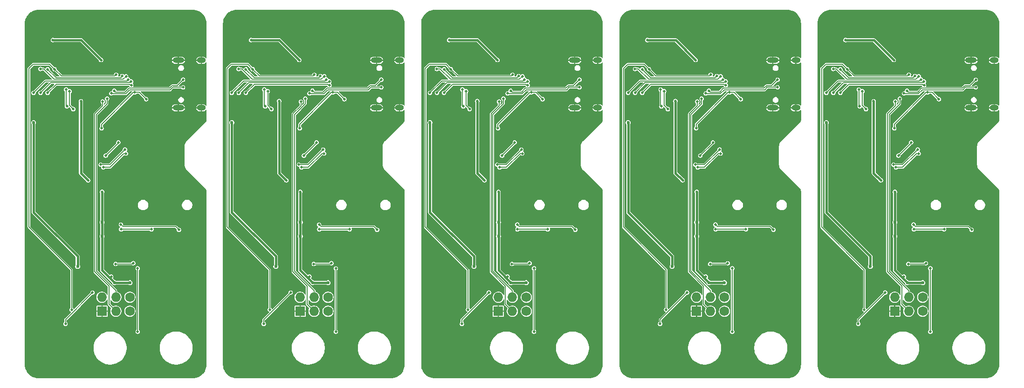
<source format=gbl>
%TF.GenerationSoftware,KiCad,Pcbnew,8.99.0-3110-g1838b2656d*%
%TF.CreationDate,2024-11-19T22:18:04+01:00*%
%TF.ProjectId,panel_1x5,70616e65-6c5f-4317-9835-2e6b69636164,1.1*%
%TF.SameCoordinates,PX2faf080PY29f6300*%
%TF.FileFunction,Copper,L2,Bot*%
%TF.FilePolarity,Positive*%
%FSLAX46Y46*%
G04 Gerber Fmt 4.6, Leading zero omitted, Abs format (unit mm)*
G04 Created by KiCad (PCBNEW 8.99.0-3110-g1838b2656d) date 2024-11-19 22:18:04*
%MOMM*%
%LPD*%
G01*
G04 APERTURE LIST*
%TA.AperFunction,ComponentPad*%
%ADD10O,2.100000X1.000000*%
%TD*%
%TA.AperFunction,ComponentPad*%
%ADD11O,1.600000X1.000000*%
%TD*%
%TA.AperFunction,ComponentPad*%
%ADD12O,1.727200X1.727200*%
%TD*%
%TA.AperFunction,ComponentPad*%
%ADD13R,1.727200X1.727200*%
%TD*%
%TA.AperFunction,ComponentPad*%
%ADD14C,1.727200*%
%TD*%
%TA.AperFunction,ViaPad*%
%ADD15C,0.500000*%
%TD*%
%TA.AperFunction,ViaPad*%
%ADD16C,0.600000*%
%TD*%
%TA.AperFunction,Conductor*%
%ADD17C,0.150000*%
%TD*%
%TA.AperFunction,Conductor*%
%ADD18C,0.400000*%
%TD*%
%TA.AperFunction,Conductor*%
%ADD19C,0.200000*%
%TD*%
G04 APERTURE END LIST*
D10*
%TO.P,J3,S1,SHIELD*%
%TO.N,GND*%
X172395000Y-24320002D03*
D11*
X176575000Y-24320001D03*
D10*
X172394998Y-15680000D03*
D11*
X176575000Y-15680000D03*
%TD*%
D12*
%TO.P,X1,1,VCC*%
%TO.N,SAO_VIN*%
X158520000Y-58750000D03*
D13*
%TO.P,X1,2,GND*%
%TO.N,GND*%
X158520000Y-61290000D03*
D12*
%TO.P,X1,3,SDA*%
%TO.N,I2C0_SDA*%
X161060000Y-58750000D03*
%TO.P,X1,4,SCL*%
%TO.N,I2C0_SCL*%
X161060000Y-61290000D03*
D14*
%TO.P,X1,5,GPIO1*%
%TO.N,SAO_GPIO1*%
X163600000Y-58750000D03*
%TO.P,X1,6,GPIO2*%
%TO.N,SAO_GPIO2*%
X163600000Y-61290000D03*
%TD*%
D10*
%TO.P,J3,S1,SHIELD*%
%TO.N,GND*%
X136395000Y-24320002D03*
D11*
X140575000Y-24320001D03*
D10*
X136394998Y-15680000D03*
D11*
X140575000Y-15680000D03*
%TD*%
D12*
%TO.P,X1,1,VCC*%
%TO.N,SAO_VIN*%
X122520000Y-58750000D03*
D13*
%TO.P,X1,2,GND*%
%TO.N,GND*%
X122520000Y-61290000D03*
D12*
%TO.P,X1,3,SDA*%
%TO.N,I2C0_SDA*%
X125060000Y-58750000D03*
%TO.P,X1,4,SCL*%
%TO.N,I2C0_SCL*%
X125060000Y-61290000D03*
D14*
%TO.P,X1,5,GPIO1*%
%TO.N,SAO_GPIO1*%
X127600000Y-58750000D03*
%TO.P,X1,6,GPIO2*%
%TO.N,SAO_GPIO2*%
X127600000Y-61290000D03*
%TD*%
D10*
%TO.P,J3,S1,SHIELD*%
%TO.N,GND*%
X100395000Y-24320002D03*
D11*
X104575000Y-24320001D03*
D10*
X100394998Y-15680000D03*
D11*
X104575000Y-15680000D03*
%TD*%
D12*
%TO.P,X1,1,VCC*%
%TO.N,SAO_VIN*%
X86520000Y-58750000D03*
D13*
%TO.P,X1,2,GND*%
%TO.N,GND*%
X86520000Y-61290000D03*
D12*
%TO.P,X1,3,SDA*%
%TO.N,I2C0_SDA*%
X89060000Y-58750000D03*
%TO.P,X1,4,SCL*%
%TO.N,I2C0_SCL*%
X89060000Y-61290000D03*
D14*
%TO.P,X1,5,GPIO1*%
%TO.N,SAO_GPIO1*%
X91600000Y-58750000D03*
%TO.P,X1,6,GPIO2*%
%TO.N,SAO_GPIO2*%
X91600000Y-61290000D03*
%TD*%
D10*
%TO.P,J3,S1,SHIELD*%
%TO.N,GND*%
X64395000Y-24320002D03*
D11*
X68575000Y-24320001D03*
D10*
X64394998Y-15680000D03*
D11*
X68575000Y-15680000D03*
%TD*%
D12*
%TO.P,X1,1,VCC*%
%TO.N,SAO_VIN*%
X50520000Y-58750000D03*
D13*
%TO.P,X1,2,GND*%
%TO.N,GND*%
X50520000Y-61290000D03*
D12*
%TO.P,X1,3,SDA*%
%TO.N,I2C0_SDA*%
X53060000Y-58750000D03*
%TO.P,X1,4,SCL*%
%TO.N,I2C0_SCL*%
X53060000Y-61290000D03*
D14*
%TO.P,X1,5,GPIO1*%
%TO.N,SAO_GPIO1*%
X55600000Y-58750000D03*
%TO.P,X1,6,GPIO2*%
%TO.N,SAO_GPIO2*%
X55600000Y-61290000D03*
%TD*%
D10*
%TO.P,J3,S1,SHIELD*%
%TO.N,GND*%
X28395000Y-24320002D03*
D11*
X32575000Y-24320001D03*
D10*
X28394998Y-15680000D03*
D11*
X32575000Y-15680000D03*
%TD*%
D12*
%TO.P,X1,1,VCC*%
%TO.N,SAO_VIN*%
X14520000Y-58750000D03*
D13*
%TO.P,X1,2,GND*%
%TO.N,GND*%
X14520000Y-61290000D03*
D12*
%TO.P,X1,3,SDA*%
%TO.N,I2C0_SDA*%
X17060000Y-58750000D03*
%TO.P,X1,4,SCL*%
%TO.N,I2C0_SCL*%
X17060000Y-61290000D03*
D14*
%TO.P,X1,5,GPIO1*%
%TO.N,SAO_GPIO1*%
X19600000Y-58750000D03*
%TO.P,X1,6,GPIO2*%
%TO.N,SAO_GPIO2*%
X19600000Y-61290000D03*
%TD*%
D15*
%TO.N,/RP2040/SPI_COPI{slash}G7*%
X158750000Y-35150000D03*
X162875000Y-32625000D03*
%TO.N,I2C0_SCL*%
X158650000Y-23200000D03*
%TO.N,/RP2040/SPI_SCK{slash}G6*%
X158300000Y-34650000D03*
X162700000Y-31900000D03*
%TO.N,I2C0_SDA*%
X159450000Y-22650000D03*
%TO.N,/RP2040/QSPI-CLK*%
X147365000Y-21600000D03*
X163820723Y-19528115D03*
%TO.N,/RP2040/QSPI-1*%
X162200000Y-18550000D03*
X148650000Y-17300000D03*
%TO.N,/RP2040/QSPI-0*%
X163275000Y-19175000D03*
X146095000Y-21600000D03*
%TO.N,/RP2040/QSPI-3*%
X148650000Y-21599998D03*
X163850000Y-20200000D03*
%TO.N,/RP2040/QSPI-2*%
X147350000Y-17250000D03*
X162900000Y-18600000D03*
%TO.N,ENC_B*%
X161956589Y-45543415D03*
X172500000Y-46500000D03*
%TO.N,ENC_A*%
X167500000Y-46399998D03*
X161999994Y-46399994D03*
%TO.N,BTN_FN*%
X161500000Y-30600000D03*
X159200000Y-33000000D03*
%TO.N,/RP2040/~{RESET}*%
X151900000Y-63600000D03*
X156800000Y-57900000D03*
%TO.N,/RP2040/QSPI-~{CS}*%
X149900000Y-17300000D03*
X153000000Y-61000000D03*
X161100000Y-18299992D03*
%TO.N,/DMM Measure/MEASURE_VIN*%
X161000000Y-52700000D03*
X164193453Y-52566169D03*
%TO.N,/DMM Measure/MEASURE_RES*%
X165000000Y-65000000D03*
X165000000Y-53500000D03*
%TO.N,I2C1_SCL*%
X153300000Y-24550000D03*
X152650000Y-21300000D03*
%TO.N,I2C1_SDA*%
X152000000Y-21000000D03*
X152149992Y-24050000D03*
%TO.N,/RP2040/SBU2*%
X173250000Y-20600000D03*
X160200000Y-21700000D03*
%TO.N,/RP2040/SBU1*%
X160750000Y-21200000D03*
X173250000Y-19200000D03*
%TO.N,+1V1*%
X164478553Y-21528553D03*
X158450000Y-28050000D03*
X166550000Y-22748008D03*
D16*
%TO.N,USB_BUS_POWER*%
X146100000Y-27000000D03*
X154100000Y-53150000D03*
D15*
%TO.N,GND*%
X146200000Y-25400000D03*
X159200000Y-49600000D03*
D16*
X156300000Y-57100000D03*
D15*
X159000000Y-25600000D03*
X169200000Y-26800000D03*
X166000000Y-59000000D03*
X161000000Y-27800000D03*
X150700000Y-43250000D03*
X158400000Y-29200000D03*
D16*
X156100000Y-55550000D03*
D15*
X161200000Y-29400000D03*
X170200000Y-51600000D03*
X169000000Y-17000000D03*
X175400000Y-8400000D03*
X159625000Y-42300000D03*
X159800000Y-9400000D03*
X161000000Y-54000000D03*
X159600000Y-54000000D03*
X162722046Y-33520418D03*
D16*
X153450000Y-46300000D03*
D15*
X173800000Y-19800000D03*
D16*
X156450000Y-53350000D03*
D15*
X150800000Y-27600000D03*
X157800000Y-24000000D03*
X173800000Y-18600000D03*
X168200000Y-28000000D03*
D16*
X161250000Y-32500000D03*
D15*
X156000000Y-27000000D03*
X151400000Y-24600000D03*
X173800000Y-16800000D03*
D16*
X159350000Y-52100000D03*
D15*
X162200000Y-31200000D03*
X153400000Y-22200000D03*
X169000000Y-24200000D03*
X146200000Y-51600000D03*
X163000000Y-14800000D03*
X152400000Y-14800000D03*
X159000000Y-7200000D03*
D16*
X161100000Y-36100000D03*
D15*
X161600000Y-14800000D03*
X151200000Y-22200000D03*
X147700000Y-46400000D03*
X155800000Y-33000000D03*
X163800000Y-24200000D03*
X156400000Y-9400000D03*
X164350000Y-27150000D03*
X155600000Y-23800000D03*
X166050000Y-48050000D03*
X161275000Y-42350000D03*
X155700000Y-38400000D03*
X156500000Y-36750000D03*
X146600000Y-7400000D03*
D16*
X156150000Y-45900000D03*
D15*
X151950000Y-38950000D03*
X169600000Y-7200000D03*
X144800000Y-50600000D03*
X154000000Y-14800000D03*
X160350000Y-45500000D03*
X170000000Y-37400000D03*
X166600000Y-17400000D03*
X162200000Y-22600000D03*
X159200000Y-31000000D03*
D16*
X155200000Y-49001000D03*
D15*
X166400000Y-54200000D03*
X165600000Y-16400000D03*
X160900000Y-40700000D03*
X160000000Y-14800000D03*
X154400000Y-9400000D03*
X153800000Y-25200000D03*
X159316071Y-40958333D03*
X161900000Y-48000000D03*
X147200000Y-55800000D03*
X155950000Y-35000000D03*
X147200000Y-64800000D03*
X166800000Y-23800000D03*
D16*
X159189836Y-36973338D03*
D15*
X162200000Y-44200000D03*
X146200000Y-14400000D03*
X159625000Y-44200000D03*
X152850000Y-66900000D03*
X151000000Y-49500000D03*
X146200000Y-17400000D03*
X163750000Y-30500000D03*
D16*
X156650000Y-49500000D03*
D15*
%TO.N,VCC*%
X158550000Y-39600000D03*
D16*
X163600000Y-56100000D03*
X160800000Y-56100000D03*
D15*
X158350000Y-15625000D03*
X156000000Y-37500000D03*
D16*
X158550000Y-47650000D03*
D15*
X160200000Y-55000000D03*
D16*
X158550000Y-45100000D03*
D15*
X154696015Y-23100001D03*
X149600000Y-12000000D03*
D16*
%TO.N,GND*%
X151500000Y-45250000D03*
D15*
%TO.N,/RP2040/SPI_COPI{slash}G7*%
X122750000Y-35150000D03*
X126875000Y-32625000D03*
%TO.N,I2C0_SCL*%
X122650000Y-23200000D03*
%TO.N,/RP2040/SPI_SCK{slash}G6*%
X122300000Y-34650000D03*
X126700000Y-31900000D03*
%TO.N,I2C0_SDA*%
X123450000Y-22650000D03*
%TO.N,/RP2040/QSPI-CLK*%
X111365000Y-21600000D03*
X127820723Y-19528115D03*
%TO.N,/RP2040/QSPI-1*%
X126200000Y-18550000D03*
X112650000Y-17300000D03*
%TO.N,/RP2040/QSPI-0*%
X127275000Y-19175000D03*
X110095000Y-21600000D03*
%TO.N,/RP2040/QSPI-3*%
X112650000Y-21599998D03*
X127850000Y-20200000D03*
%TO.N,/RP2040/QSPI-2*%
X111350000Y-17250000D03*
X126900000Y-18600000D03*
%TO.N,ENC_B*%
X125956589Y-45543415D03*
X136500000Y-46500000D03*
%TO.N,ENC_A*%
X131500000Y-46399998D03*
X125999994Y-46399994D03*
%TO.N,BTN_FN*%
X125500000Y-30600000D03*
X123200000Y-33000000D03*
%TO.N,/RP2040/~{RESET}*%
X115900000Y-63600000D03*
X120800000Y-57900000D03*
%TO.N,/RP2040/QSPI-~{CS}*%
X113900000Y-17300000D03*
X117000000Y-61000000D03*
X125100000Y-18299992D03*
%TO.N,/DMM Measure/MEASURE_VIN*%
X125000000Y-52700000D03*
X128193453Y-52566169D03*
%TO.N,/DMM Measure/MEASURE_RES*%
X129000000Y-65000000D03*
X129000000Y-53500000D03*
%TO.N,I2C1_SCL*%
X117300000Y-24550000D03*
X116650000Y-21300000D03*
%TO.N,I2C1_SDA*%
X116000000Y-21000000D03*
X116149992Y-24050000D03*
%TO.N,/RP2040/SBU2*%
X137250000Y-20600000D03*
X124200000Y-21700000D03*
%TO.N,/RP2040/SBU1*%
X124750000Y-21200000D03*
X137250000Y-19200000D03*
%TO.N,+1V1*%
X128478553Y-21528553D03*
X122450000Y-28050000D03*
X130550000Y-22748008D03*
D16*
%TO.N,USB_BUS_POWER*%
X110100000Y-27000000D03*
X118100000Y-53150000D03*
D15*
%TO.N,GND*%
X110200000Y-25400000D03*
X123200000Y-49600000D03*
D16*
X120300000Y-57100000D03*
D15*
X123000000Y-25600000D03*
X133200000Y-26800000D03*
X130000000Y-59000000D03*
X125000000Y-27800000D03*
X114700000Y-43250000D03*
X122400000Y-29200000D03*
D16*
X120100000Y-55550000D03*
D15*
X125200000Y-29400000D03*
X134200000Y-51600000D03*
X133000000Y-17000000D03*
X139400000Y-8400000D03*
X123625000Y-42300000D03*
X123800000Y-9400000D03*
X125000000Y-54000000D03*
X123600000Y-54000000D03*
X126722046Y-33520418D03*
D16*
X117450000Y-46300000D03*
D15*
X137800000Y-19800000D03*
D16*
X120450000Y-53350000D03*
D15*
X114800000Y-27600000D03*
X121800000Y-24000000D03*
X137800000Y-18600000D03*
X132200000Y-28000000D03*
D16*
X125250000Y-32500000D03*
D15*
X120000000Y-27000000D03*
X115400000Y-24600000D03*
X137800000Y-16800000D03*
D16*
X123350000Y-52100000D03*
D15*
X126200000Y-31200000D03*
X117400000Y-22200000D03*
X133000000Y-24200000D03*
X110200000Y-51600000D03*
X127000000Y-14800000D03*
X116400000Y-14800000D03*
X123000000Y-7200000D03*
D16*
X125100000Y-36100000D03*
D15*
X125600000Y-14800000D03*
X115200000Y-22200000D03*
X111700000Y-46400000D03*
X119800000Y-33000000D03*
X127800000Y-24200000D03*
X120400000Y-9400000D03*
X128350000Y-27150000D03*
X119600000Y-23800000D03*
X130050000Y-48050000D03*
X125275000Y-42350000D03*
X119700000Y-38400000D03*
X120500000Y-36750000D03*
X110600000Y-7400000D03*
D16*
X120150000Y-45900000D03*
D15*
X115950000Y-38950000D03*
X133600000Y-7200000D03*
X108800000Y-50600000D03*
X118000000Y-14800000D03*
X124350000Y-45500000D03*
X134000000Y-37400000D03*
X130600000Y-17400000D03*
X126200000Y-22600000D03*
X123200000Y-31000000D03*
D16*
X119200000Y-49001000D03*
D15*
X130400000Y-54200000D03*
X129600000Y-16400000D03*
X124900000Y-40700000D03*
X124000000Y-14800000D03*
X118400000Y-9400000D03*
X117800000Y-25200000D03*
X123316071Y-40958333D03*
X125900000Y-48000000D03*
X111200000Y-55800000D03*
X119950000Y-35000000D03*
X111200000Y-64800000D03*
X130800000Y-23800000D03*
D16*
X123189836Y-36973338D03*
D15*
X126200000Y-44200000D03*
X110200000Y-14400000D03*
X123625000Y-44200000D03*
X116850000Y-66900000D03*
X115000000Y-49500000D03*
X110200000Y-17400000D03*
X127750000Y-30500000D03*
D16*
X120650000Y-49500000D03*
D15*
%TO.N,VCC*%
X122550000Y-39600000D03*
D16*
X127600000Y-56100000D03*
X124800000Y-56100000D03*
D15*
X122350000Y-15625000D03*
X120000000Y-37500000D03*
D16*
X122550000Y-47650000D03*
D15*
X124200000Y-55000000D03*
D16*
X122550000Y-45100000D03*
D15*
X118696015Y-23100001D03*
X113600000Y-12000000D03*
D16*
%TO.N,GND*%
X115500000Y-45250000D03*
D15*
%TO.N,/RP2040/SPI_COPI{slash}G7*%
X86750000Y-35150000D03*
X90875000Y-32625000D03*
%TO.N,I2C0_SCL*%
X86650000Y-23200000D03*
%TO.N,/RP2040/SPI_SCK{slash}G6*%
X86300000Y-34650000D03*
X90700000Y-31900000D03*
%TO.N,I2C0_SDA*%
X87450000Y-22650000D03*
%TO.N,/RP2040/QSPI-CLK*%
X75365000Y-21600000D03*
X91820723Y-19528115D03*
%TO.N,/RP2040/QSPI-1*%
X90200000Y-18550000D03*
X76650000Y-17300000D03*
%TO.N,/RP2040/QSPI-0*%
X91275000Y-19175000D03*
X74095000Y-21600000D03*
%TO.N,/RP2040/QSPI-3*%
X76650000Y-21599998D03*
X91850000Y-20200000D03*
%TO.N,/RP2040/QSPI-2*%
X75350000Y-17250000D03*
X90900000Y-18600000D03*
%TO.N,ENC_B*%
X89956589Y-45543415D03*
X100500000Y-46500000D03*
%TO.N,ENC_A*%
X95500000Y-46399998D03*
X89999994Y-46399994D03*
%TO.N,BTN_FN*%
X89500000Y-30600000D03*
X87200000Y-33000000D03*
%TO.N,/RP2040/~{RESET}*%
X79900000Y-63600000D03*
X84800000Y-57900000D03*
%TO.N,/RP2040/QSPI-~{CS}*%
X77900000Y-17300000D03*
X81000000Y-61000000D03*
X89100000Y-18299992D03*
%TO.N,/DMM Measure/MEASURE_VIN*%
X89000000Y-52700000D03*
X92193453Y-52566169D03*
%TO.N,/DMM Measure/MEASURE_RES*%
X93000000Y-65000000D03*
X93000000Y-53500000D03*
%TO.N,I2C1_SCL*%
X81300000Y-24550000D03*
X80650000Y-21300000D03*
%TO.N,I2C1_SDA*%
X80000000Y-21000000D03*
X80149992Y-24050000D03*
%TO.N,/RP2040/SBU2*%
X101250000Y-20600000D03*
X88200000Y-21700000D03*
%TO.N,/RP2040/SBU1*%
X88750000Y-21200000D03*
X101250000Y-19200000D03*
%TO.N,+1V1*%
X92478553Y-21528553D03*
X86450000Y-28050000D03*
X94550000Y-22748008D03*
D16*
%TO.N,USB_BUS_POWER*%
X74100000Y-27000000D03*
X82100000Y-53150000D03*
D15*
%TO.N,GND*%
X74200000Y-25400000D03*
X87200000Y-49600000D03*
D16*
X84300000Y-57100000D03*
D15*
X87000000Y-25600000D03*
X97200000Y-26800000D03*
X94000000Y-59000000D03*
X89000000Y-27800000D03*
X78700000Y-43250000D03*
X86400000Y-29200000D03*
D16*
X84100000Y-55550000D03*
D15*
X89200000Y-29400000D03*
X98200000Y-51600000D03*
X97000000Y-17000000D03*
X103400000Y-8400000D03*
X87625000Y-42300000D03*
X87800000Y-9400000D03*
X89000000Y-54000000D03*
X87600000Y-54000000D03*
X90722046Y-33520418D03*
D16*
X81450000Y-46300000D03*
D15*
X101800000Y-19800000D03*
D16*
X84450000Y-53350000D03*
D15*
X78800000Y-27600000D03*
X85800000Y-24000000D03*
X101800000Y-18600000D03*
X96200000Y-28000000D03*
D16*
X89250000Y-32500000D03*
D15*
X84000000Y-27000000D03*
X79400000Y-24600000D03*
X101800000Y-16800000D03*
D16*
X87350000Y-52100000D03*
D15*
X90200000Y-31200000D03*
X81400000Y-22200000D03*
X97000000Y-24200000D03*
X74200000Y-51600000D03*
X91000000Y-14800000D03*
X80400000Y-14800000D03*
X87000000Y-7200000D03*
D16*
X89100000Y-36100000D03*
D15*
X89600000Y-14800000D03*
X79200000Y-22200000D03*
X75700000Y-46400000D03*
X83800000Y-33000000D03*
X91800000Y-24200000D03*
X84400000Y-9400000D03*
X92350000Y-27150000D03*
X83600000Y-23800000D03*
X94050000Y-48050000D03*
X89275000Y-42350000D03*
X83700000Y-38400000D03*
X84500000Y-36750000D03*
X74600000Y-7400000D03*
D16*
X84150000Y-45900000D03*
D15*
X79950000Y-38950000D03*
X97600000Y-7200000D03*
X72800000Y-50600000D03*
X82000000Y-14800000D03*
X88350000Y-45500000D03*
X98000000Y-37400000D03*
X94600000Y-17400000D03*
X90200000Y-22600000D03*
X87200000Y-31000000D03*
D16*
X83200000Y-49001000D03*
D15*
X94400000Y-54200000D03*
X93600000Y-16400000D03*
X88900000Y-40700000D03*
X88000000Y-14800000D03*
X82400000Y-9400000D03*
X81800000Y-25200000D03*
X87316071Y-40958333D03*
X89900000Y-48000000D03*
X75200000Y-55800000D03*
X83950000Y-35000000D03*
X75200000Y-64800000D03*
X94800000Y-23800000D03*
D16*
X87189836Y-36973338D03*
D15*
X90200000Y-44200000D03*
X74200000Y-14400000D03*
X87625000Y-44200000D03*
X80850000Y-66900000D03*
X79000000Y-49500000D03*
X74200000Y-17400000D03*
X91750000Y-30500000D03*
D16*
X84650000Y-49500000D03*
D15*
%TO.N,VCC*%
X86550000Y-39600000D03*
D16*
X91600000Y-56100000D03*
X88800000Y-56100000D03*
D15*
X86350000Y-15625000D03*
X84000000Y-37500000D03*
D16*
X86550000Y-47650000D03*
D15*
X88200000Y-55000000D03*
D16*
X86550000Y-45100000D03*
D15*
X82696015Y-23100001D03*
X77600000Y-12000000D03*
D16*
%TO.N,GND*%
X79500000Y-45250000D03*
D15*
%TO.N,/RP2040/SPI_COPI{slash}G7*%
X50750000Y-35150000D03*
X54875000Y-32625000D03*
%TO.N,I2C0_SCL*%
X50650000Y-23200000D03*
%TO.N,/RP2040/SPI_SCK{slash}G6*%
X50300000Y-34650000D03*
X54700000Y-31900000D03*
%TO.N,I2C0_SDA*%
X51450000Y-22650000D03*
%TO.N,/RP2040/QSPI-CLK*%
X39365000Y-21600000D03*
X55820723Y-19528115D03*
%TO.N,/RP2040/QSPI-1*%
X54200000Y-18550000D03*
X40650000Y-17300000D03*
%TO.N,/RP2040/QSPI-0*%
X55275000Y-19175000D03*
X38095000Y-21600000D03*
%TO.N,/RP2040/QSPI-3*%
X40650000Y-21599998D03*
X55850000Y-20200000D03*
%TO.N,/RP2040/QSPI-2*%
X39350000Y-17250000D03*
X54900000Y-18600000D03*
%TO.N,ENC_B*%
X53956589Y-45543415D03*
X64500000Y-46500000D03*
%TO.N,ENC_A*%
X59500000Y-46399998D03*
X53999994Y-46399994D03*
%TO.N,BTN_FN*%
X53500000Y-30600000D03*
X51200000Y-33000000D03*
%TO.N,/RP2040/~{RESET}*%
X43900000Y-63600000D03*
X48800000Y-57900000D03*
%TO.N,/RP2040/QSPI-~{CS}*%
X41900000Y-17300000D03*
X45000000Y-61000000D03*
X53100000Y-18299992D03*
%TO.N,/DMM Measure/MEASURE_VIN*%
X53000000Y-52700000D03*
X56193453Y-52566169D03*
%TO.N,/DMM Measure/MEASURE_RES*%
X57000000Y-65000000D03*
X57000000Y-53500000D03*
%TO.N,I2C1_SCL*%
X45300000Y-24550000D03*
X44650000Y-21300000D03*
%TO.N,I2C1_SDA*%
X44000000Y-21000000D03*
X44149992Y-24050000D03*
%TO.N,/RP2040/SBU2*%
X65250000Y-20600000D03*
X52200000Y-21700000D03*
%TO.N,/RP2040/SBU1*%
X52750000Y-21200000D03*
X65250000Y-19200000D03*
%TO.N,+1V1*%
X56478553Y-21528553D03*
X50450000Y-28050000D03*
X58550000Y-22748008D03*
D16*
%TO.N,USB_BUS_POWER*%
X38100000Y-27000000D03*
X46100000Y-53150000D03*
D15*
%TO.N,GND*%
X38200000Y-25400000D03*
X51200000Y-49600000D03*
D16*
X48300000Y-57100000D03*
D15*
X51000000Y-25600000D03*
X61200000Y-26800000D03*
X58000000Y-59000000D03*
X53000000Y-27800000D03*
X42700000Y-43250000D03*
X50400000Y-29200000D03*
D16*
X48100000Y-55550000D03*
D15*
X53200000Y-29400000D03*
X62200000Y-51600000D03*
X61000000Y-17000000D03*
X67400000Y-8400000D03*
X51625000Y-42300000D03*
X51800000Y-9400000D03*
X53000000Y-54000000D03*
X51600000Y-54000000D03*
X54722046Y-33520418D03*
D16*
X45450000Y-46300000D03*
D15*
X65800000Y-19800000D03*
D16*
X48450000Y-53350000D03*
D15*
X42800000Y-27600000D03*
X49800000Y-24000000D03*
X65800000Y-18600000D03*
X60200000Y-28000000D03*
D16*
X53250000Y-32500000D03*
D15*
X48000000Y-27000000D03*
X43400000Y-24600000D03*
X65800000Y-16800000D03*
D16*
X51350000Y-52100000D03*
D15*
X54200000Y-31200000D03*
X45400000Y-22200000D03*
X61000000Y-24200000D03*
X38200000Y-51600000D03*
X55000000Y-14800000D03*
X44400000Y-14800000D03*
X51000000Y-7200000D03*
D16*
X53100000Y-36100000D03*
D15*
X53600000Y-14800000D03*
X43200000Y-22200000D03*
X39700000Y-46400000D03*
X47800000Y-33000000D03*
X55800000Y-24200000D03*
X48400000Y-9400000D03*
X56350000Y-27150000D03*
X47600000Y-23800000D03*
X58050000Y-48050000D03*
X53275000Y-42350000D03*
X47700000Y-38400000D03*
X48500000Y-36750000D03*
X38600000Y-7400000D03*
D16*
X48150000Y-45900000D03*
D15*
X43950000Y-38950000D03*
X61600000Y-7200000D03*
X36800000Y-50600000D03*
X46000000Y-14800000D03*
X52350000Y-45500000D03*
X62000000Y-37400000D03*
X58600000Y-17400000D03*
X54200000Y-22600000D03*
X51200000Y-31000000D03*
D16*
X47200000Y-49001000D03*
D15*
X58400000Y-54200000D03*
X57600000Y-16400000D03*
X52900000Y-40700000D03*
X52000000Y-14800000D03*
X46400000Y-9400000D03*
X45800000Y-25200000D03*
X51316071Y-40958333D03*
X53900000Y-48000000D03*
X39200000Y-55800000D03*
X47950000Y-35000000D03*
X39200000Y-64800000D03*
X58800000Y-23800000D03*
D16*
X51189836Y-36973338D03*
D15*
X54200000Y-44200000D03*
X38200000Y-14400000D03*
X51625000Y-44200000D03*
X44850000Y-66900000D03*
X43000000Y-49500000D03*
X38200000Y-17400000D03*
X55750000Y-30500000D03*
D16*
X48650000Y-49500000D03*
D15*
%TO.N,VCC*%
X50550000Y-39600000D03*
D16*
X55600000Y-56100000D03*
X52800000Y-56100000D03*
D15*
X50350000Y-15625000D03*
X48000000Y-37500000D03*
D16*
X50550000Y-47650000D03*
D15*
X52200000Y-55000000D03*
D16*
X50550000Y-45100000D03*
D15*
X46696015Y-23100001D03*
X41600000Y-12000000D03*
D16*
%TO.N,GND*%
X43500000Y-45250000D03*
D15*
%TO.N,/RP2040/SPI_COPI{slash}G7*%
X14750000Y-35150000D03*
X18875000Y-32625000D03*
%TO.N,I2C0_SCL*%
X14650000Y-23200000D03*
%TO.N,/RP2040/SPI_SCK{slash}G6*%
X14300000Y-34650000D03*
X18700000Y-31900000D03*
%TO.N,I2C0_SDA*%
X15450000Y-22650000D03*
%TO.N,/RP2040/QSPI-CLK*%
X3365000Y-21600000D03*
X19820723Y-19528115D03*
%TO.N,/RP2040/QSPI-1*%
X18200000Y-18550000D03*
X4650000Y-17300000D03*
%TO.N,/RP2040/QSPI-0*%
X19275000Y-19175000D03*
X2095000Y-21600000D03*
%TO.N,/RP2040/QSPI-3*%
X4650000Y-21599998D03*
X19850000Y-20200000D03*
%TO.N,/RP2040/QSPI-2*%
X3350000Y-17250000D03*
X18900000Y-18600000D03*
%TO.N,ENC_B*%
X17956589Y-45543415D03*
X28500000Y-46500000D03*
%TO.N,ENC_A*%
X23500000Y-46399998D03*
X17999994Y-46399994D03*
%TO.N,BTN_FN*%
X17500000Y-30600000D03*
X15200000Y-33000000D03*
%TO.N,/RP2040/~{RESET}*%
X7900000Y-63600000D03*
X12800000Y-57900000D03*
%TO.N,/RP2040/QSPI-~{CS}*%
X5900000Y-17300000D03*
X9000000Y-61000000D03*
X17100000Y-18299992D03*
%TO.N,/DMM Measure/MEASURE_VIN*%
X17000000Y-52700000D03*
X20193453Y-52566169D03*
%TO.N,/DMM Measure/MEASURE_RES*%
X21000000Y-65000000D03*
X21000000Y-53500000D03*
%TO.N,I2C1_SCL*%
X9300000Y-24550000D03*
X8650000Y-21300000D03*
%TO.N,I2C1_SDA*%
X8000000Y-21000000D03*
X8149992Y-24050000D03*
%TO.N,/RP2040/SBU2*%
X29250000Y-20600000D03*
X16200000Y-21700000D03*
%TO.N,/RP2040/SBU1*%
X16750000Y-21200000D03*
X29250000Y-19200000D03*
%TO.N,+1V1*%
X20478553Y-21528553D03*
X14450000Y-28050000D03*
X22550000Y-22748008D03*
D16*
%TO.N,USB_BUS_POWER*%
X2100000Y-27000000D03*
X10100000Y-53150000D03*
D15*
%TO.N,GND*%
X2200000Y-25400000D03*
X15200000Y-49600000D03*
D16*
X12300000Y-57100000D03*
D15*
X15000000Y-25600000D03*
X25200000Y-26800000D03*
X22000000Y-59000000D03*
X17000000Y-27800000D03*
X6700000Y-43250000D03*
X14400000Y-29200000D03*
D16*
X12100000Y-55550000D03*
D15*
X17200000Y-29400000D03*
X26200000Y-51600000D03*
X25000000Y-17000000D03*
X31400000Y-8400000D03*
X15625000Y-42300000D03*
X15800000Y-9400000D03*
X17000000Y-54000000D03*
X15600000Y-54000000D03*
X18722046Y-33520418D03*
D16*
X9450000Y-46300000D03*
D15*
X29800000Y-19800000D03*
D16*
X12450000Y-53350000D03*
D15*
X6800000Y-27600000D03*
X13800000Y-24000000D03*
X29800000Y-18600000D03*
X24200000Y-28000000D03*
D16*
X17250000Y-32500000D03*
D15*
X12000000Y-27000000D03*
X7400000Y-24600000D03*
X29800000Y-16800000D03*
D16*
X15350000Y-52100000D03*
D15*
X18200000Y-31200000D03*
X9400000Y-22200000D03*
X25000000Y-24200000D03*
X2200000Y-51600000D03*
X19000000Y-14800000D03*
X8400000Y-14800000D03*
X15000000Y-7200000D03*
D16*
X17100000Y-36100000D03*
D15*
X17600000Y-14800000D03*
X7200000Y-22200000D03*
X3700000Y-46400000D03*
X11800000Y-33000000D03*
X19800000Y-24200000D03*
X12400000Y-9400000D03*
X20350000Y-27150000D03*
X11600000Y-23800000D03*
X22050000Y-48050000D03*
X17275000Y-42350000D03*
X11700000Y-38400000D03*
X12500000Y-36750000D03*
X2600000Y-7400000D03*
D16*
X12150000Y-45900000D03*
D15*
X7950000Y-38950000D03*
X25600000Y-7200000D03*
X800000Y-50600000D03*
X10000000Y-14800000D03*
X16350000Y-45500000D03*
X26000000Y-37400000D03*
X22600000Y-17400000D03*
X18200000Y-22600000D03*
X15200000Y-31000000D03*
D16*
X11200000Y-49001000D03*
D15*
X22400000Y-54200000D03*
X21600000Y-16400000D03*
X16900000Y-40700000D03*
X16000000Y-14800000D03*
X10400000Y-9400000D03*
X9800000Y-25200000D03*
X15316071Y-40958333D03*
X17900000Y-48000000D03*
X3200000Y-55800000D03*
X11950000Y-35000000D03*
X3200000Y-64800000D03*
X22800000Y-23800000D03*
D16*
X15189836Y-36973338D03*
D15*
X18200000Y-44200000D03*
X2200000Y-14400000D03*
X15625000Y-44200000D03*
X8850000Y-66900000D03*
X7000000Y-49500000D03*
X2200000Y-17400000D03*
X19750000Y-30500000D03*
D16*
X12650000Y-49500000D03*
D15*
%TO.N,VCC*%
X14550000Y-39600000D03*
D16*
X19600000Y-56100000D03*
X16800000Y-56100000D03*
D15*
X14350000Y-15625000D03*
X12000000Y-37500000D03*
D16*
X14550000Y-47650000D03*
D15*
X16200000Y-55000000D03*
D16*
X14550000Y-45100000D03*
D15*
X10696015Y-23100001D03*
X5600000Y-12000000D03*
D16*
%TO.N,GND*%
X7500000Y-45250000D03*
%TD*%
D17*
%TO.N,I2C1_SCL*%
X152650000Y-23900000D02*
X152650000Y-21300000D01*
X153300000Y-24550000D02*
X152650000Y-23900000D01*
%TO.N,/DMM Measure/MEASURE_RES*%
X165000000Y-53500000D02*
X165000000Y-65000000D01*
%TO.N,/RP2040/QSPI-~{CS}*%
X146000000Y-16400000D02*
X145250000Y-17150000D01*
X160849992Y-18550000D02*
X161100000Y-18299992D01*
%TO.N,/DMM Measure/MEASURE_VIN*%
X164059622Y-52700000D02*
X161000000Y-52700000D01*
X164193453Y-52566169D02*
X164059622Y-52700000D01*
%TO.N,/RP2040/QSPI-~{CS}*%
X149000000Y-16400000D02*
X146000000Y-16400000D01*
X153000000Y-53750000D02*
X153000000Y-61000000D01*
X145250000Y-46000000D02*
X153000000Y-53750000D01*
X149900000Y-17300000D02*
X149000000Y-16400000D01*
X151150000Y-18550000D02*
X160849992Y-18550000D01*
X149900000Y-17300000D02*
X151150000Y-18550000D01*
%TO.N,/RP2040/SBU2*%
X170920711Y-21053553D02*
X163546447Y-21053553D01*
X163546447Y-21053553D02*
X162825000Y-21775000D01*
X173250000Y-20600000D02*
X171374264Y-20600000D01*
X171374264Y-20600000D02*
X170920711Y-21053553D01*
X162825000Y-21775000D02*
X160275000Y-21775000D01*
X160275000Y-21775000D02*
X160200000Y-21700000D01*
%TO.N,I2C1_SDA*%
X152000000Y-23900008D02*
X152149992Y-24050000D01*
X152000000Y-21000000D02*
X152000000Y-23900008D01*
%TO.N,/RP2040/SPI_SCK{slash}G6*%
X162700000Y-31900000D02*
X159950000Y-34650000D01*
X159950000Y-34650000D02*
X158300000Y-34650000D01*
%TO.N,I2C0_SCL*%
X159800000Y-60030000D02*
X161060000Y-61290000D01*
X157200000Y-25425736D02*
X157200000Y-54100000D01*
X159800000Y-56700000D02*
X159800000Y-60030000D01*
X157200000Y-54100000D02*
X159800000Y-56700000D01*
X158650000Y-23200000D02*
X158650000Y-23975736D01*
X158650000Y-23975736D02*
X157200000Y-25425736D01*
%TO.N,/RP2040/SPI_COPI{slash}G7*%
X162475000Y-32625000D02*
X159950000Y-35150000D01*
X159950000Y-35150000D02*
X158750000Y-35150000D01*
X162875000Y-32625000D02*
X162475000Y-32625000D01*
%TO.N,/RP2040/QSPI-2*%
X147927206Y-17250000D02*
X149827206Y-19150000D01*
X147350000Y-17250000D02*
X147927206Y-17250000D01*
X149827206Y-19150000D02*
X162350000Y-19150000D01*
X162350000Y-19150000D02*
X162900000Y-18600000D01*
%TO.N,/RP2040/QSPI-3*%
X163534501Y-20050000D02*
X150199998Y-20050000D01*
X163684501Y-20200000D02*
X163534501Y-20050000D01*
X163850000Y-20200000D02*
X163684501Y-20200000D01*
%TO.N,I2C0_SDA*%
X157500000Y-25550000D02*
X157500000Y-53968686D01*
X159450000Y-22650000D02*
X159450000Y-23600000D01*
%TO.N,/RP2040/QSPI-3*%
X150199998Y-20050000D02*
X148650000Y-21599998D01*
%TO.N,/RP2040/QSPI-0*%
X148245000Y-19450000D02*
X163000000Y-19450000D01*
X146095000Y-21600000D02*
X148245000Y-19450000D01*
X163000000Y-19450000D02*
X163275000Y-19175000D01*
%TO.N,I2C0_SDA*%
X159450000Y-23600000D02*
X157500000Y-25550000D01*
X161060000Y-57528686D02*
X161060000Y-58750000D01*
%TO.N,/RP2040/QSPI-1*%
X148650000Y-17300000D02*
X150200000Y-18850000D01*
X150200000Y-18850000D02*
X161900000Y-18850000D01*
%TO.N,I2C0_SDA*%
X157500000Y-53968686D02*
X161060000Y-57528686D01*
%TO.N,/RP2040/QSPI-1*%
X161900000Y-18850000D02*
X162200000Y-18550000D01*
%TO.N,/RP2040/QSPI-CLK*%
X163820723Y-19528115D02*
X163598838Y-19750000D01*
X149215000Y-19750000D02*
X147365000Y-21600000D01*
X163598838Y-19750000D02*
X149215000Y-19750000D01*
%TO.N,ENC_A*%
X167500000Y-46399998D02*
X161999998Y-46399998D01*
%TO.N,/RP2040/~{RESET}*%
X151900000Y-62800000D02*
X156800000Y-57900000D01*
X151900000Y-63600000D02*
X151900000Y-62800000D01*
%TO.N,ENC_B*%
X172500000Y-46500000D02*
X171900000Y-45900000D01*
X171900000Y-45900000D02*
X162313174Y-45900000D01*
%TO.N,BTN_FN*%
X159200000Y-33000000D02*
X161500000Y-30700000D01*
X161500000Y-30700000D02*
X161500000Y-30600000D01*
%TO.N,ENC_B*%
X162313174Y-45900000D02*
X161956589Y-45543415D01*
%TO.N,ENC_A*%
X161999998Y-46399998D02*
X161999994Y-46399994D01*
%TO.N,/RP2040/QSPI-~{CS}*%
X145250000Y-17150000D02*
X145250000Y-46000000D01*
D18*
%TO.N,VCC*%
X154696015Y-23100001D02*
X154696015Y-36196015D01*
X154725000Y-12000000D02*
X149600000Y-12000000D01*
X158550000Y-45100000D02*
X158550000Y-39600000D01*
X158350000Y-15625000D02*
X154725000Y-12000000D01*
X154696015Y-36196015D02*
X156000000Y-37500000D01*
X158550000Y-47650000D02*
X158550000Y-45100000D01*
X158550000Y-53850000D02*
X158550000Y-47650000D01*
X160800000Y-56100000D02*
X158550000Y-53850000D01*
X160800000Y-56100000D02*
X163600000Y-56100000D01*
%TO.N,USB_BUS_POWER*%
X146100000Y-27000000D02*
X146100000Y-43300000D01*
X154100000Y-51300000D02*
X154100000Y-53150000D01*
X146100000Y-43300000D02*
X154100000Y-51300000D01*
D19*
%TO.N,+1V1*%
X164478553Y-21528553D02*
X164221447Y-21528553D01*
X165330545Y-21528553D02*
X166550000Y-22748008D01*
X164221447Y-21528553D02*
X158450000Y-27300000D01*
X164478553Y-21528553D02*
X165330545Y-21528553D01*
X158450000Y-27300000D02*
X158450000Y-28050000D01*
D17*
%TO.N,/RP2040/SBU1*%
X173250000Y-19200000D02*
X172150000Y-20300000D01*
X161025000Y-21475000D02*
X160750000Y-21200000D01*
X172150000Y-20300000D02*
X171250000Y-20300000D01*
X163422183Y-20753553D02*
X162700736Y-21475000D01*
X162700736Y-21475000D02*
X161025000Y-21475000D01*
X171250000Y-20300000D02*
X170796447Y-20753553D01*
X170796447Y-20753553D02*
X163422183Y-20753553D01*
%TO.N,I2C1_SCL*%
X116650000Y-23900000D02*
X116650000Y-21300000D01*
X117300000Y-24550000D02*
X116650000Y-23900000D01*
%TO.N,/DMM Measure/MEASURE_RES*%
X129000000Y-53500000D02*
X129000000Y-65000000D01*
%TO.N,/RP2040/QSPI-~{CS}*%
X110000000Y-16400000D02*
X109250000Y-17150000D01*
X124849992Y-18550000D02*
X125100000Y-18299992D01*
%TO.N,/DMM Measure/MEASURE_VIN*%
X128059622Y-52700000D02*
X125000000Y-52700000D01*
X128193453Y-52566169D02*
X128059622Y-52700000D01*
%TO.N,/RP2040/QSPI-~{CS}*%
X113000000Y-16400000D02*
X110000000Y-16400000D01*
X117000000Y-53750000D02*
X117000000Y-61000000D01*
X109250000Y-46000000D02*
X117000000Y-53750000D01*
X113900000Y-17300000D02*
X113000000Y-16400000D01*
X115150000Y-18550000D02*
X124849992Y-18550000D01*
X113900000Y-17300000D02*
X115150000Y-18550000D01*
%TO.N,/RP2040/SBU2*%
X134920711Y-21053553D02*
X127546447Y-21053553D01*
X127546447Y-21053553D02*
X126825000Y-21775000D01*
X137250000Y-20600000D02*
X135374264Y-20600000D01*
X135374264Y-20600000D02*
X134920711Y-21053553D01*
X126825000Y-21775000D02*
X124275000Y-21775000D01*
X124275000Y-21775000D02*
X124200000Y-21700000D01*
%TO.N,I2C1_SDA*%
X116000000Y-23900008D02*
X116149992Y-24050000D01*
X116000000Y-21000000D02*
X116000000Y-23900008D01*
%TO.N,/RP2040/SPI_SCK{slash}G6*%
X126700000Y-31900000D02*
X123950000Y-34650000D01*
X123950000Y-34650000D02*
X122300000Y-34650000D01*
%TO.N,I2C0_SCL*%
X123800000Y-60030000D02*
X125060000Y-61290000D01*
X121200000Y-25425736D02*
X121200000Y-54100000D01*
X123800000Y-56700000D02*
X123800000Y-60030000D01*
X121200000Y-54100000D02*
X123800000Y-56700000D01*
X122650000Y-23200000D02*
X122650000Y-23975736D01*
X122650000Y-23975736D02*
X121200000Y-25425736D01*
%TO.N,/RP2040/SPI_COPI{slash}G7*%
X126475000Y-32625000D02*
X123950000Y-35150000D01*
X123950000Y-35150000D02*
X122750000Y-35150000D01*
X126875000Y-32625000D02*
X126475000Y-32625000D01*
%TO.N,/RP2040/QSPI-2*%
X111927206Y-17250000D02*
X113827206Y-19150000D01*
X111350000Y-17250000D02*
X111927206Y-17250000D01*
X113827206Y-19150000D02*
X126350000Y-19150000D01*
X126350000Y-19150000D02*
X126900000Y-18600000D01*
%TO.N,/RP2040/QSPI-3*%
X127534501Y-20050000D02*
X114199998Y-20050000D01*
X127684501Y-20200000D02*
X127534501Y-20050000D01*
X127850000Y-20200000D02*
X127684501Y-20200000D01*
%TO.N,I2C0_SDA*%
X121500000Y-25550000D02*
X121500000Y-53968686D01*
X123450000Y-22650000D02*
X123450000Y-23600000D01*
%TO.N,/RP2040/QSPI-3*%
X114199998Y-20050000D02*
X112650000Y-21599998D01*
%TO.N,/RP2040/QSPI-0*%
X112245000Y-19450000D02*
X127000000Y-19450000D01*
X110095000Y-21600000D02*
X112245000Y-19450000D01*
X127000000Y-19450000D02*
X127275000Y-19175000D01*
%TO.N,I2C0_SDA*%
X123450000Y-23600000D02*
X121500000Y-25550000D01*
X125060000Y-57528686D02*
X125060000Y-58750000D01*
%TO.N,/RP2040/QSPI-1*%
X112650000Y-17300000D02*
X114200000Y-18850000D01*
X114200000Y-18850000D02*
X125900000Y-18850000D01*
%TO.N,I2C0_SDA*%
X121500000Y-53968686D02*
X125060000Y-57528686D01*
%TO.N,/RP2040/QSPI-1*%
X125900000Y-18850000D02*
X126200000Y-18550000D01*
%TO.N,/RP2040/QSPI-CLK*%
X127820723Y-19528115D02*
X127598838Y-19750000D01*
X113215000Y-19750000D02*
X111365000Y-21600000D01*
X127598838Y-19750000D02*
X113215000Y-19750000D01*
%TO.N,ENC_A*%
X131500000Y-46399998D02*
X125999998Y-46399998D01*
%TO.N,/RP2040/~{RESET}*%
X115900000Y-62800000D02*
X120800000Y-57900000D01*
X115900000Y-63600000D02*
X115900000Y-62800000D01*
%TO.N,ENC_B*%
X136500000Y-46500000D02*
X135900000Y-45900000D01*
X135900000Y-45900000D02*
X126313174Y-45900000D01*
%TO.N,BTN_FN*%
X123200000Y-33000000D02*
X125500000Y-30700000D01*
X125500000Y-30700000D02*
X125500000Y-30600000D01*
%TO.N,ENC_B*%
X126313174Y-45900000D02*
X125956589Y-45543415D01*
%TO.N,ENC_A*%
X125999998Y-46399998D02*
X125999994Y-46399994D01*
%TO.N,/RP2040/QSPI-~{CS}*%
X109250000Y-17150000D02*
X109250000Y-46000000D01*
D18*
%TO.N,VCC*%
X118696015Y-23100001D02*
X118696015Y-36196015D01*
X118725000Y-12000000D02*
X113600000Y-12000000D01*
X122550000Y-45100000D02*
X122550000Y-39600000D01*
X122350000Y-15625000D02*
X118725000Y-12000000D01*
X118696015Y-36196015D02*
X120000000Y-37500000D01*
X122550000Y-47650000D02*
X122550000Y-45100000D01*
X122550000Y-53850000D02*
X122550000Y-47650000D01*
X124800000Y-56100000D02*
X122550000Y-53850000D01*
X124800000Y-56100000D02*
X127600000Y-56100000D01*
%TO.N,USB_BUS_POWER*%
X110100000Y-27000000D02*
X110100000Y-43300000D01*
X118100000Y-51300000D02*
X118100000Y-53150000D01*
X110100000Y-43300000D02*
X118100000Y-51300000D01*
D19*
%TO.N,+1V1*%
X128478553Y-21528553D02*
X128221447Y-21528553D01*
X129330545Y-21528553D02*
X130550000Y-22748008D01*
X128221447Y-21528553D02*
X122450000Y-27300000D01*
X128478553Y-21528553D02*
X129330545Y-21528553D01*
X122450000Y-27300000D02*
X122450000Y-28050000D01*
D17*
%TO.N,/RP2040/SBU1*%
X137250000Y-19200000D02*
X136150000Y-20300000D01*
X125025000Y-21475000D02*
X124750000Y-21200000D01*
X136150000Y-20300000D02*
X135250000Y-20300000D01*
X127422183Y-20753553D02*
X126700736Y-21475000D01*
X126700736Y-21475000D02*
X125025000Y-21475000D01*
X135250000Y-20300000D02*
X134796447Y-20753553D01*
X134796447Y-20753553D02*
X127422183Y-20753553D01*
%TO.N,I2C1_SCL*%
X80650000Y-23900000D02*
X80650000Y-21300000D01*
X81300000Y-24550000D02*
X80650000Y-23900000D01*
%TO.N,/DMM Measure/MEASURE_RES*%
X93000000Y-53500000D02*
X93000000Y-65000000D01*
%TO.N,/RP2040/QSPI-~{CS}*%
X74000000Y-16400000D02*
X73250000Y-17150000D01*
X88849992Y-18550000D02*
X89100000Y-18299992D01*
%TO.N,/DMM Measure/MEASURE_VIN*%
X92059622Y-52700000D02*
X89000000Y-52700000D01*
X92193453Y-52566169D02*
X92059622Y-52700000D01*
%TO.N,/RP2040/QSPI-~{CS}*%
X77000000Y-16400000D02*
X74000000Y-16400000D01*
X81000000Y-53750000D02*
X81000000Y-61000000D01*
X73250000Y-46000000D02*
X81000000Y-53750000D01*
X77900000Y-17300000D02*
X77000000Y-16400000D01*
X79150000Y-18550000D02*
X88849992Y-18550000D01*
X77900000Y-17300000D02*
X79150000Y-18550000D01*
%TO.N,/RP2040/SBU2*%
X98920711Y-21053553D02*
X91546447Y-21053553D01*
X91546447Y-21053553D02*
X90825000Y-21775000D01*
X101250000Y-20600000D02*
X99374264Y-20600000D01*
X99374264Y-20600000D02*
X98920711Y-21053553D01*
X90825000Y-21775000D02*
X88275000Y-21775000D01*
X88275000Y-21775000D02*
X88200000Y-21700000D01*
%TO.N,I2C1_SDA*%
X80000000Y-23900008D02*
X80149992Y-24050000D01*
X80000000Y-21000000D02*
X80000000Y-23900008D01*
%TO.N,/RP2040/SPI_SCK{slash}G6*%
X90700000Y-31900000D02*
X87950000Y-34650000D01*
X87950000Y-34650000D02*
X86300000Y-34650000D01*
%TO.N,I2C0_SCL*%
X87800000Y-60030000D02*
X89060000Y-61290000D01*
X85200000Y-25425736D02*
X85200000Y-54100000D01*
X87800000Y-56700000D02*
X87800000Y-60030000D01*
X85200000Y-54100000D02*
X87800000Y-56700000D01*
X86650000Y-23200000D02*
X86650000Y-23975736D01*
X86650000Y-23975736D02*
X85200000Y-25425736D01*
%TO.N,/RP2040/SPI_COPI{slash}G7*%
X90475000Y-32625000D02*
X87950000Y-35150000D01*
X87950000Y-35150000D02*
X86750000Y-35150000D01*
X90875000Y-32625000D02*
X90475000Y-32625000D01*
%TO.N,/RP2040/QSPI-2*%
X75927206Y-17250000D02*
X77827206Y-19150000D01*
X75350000Y-17250000D02*
X75927206Y-17250000D01*
X77827206Y-19150000D02*
X90350000Y-19150000D01*
X90350000Y-19150000D02*
X90900000Y-18600000D01*
%TO.N,/RP2040/QSPI-3*%
X91534501Y-20050000D02*
X78199998Y-20050000D01*
X91684501Y-20200000D02*
X91534501Y-20050000D01*
X91850000Y-20200000D02*
X91684501Y-20200000D01*
%TO.N,I2C0_SDA*%
X85500000Y-25550000D02*
X85500000Y-53968686D01*
X87450000Y-22650000D02*
X87450000Y-23600000D01*
%TO.N,/RP2040/QSPI-3*%
X78199998Y-20050000D02*
X76650000Y-21599998D01*
%TO.N,/RP2040/QSPI-0*%
X76245000Y-19450000D02*
X91000000Y-19450000D01*
X74095000Y-21600000D02*
X76245000Y-19450000D01*
X91000000Y-19450000D02*
X91275000Y-19175000D01*
%TO.N,I2C0_SDA*%
X87450000Y-23600000D02*
X85500000Y-25550000D01*
X89060000Y-57528686D02*
X89060000Y-58750000D01*
%TO.N,/RP2040/QSPI-1*%
X76650000Y-17300000D02*
X78200000Y-18850000D01*
X78200000Y-18850000D02*
X89900000Y-18850000D01*
%TO.N,I2C0_SDA*%
X85500000Y-53968686D02*
X89060000Y-57528686D01*
%TO.N,/RP2040/QSPI-1*%
X89900000Y-18850000D02*
X90200000Y-18550000D01*
%TO.N,/RP2040/QSPI-CLK*%
X91820723Y-19528115D02*
X91598838Y-19750000D01*
X77215000Y-19750000D02*
X75365000Y-21600000D01*
X91598838Y-19750000D02*
X77215000Y-19750000D01*
%TO.N,ENC_A*%
X95500000Y-46399998D02*
X89999998Y-46399998D01*
%TO.N,/RP2040/~{RESET}*%
X79900000Y-62800000D02*
X84800000Y-57900000D01*
X79900000Y-63600000D02*
X79900000Y-62800000D01*
%TO.N,ENC_B*%
X100500000Y-46500000D02*
X99900000Y-45900000D01*
X99900000Y-45900000D02*
X90313174Y-45900000D01*
%TO.N,BTN_FN*%
X87200000Y-33000000D02*
X89500000Y-30700000D01*
X89500000Y-30700000D02*
X89500000Y-30600000D01*
%TO.N,ENC_B*%
X90313174Y-45900000D02*
X89956589Y-45543415D01*
%TO.N,ENC_A*%
X89999998Y-46399998D02*
X89999994Y-46399994D01*
%TO.N,/RP2040/QSPI-~{CS}*%
X73250000Y-17150000D02*
X73250000Y-46000000D01*
D18*
%TO.N,VCC*%
X82696015Y-23100001D02*
X82696015Y-36196015D01*
X82725000Y-12000000D02*
X77600000Y-12000000D01*
X86550000Y-45100000D02*
X86550000Y-39600000D01*
X86350000Y-15625000D02*
X82725000Y-12000000D01*
X82696015Y-36196015D02*
X84000000Y-37500000D01*
X86550000Y-47650000D02*
X86550000Y-45100000D01*
X86550000Y-53850000D02*
X86550000Y-47650000D01*
X88800000Y-56100000D02*
X86550000Y-53850000D01*
X88800000Y-56100000D02*
X91600000Y-56100000D01*
%TO.N,USB_BUS_POWER*%
X74100000Y-27000000D02*
X74100000Y-43300000D01*
X82100000Y-51300000D02*
X82100000Y-53150000D01*
X74100000Y-43300000D02*
X82100000Y-51300000D01*
D19*
%TO.N,+1V1*%
X92478553Y-21528553D02*
X92221447Y-21528553D01*
X93330545Y-21528553D02*
X94550000Y-22748008D01*
X92221447Y-21528553D02*
X86450000Y-27300000D01*
X92478553Y-21528553D02*
X93330545Y-21528553D01*
X86450000Y-27300000D02*
X86450000Y-28050000D01*
D17*
%TO.N,/RP2040/SBU1*%
X101250000Y-19200000D02*
X100150000Y-20300000D01*
X89025000Y-21475000D02*
X88750000Y-21200000D01*
X100150000Y-20300000D02*
X99250000Y-20300000D01*
X91422183Y-20753553D02*
X90700736Y-21475000D01*
X90700736Y-21475000D02*
X89025000Y-21475000D01*
X99250000Y-20300000D02*
X98796447Y-20753553D01*
X98796447Y-20753553D02*
X91422183Y-20753553D01*
%TO.N,I2C1_SCL*%
X44650000Y-23900000D02*
X44650000Y-21300000D01*
X45300000Y-24550000D02*
X44650000Y-23900000D01*
%TO.N,/DMM Measure/MEASURE_RES*%
X57000000Y-53500000D02*
X57000000Y-65000000D01*
%TO.N,/RP2040/QSPI-~{CS}*%
X38000000Y-16400000D02*
X37250000Y-17150000D01*
X52849992Y-18550000D02*
X53100000Y-18299992D01*
%TO.N,/DMM Measure/MEASURE_VIN*%
X56059622Y-52700000D02*
X53000000Y-52700000D01*
X56193453Y-52566169D02*
X56059622Y-52700000D01*
%TO.N,/RP2040/QSPI-~{CS}*%
X41000000Y-16400000D02*
X38000000Y-16400000D01*
X45000000Y-53750000D02*
X45000000Y-61000000D01*
X37250000Y-46000000D02*
X45000000Y-53750000D01*
X41900000Y-17300000D02*
X41000000Y-16400000D01*
X43150000Y-18550000D02*
X52849992Y-18550000D01*
X41900000Y-17300000D02*
X43150000Y-18550000D01*
%TO.N,/RP2040/SBU2*%
X62920711Y-21053553D02*
X55546447Y-21053553D01*
X55546447Y-21053553D02*
X54825000Y-21775000D01*
X65250000Y-20600000D02*
X63374264Y-20600000D01*
X63374264Y-20600000D02*
X62920711Y-21053553D01*
X54825000Y-21775000D02*
X52275000Y-21775000D01*
X52275000Y-21775000D02*
X52200000Y-21700000D01*
%TO.N,I2C1_SDA*%
X44000000Y-23900008D02*
X44149992Y-24050000D01*
X44000000Y-21000000D02*
X44000000Y-23900008D01*
%TO.N,/RP2040/SPI_SCK{slash}G6*%
X54700000Y-31900000D02*
X51950000Y-34650000D01*
X51950000Y-34650000D02*
X50300000Y-34650000D01*
%TO.N,I2C0_SCL*%
X51800000Y-60030000D02*
X53060000Y-61290000D01*
X49200000Y-25425736D02*
X49200000Y-54100000D01*
X51800000Y-56700000D02*
X51800000Y-60030000D01*
X49200000Y-54100000D02*
X51800000Y-56700000D01*
X50650000Y-23200000D02*
X50650000Y-23975736D01*
X50650000Y-23975736D02*
X49200000Y-25425736D01*
%TO.N,/RP2040/SPI_COPI{slash}G7*%
X54475000Y-32625000D02*
X51950000Y-35150000D01*
X51950000Y-35150000D02*
X50750000Y-35150000D01*
X54875000Y-32625000D02*
X54475000Y-32625000D01*
%TO.N,/RP2040/QSPI-2*%
X39927206Y-17250000D02*
X41827206Y-19150000D01*
X39350000Y-17250000D02*
X39927206Y-17250000D01*
X41827206Y-19150000D02*
X54350000Y-19150000D01*
X54350000Y-19150000D02*
X54900000Y-18600000D01*
%TO.N,/RP2040/QSPI-3*%
X55534501Y-20050000D02*
X42199998Y-20050000D01*
X55684501Y-20200000D02*
X55534501Y-20050000D01*
X55850000Y-20200000D02*
X55684501Y-20200000D01*
%TO.N,I2C0_SDA*%
X49500000Y-25550000D02*
X49500000Y-53968686D01*
X51450000Y-22650000D02*
X51450000Y-23600000D01*
%TO.N,/RP2040/QSPI-3*%
X42199998Y-20050000D02*
X40650000Y-21599998D01*
%TO.N,/RP2040/QSPI-0*%
X40245000Y-19450000D02*
X55000000Y-19450000D01*
X38095000Y-21600000D02*
X40245000Y-19450000D01*
X55000000Y-19450000D02*
X55275000Y-19175000D01*
%TO.N,I2C0_SDA*%
X51450000Y-23600000D02*
X49500000Y-25550000D01*
X53060000Y-57528686D02*
X53060000Y-58750000D01*
%TO.N,/RP2040/QSPI-1*%
X40650000Y-17300000D02*
X42200000Y-18850000D01*
X42200000Y-18850000D02*
X53900000Y-18850000D01*
%TO.N,I2C0_SDA*%
X49500000Y-53968686D02*
X53060000Y-57528686D01*
%TO.N,/RP2040/QSPI-1*%
X53900000Y-18850000D02*
X54200000Y-18550000D01*
%TO.N,/RP2040/QSPI-CLK*%
X55820723Y-19528115D02*
X55598838Y-19750000D01*
X41215000Y-19750000D02*
X39365000Y-21600000D01*
X55598838Y-19750000D02*
X41215000Y-19750000D01*
%TO.N,ENC_A*%
X59500000Y-46399998D02*
X53999998Y-46399998D01*
%TO.N,/RP2040/~{RESET}*%
X43900000Y-62800000D02*
X48800000Y-57900000D01*
X43900000Y-63600000D02*
X43900000Y-62800000D01*
%TO.N,ENC_B*%
X64500000Y-46500000D02*
X63900000Y-45900000D01*
X63900000Y-45900000D02*
X54313174Y-45900000D01*
%TO.N,BTN_FN*%
X51200000Y-33000000D02*
X53500000Y-30700000D01*
X53500000Y-30700000D02*
X53500000Y-30600000D01*
%TO.N,ENC_B*%
X54313174Y-45900000D02*
X53956589Y-45543415D01*
%TO.N,ENC_A*%
X53999998Y-46399998D02*
X53999994Y-46399994D01*
%TO.N,/RP2040/QSPI-~{CS}*%
X37250000Y-17150000D02*
X37250000Y-46000000D01*
D18*
%TO.N,VCC*%
X46696015Y-23100001D02*
X46696015Y-36196015D01*
X46725000Y-12000000D02*
X41600000Y-12000000D01*
X50550000Y-45100000D02*
X50550000Y-39600000D01*
X50350000Y-15625000D02*
X46725000Y-12000000D01*
X46696015Y-36196015D02*
X48000000Y-37500000D01*
X50550000Y-47650000D02*
X50550000Y-45100000D01*
X50550000Y-53850000D02*
X50550000Y-47650000D01*
X52800000Y-56100000D02*
X50550000Y-53850000D01*
X52800000Y-56100000D02*
X55600000Y-56100000D01*
%TO.N,USB_BUS_POWER*%
X38100000Y-27000000D02*
X38100000Y-43300000D01*
X46100000Y-51300000D02*
X46100000Y-53150000D01*
X38100000Y-43300000D02*
X46100000Y-51300000D01*
D19*
%TO.N,+1V1*%
X56478553Y-21528553D02*
X56221447Y-21528553D01*
X57330545Y-21528553D02*
X58550000Y-22748008D01*
X56221447Y-21528553D02*
X50450000Y-27300000D01*
X56478553Y-21528553D02*
X57330545Y-21528553D01*
X50450000Y-27300000D02*
X50450000Y-28050000D01*
D17*
%TO.N,/RP2040/SBU1*%
X65250000Y-19200000D02*
X64150000Y-20300000D01*
X53025000Y-21475000D02*
X52750000Y-21200000D01*
X64150000Y-20300000D02*
X63250000Y-20300000D01*
X55422183Y-20753553D02*
X54700736Y-21475000D01*
X54700736Y-21475000D02*
X53025000Y-21475000D01*
X63250000Y-20300000D02*
X62796447Y-20753553D01*
X62796447Y-20753553D02*
X55422183Y-20753553D01*
%TO.N,I2C1_SCL*%
X8650000Y-23900000D02*
X8650000Y-21300000D01*
X9300000Y-24550000D02*
X8650000Y-23900000D01*
%TO.N,/DMM Measure/MEASURE_RES*%
X21000000Y-53500000D02*
X21000000Y-65000000D01*
%TO.N,/RP2040/QSPI-~{CS}*%
X2000000Y-16400000D02*
X1250000Y-17150000D01*
X16849992Y-18550000D02*
X17100000Y-18299992D01*
%TO.N,/DMM Measure/MEASURE_VIN*%
X20059622Y-52700000D02*
X17000000Y-52700000D01*
X20193453Y-52566169D02*
X20059622Y-52700000D01*
%TO.N,/RP2040/QSPI-~{CS}*%
X5000000Y-16400000D02*
X2000000Y-16400000D01*
X9000000Y-53750000D02*
X9000000Y-61000000D01*
X1250000Y-46000000D02*
X9000000Y-53750000D01*
X5900000Y-17300000D02*
X5000000Y-16400000D01*
X7150000Y-18550000D02*
X16849992Y-18550000D01*
X5900000Y-17300000D02*
X7150000Y-18550000D01*
%TO.N,/RP2040/SBU2*%
X26920711Y-21053553D02*
X19546447Y-21053553D01*
X19546447Y-21053553D02*
X18825000Y-21775000D01*
X29250000Y-20600000D02*
X27374264Y-20600000D01*
X27374264Y-20600000D02*
X26920711Y-21053553D01*
X18825000Y-21775000D02*
X16275000Y-21775000D01*
X16275000Y-21775000D02*
X16200000Y-21700000D01*
%TO.N,I2C1_SDA*%
X8000000Y-23900008D02*
X8149992Y-24050000D01*
X8000000Y-21000000D02*
X8000000Y-23900008D01*
%TO.N,/RP2040/SPI_SCK{slash}G6*%
X18700000Y-31900000D02*
X15950000Y-34650000D01*
X15950000Y-34650000D02*
X14300000Y-34650000D01*
%TO.N,I2C0_SCL*%
X15800000Y-60030000D02*
X17060000Y-61290000D01*
X13200000Y-25425736D02*
X13200000Y-54100000D01*
X15800000Y-56700000D02*
X15800000Y-60030000D01*
X13200000Y-54100000D02*
X15800000Y-56700000D01*
X14650000Y-23200000D02*
X14650000Y-23975736D01*
X14650000Y-23975736D02*
X13200000Y-25425736D01*
%TO.N,/RP2040/SPI_COPI{slash}G7*%
X18475000Y-32625000D02*
X15950000Y-35150000D01*
X15950000Y-35150000D02*
X14750000Y-35150000D01*
X18875000Y-32625000D02*
X18475000Y-32625000D01*
%TO.N,/RP2040/QSPI-2*%
X3927206Y-17250000D02*
X5827206Y-19150000D01*
X3350000Y-17250000D02*
X3927206Y-17250000D01*
X5827206Y-19150000D02*
X18350000Y-19150000D01*
X18350000Y-19150000D02*
X18900000Y-18600000D01*
%TO.N,/RP2040/QSPI-3*%
X19534501Y-20050000D02*
X6199998Y-20050000D01*
X19684501Y-20200000D02*
X19534501Y-20050000D01*
X19850000Y-20200000D02*
X19684501Y-20200000D01*
%TO.N,I2C0_SDA*%
X13500000Y-25550000D02*
X13500000Y-53968686D01*
X15450000Y-22650000D02*
X15450000Y-23600000D01*
%TO.N,/RP2040/QSPI-3*%
X6199998Y-20050000D02*
X4650000Y-21599998D01*
%TO.N,/RP2040/QSPI-0*%
X4245000Y-19450000D02*
X19000000Y-19450000D01*
X2095000Y-21600000D02*
X4245000Y-19450000D01*
X19000000Y-19450000D02*
X19275000Y-19175000D01*
%TO.N,I2C0_SDA*%
X15450000Y-23600000D02*
X13500000Y-25550000D01*
X17060000Y-57528686D02*
X17060000Y-58750000D01*
%TO.N,/RP2040/QSPI-1*%
X4650000Y-17300000D02*
X6200000Y-18850000D01*
X6200000Y-18850000D02*
X17900000Y-18850000D01*
%TO.N,I2C0_SDA*%
X13500000Y-53968686D02*
X17060000Y-57528686D01*
%TO.N,/RP2040/QSPI-1*%
X17900000Y-18850000D02*
X18200000Y-18550000D01*
%TO.N,/RP2040/QSPI-CLK*%
X19820723Y-19528115D02*
X19598838Y-19750000D01*
X5215000Y-19750000D02*
X3365000Y-21600000D01*
X19598838Y-19750000D02*
X5215000Y-19750000D01*
%TO.N,ENC_A*%
X23500000Y-46399998D02*
X17999998Y-46399998D01*
%TO.N,/RP2040/~{RESET}*%
X7900000Y-62800000D02*
X12800000Y-57900000D01*
X7900000Y-63600000D02*
X7900000Y-62800000D01*
%TO.N,ENC_B*%
X28500000Y-46500000D02*
X27900000Y-45900000D01*
X27900000Y-45900000D02*
X18313174Y-45900000D01*
%TO.N,BTN_FN*%
X15200000Y-33000000D02*
X17500000Y-30700000D01*
X17500000Y-30700000D02*
X17500000Y-30600000D01*
%TO.N,ENC_B*%
X18313174Y-45900000D02*
X17956589Y-45543415D01*
%TO.N,ENC_A*%
X17999998Y-46399998D02*
X17999994Y-46399994D01*
%TO.N,/RP2040/QSPI-~{CS}*%
X1250000Y-17150000D02*
X1250000Y-46000000D01*
D18*
%TO.N,VCC*%
X10696015Y-23100001D02*
X10696015Y-36196015D01*
X10725000Y-12000000D02*
X5600000Y-12000000D01*
X14550000Y-45100000D02*
X14550000Y-39600000D01*
X14350000Y-15625000D02*
X10725000Y-12000000D01*
X10696015Y-36196015D02*
X12000000Y-37500000D01*
X14550000Y-47650000D02*
X14550000Y-45100000D01*
X14550000Y-53850000D02*
X14550000Y-47650000D01*
X16800000Y-56100000D02*
X14550000Y-53850000D01*
X16800000Y-56100000D02*
X19600000Y-56100000D01*
%TO.N,USB_BUS_POWER*%
X2100000Y-27000000D02*
X2100000Y-43300000D01*
X10100000Y-51300000D02*
X10100000Y-53150000D01*
X2100000Y-43300000D02*
X10100000Y-51300000D01*
D19*
%TO.N,+1V1*%
X20478553Y-21528553D02*
X20221447Y-21528553D01*
X21330545Y-21528553D02*
X22550000Y-22748008D01*
X20221447Y-21528553D02*
X14450000Y-27300000D01*
X20478553Y-21528553D02*
X21330545Y-21528553D01*
X14450000Y-27300000D02*
X14450000Y-28050000D01*
D17*
%TO.N,/RP2040/SBU1*%
X29250000Y-19200000D02*
X28150000Y-20300000D01*
X17025000Y-21475000D02*
X16750000Y-21200000D01*
X28150000Y-20300000D02*
X27250000Y-20300000D01*
X19422183Y-20753553D02*
X18700736Y-21475000D01*
X18700736Y-21475000D02*
X17025000Y-21475000D01*
X27250000Y-20300000D02*
X26796447Y-20753553D01*
X26796447Y-20753553D02*
X19422183Y-20753553D01*
%TD*%
%TA.AperFunction,Conductor*%
%TO.N,GND*%
G36*
X31002231Y-6500634D02*
G01*
X31296821Y-6518454D01*
X31305673Y-6519528D01*
X31593784Y-6572327D01*
X31602435Y-6574460D01*
X31882062Y-6661595D01*
X31890401Y-6664757D01*
X32157497Y-6784967D01*
X32165409Y-6789120D01*
X32416046Y-6940636D01*
X32423400Y-6945712D01*
X32653951Y-7126336D01*
X32660640Y-7132262D01*
X32867737Y-7339359D01*
X32873663Y-7346048D01*
X33054287Y-7576599D01*
X33059363Y-7583953D01*
X33210879Y-7834590D01*
X33215032Y-7842502D01*
X33335239Y-8109590D01*
X33338407Y-8117946D01*
X33425536Y-8397552D01*
X33427675Y-8406228D01*
X33480469Y-8694317D01*
X33481546Y-8703188D01*
X33499365Y-8997768D01*
X33499500Y-9002236D01*
X33499500Y-15206609D01*
X33477826Y-15258935D01*
X33425500Y-15280609D01*
X33373174Y-15258935D01*
X33289350Y-15175111D01*
X33182890Y-15103978D01*
X33064598Y-15054979D01*
X33064591Y-15054977D01*
X32939018Y-15030000D01*
X32675000Y-15030000D01*
X32675000Y-15380000D01*
X32475000Y-15380000D01*
X32475000Y-15030000D01*
X32210982Y-15030000D01*
X32085408Y-15054977D01*
X32085401Y-15054979D01*
X31967109Y-15103978D01*
X31860649Y-15175111D01*
X31860648Y-15175113D01*
X31770113Y-15265648D01*
X31770111Y-15265649D01*
X31698978Y-15372109D01*
X31649979Y-15490401D01*
X31649977Y-15490408D01*
X31632156Y-15579999D01*
X31632157Y-15580000D01*
X31991212Y-15580000D01*
X31975000Y-15640504D01*
X31975000Y-15719496D01*
X31991212Y-15780000D01*
X31632156Y-15780000D01*
X31649977Y-15869591D01*
X31649979Y-15869598D01*
X31698978Y-15987890D01*
X31770111Y-16094350D01*
X31860649Y-16184888D01*
X31967109Y-16256021D01*
X32085401Y-16305020D01*
X32085408Y-16305022D01*
X32210982Y-16330000D01*
X32475000Y-16330000D01*
X32475000Y-15980000D01*
X32675000Y-15980000D01*
X32675000Y-16330000D01*
X32939018Y-16330000D01*
X33064591Y-16305022D01*
X33064598Y-16305020D01*
X33182890Y-16256021D01*
X33289350Y-16184888D01*
X33289352Y-16184887D01*
X33373174Y-16101065D01*
X33425500Y-16079391D01*
X33477826Y-16101065D01*
X33499500Y-16153391D01*
X33499500Y-23846610D01*
X33477826Y-23898936D01*
X33425500Y-23920610D01*
X33373174Y-23898936D01*
X33289350Y-23815112D01*
X33182890Y-23743979D01*
X33064598Y-23694980D01*
X33064591Y-23694978D01*
X32939018Y-23670001D01*
X32675000Y-23670001D01*
X32675000Y-24020001D01*
X32475000Y-24020001D01*
X32475000Y-23670001D01*
X32210982Y-23670001D01*
X32085408Y-23694978D01*
X32085401Y-23694980D01*
X31967109Y-23743979D01*
X31860649Y-23815112D01*
X31860648Y-23815114D01*
X31770113Y-23905649D01*
X31770111Y-23905650D01*
X31698978Y-24012110D01*
X31649979Y-24130402D01*
X31649977Y-24130409D01*
X31632156Y-24220000D01*
X31632157Y-24220001D01*
X31991212Y-24220001D01*
X31975000Y-24280505D01*
X31975000Y-24359497D01*
X31991212Y-24420001D01*
X31632156Y-24420001D01*
X31649977Y-24509592D01*
X31649979Y-24509599D01*
X31698978Y-24627891D01*
X31770111Y-24734351D01*
X31860649Y-24824889D01*
X31967109Y-24896022D01*
X32085401Y-24945021D01*
X32085408Y-24945023D01*
X32210982Y-24970001D01*
X32475000Y-24970001D01*
X32475000Y-24620001D01*
X32675000Y-24620001D01*
X32675000Y-24970001D01*
X32939018Y-24970001D01*
X33064591Y-24945023D01*
X33064598Y-24945021D01*
X33182890Y-24896022D01*
X33289350Y-24824889D01*
X33289352Y-24824888D01*
X33373174Y-24741066D01*
X33425500Y-24719392D01*
X33477826Y-24741066D01*
X33499500Y-24793392D01*
X33499500Y-26519897D01*
X33499499Y-26519901D01*
X33499499Y-26539101D01*
X33499499Y-26548867D01*
X33499499Y-26582155D01*
X33499143Y-26589407D01*
X33490618Y-26675978D01*
X33487787Y-26690209D01*
X33463597Y-26769946D01*
X33458045Y-26783349D01*
X33418760Y-26856840D01*
X33410700Y-26868901D01*
X33355394Y-26936286D01*
X33350526Y-26941658D01*
X33346575Y-26945610D01*
X33346564Y-26945621D01*
X33303852Y-26988326D01*
X33303800Y-26988384D01*
X29889119Y-30403067D01*
X29888967Y-30403239D01*
X29869475Y-30422731D01*
X29869471Y-30422734D01*
X29749720Y-30578782D01*
X29651370Y-30749115D01*
X29651360Y-30749135D01*
X29576090Y-30930839D01*
X29576084Y-30930858D01*
X29525174Y-31120849D01*
X29525172Y-31120858D01*
X29499500Y-31315871D01*
X29499500Y-34656178D01*
X29499537Y-34656749D01*
X29499537Y-34684122D01*
X29525204Y-34879127D01*
X29576104Y-35069116D01*
X29651358Y-35250820D01*
X29651365Y-35250835D01*
X29749694Y-35421169D01*
X29749704Y-35421185D01*
X29869416Y-35577218D01*
X29869423Y-35577227D01*
X29892383Y-35600190D01*
X29892393Y-35600207D01*
X29941352Y-35649166D01*
X29944139Y-35651953D01*
X29989156Y-35696979D01*
X29989224Y-35697038D01*
X33350596Y-39058410D01*
X33355476Y-39063795D01*
X33410667Y-39131055D01*
X33418725Y-39143117D01*
X33458008Y-39216621D01*
X33463556Y-39230015D01*
X33487749Y-39309778D01*
X33490578Y-39324004D01*
X33499143Y-39410982D01*
X33499499Y-39418233D01*
X33499499Y-39449614D01*
X33499499Y-39480099D01*
X33499499Y-39480101D01*
X33499500Y-39486063D01*
X33499500Y-70997763D01*
X33499365Y-71002231D01*
X33481546Y-71296811D01*
X33480469Y-71305682D01*
X33427675Y-71593771D01*
X33425536Y-71602447D01*
X33338407Y-71882053D01*
X33335239Y-71890409D01*
X33215032Y-72157497D01*
X33210879Y-72165409D01*
X33059363Y-72416046D01*
X33054287Y-72423400D01*
X32873663Y-72653951D01*
X32867737Y-72660640D01*
X32660640Y-72867737D01*
X32653951Y-72873663D01*
X32423400Y-73054287D01*
X32416046Y-73059363D01*
X32165409Y-73210879D01*
X32157497Y-73215032D01*
X31890409Y-73335239D01*
X31882053Y-73338407D01*
X31602447Y-73425536D01*
X31593771Y-73427675D01*
X31305682Y-73480469D01*
X31296811Y-73481546D01*
X31002232Y-73499365D01*
X30997764Y-73499500D01*
X3002236Y-73499500D01*
X2997768Y-73499365D01*
X2703188Y-73481546D01*
X2694317Y-73480469D01*
X2406228Y-73427675D01*
X2397552Y-73425536D01*
X2117946Y-73338407D01*
X2109590Y-73335239D01*
X1842502Y-73215032D01*
X1834590Y-73210879D01*
X1583953Y-73059363D01*
X1576599Y-73054287D01*
X1346048Y-72873663D01*
X1339359Y-72867737D01*
X1132262Y-72660640D01*
X1126336Y-72653951D01*
X945712Y-72423400D01*
X940636Y-72416046D01*
X789120Y-72165409D01*
X784967Y-72157497D01*
X664757Y-71890401D01*
X661595Y-71882062D01*
X574460Y-71602435D01*
X572327Y-71593784D01*
X519528Y-71305673D01*
X518454Y-71296821D01*
X500635Y-71002231D01*
X500500Y-70997763D01*
X500500Y-67831499D01*
X12999500Y-67831499D01*
X12999500Y-68168501D01*
X13037233Y-68503396D01*
X13112224Y-68831949D01*
X13112227Y-68831961D01*
X13223531Y-69150050D01*
X13369751Y-69453680D01*
X13369753Y-69453684D01*
X13369754Y-69453685D01*
X13549054Y-69739039D01*
X13759176Y-70002523D01*
X13997477Y-70240824D01*
X14260961Y-70450946D01*
X14546315Y-70630245D01*
X14849949Y-70776468D01*
X15168046Y-70887775D01*
X15168051Y-70887776D01*
X15168054Y-70887777D01*
X15223424Y-70900414D01*
X15496606Y-70962766D01*
X15831496Y-71000499D01*
X15831500Y-71000499D01*
X16168500Y-71000499D01*
X16168504Y-71000499D01*
X16503394Y-70962766D01*
X16831954Y-70887775D01*
X17150051Y-70776468D01*
X17453685Y-70630245D01*
X17739039Y-70450946D01*
X18002523Y-70240824D01*
X18240824Y-70002523D01*
X18450946Y-69739039D01*
X18630246Y-69453685D01*
X18776468Y-69150051D01*
X18887775Y-68831954D01*
X18962767Y-68503394D01*
X19000500Y-68168505D01*
X19000500Y-68000000D01*
X19000500Y-67934108D01*
X19000500Y-67831499D01*
X24999500Y-67831499D01*
X24999500Y-68168501D01*
X25037233Y-68503396D01*
X25112224Y-68831949D01*
X25112227Y-68831961D01*
X25223531Y-69150050D01*
X25369751Y-69453680D01*
X25369753Y-69453684D01*
X25369754Y-69453685D01*
X25549054Y-69739039D01*
X25759176Y-70002523D01*
X25997477Y-70240824D01*
X26260961Y-70450946D01*
X26546315Y-70630245D01*
X26849949Y-70776468D01*
X27168046Y-70887775D01*
X27168051Y-70887776D01*
X27168054Y-70887777D01*
X27223424Y-70900414D01*
X27496606Y-70962766D01*
X27831496Y-71000499D01*
X27831500Y-71000499D01*
X28168500Y-71000499D01*
X28168504Y-71000499D01*
X28503394Y-70962766D01*
X28831954Y-70887775D01*
X29150051Y-70776468D01*
X29453685Y-70630245D01*
X29739039Y-70450946D01*
X30002523Y-70240824D01*
X30240824Y-70002523D01*
X30450946Y-69739039D01*
X30630246Y-69453685D01*
X30776468Y-69150051D01*
X30887775Y-68831954D01*
X30962767Y-68503394D01*
X31000500Y-68168505D01*
X31000500Y-68000000D01*
X31000500Y-67934108D01*
X31000500Y-67831496D01*
X30962767Y-67496606D01*
X30887776Y-67168046D01*
X30776469Y-66849949D01*
X30630246Y-66546314D01*
X30450946Y-66260961D01*
X30240825Y-65997477D01*
X30002523Y-65759175D01*
X29739039Y-65549054D01*
X29453686Y-65369754D01*
X29453685Y-65369753D01*
X29453681Y-65369751D01*
X29150050Y-65223530D01*
X28831961Y-65112226D01*
X28831945Y-65112221D01*
X28503398Y-65037234D01*
X28503397Y-65037233D01*
X28359869Y-65021061D01*
X28168504Y-64999500D01*
X27831496Y-64999500D01*
X27664051Y-65018366D01*
X27496602Y-65037233D01*
X27496601Y-65037234D01*
X27168054Y-65112221D01*
X27168038Y-65112226D01*
X26849949Y-65223530D01*
X26546318Y-65369751D01*
X26260960Y-65549054D01*
X25997473Y-65759178D01*
X25759178Y-65997473D01*
X25549054Y-66260960D01*
X25369751Y-66546318D01*
X25223530Y-66849949D01*
X25112226Y-67168038D01*
X25112221Y-67168054D01*
X25037234Y-67496601D01*
X25037233Y-67496602D01*
X24999500Y-67831499D01*
X19000500Y-67831499D01*
X19000500Y-67831496D01*
X18962767Y-67496606D01*
X18887776Y-67168046D01*
X18776469Y-66849949D01*
X18630246Y-66546314D01*
X18450946Y-66260961D01*
X18240825Y-65997477D01*
X18002523Y-65759175D01*
X17739039Y-65549054D01*
X17453686Y-65369754D01*
X17453685Y-65369753D01*
X17453681Y-65369751D01*
X17150050Y-65223530D01*
X16831961Y-65112226D01*
X16831945Y-65112221D01*
X16503398Y-65037234D01*
X16503397Y-65037233D01*
X16359869Y-65021061D01*
X16168504Y-64999500D01*
X15831496Y-64999500D01*
X15664051Y-65018366D01*
X15496602Y-65037233D01*
X15496601Y-65037234D01*
X15168054Y-65112221D01*
X15168038Y-65112226D01*
X14849949Y-65223530D01*
X14546318Y-65369751D01*
X14260960Y-65549054D01*
X13997473Y-65759178D01*
X13759178Y-65997473D01*
X13549054Y-66260960D01*
X13369751Y-66546318D01*
X13223530Y-66849949D01*
X13112226Y-67168038D01*
X13112221Y-67168054D01*
X13037234Y-67496601D01*
X13037233Y-67496602D01*
X12999500Y-67831499D01*
X500500Y-67831499D01*
X500500Y-17105145D01*
X1024499Y-17105145D01*
X1024499Y-17194855D01*
X1024499Y-17194856D01*
X1024500Y-17203471D01*
X1024500Y-45949173D01*
X1024499Y-45949187D01*
X1024499Y-45955145D01*
X1024499Y-46044855D01*
X1038157Y-46077826D01*
X1043684Y-46091170D01*
X1058829Y-46127735D01*
X1132671Y-46201577D01*
X1132673Y-46201578D01*
X8752826Y-53821731D01*
X8774500Y-53874057D01*
X8774500Y-60628455D01*
X8752826Y-60680781D01*
X8679520Y-60754086D01*
X8626795Y-60845408D01*
X8626791Y-60845417D01*
X8599500Y-60947270D01*
X8599500Y-61052729D01*
X8626791Y-61154582D01*
X8626795Y-61154591D01*
X8647308Y-61190120D01*
X8679520Y-61245913D01*
X8754087Y-61320480D01*
X8845413Y-61373207D01*
X8849745Y-61374367D01*
X8894678Y-61408842D01*
X8902075Y-61464994D01*
X8882921Y-61498172D01*
X7773512Y-62607581D01*
X7773502Y-62607591D01*
X7772265Y-62608829D01*
X7772264Y-62608830D01*
X7708830Y-62672264D01*
X7708830Y-62672265D01*
X7703897Y-62684173D01*
X7703895Y-62684176D01*
X7674499Y-62755144D01*
X7674499Y-62853466D01*
X7674500Y-62853475D01*
X7674500Y-63228455D01*
X7652826Y-63280781D01*
X7579520Y-63354086D01*
X7526795Y-63445408D01*
X7526791Y-63445417D01*
X7499500Y-63547270D01*
X7499500Y-63652729D01*
X7526791Y-63754582D01*
X7526792Y-63754585D01*
X7526793Y-63754587D01*
X7579520Y-63845913D01*
X7654087Y-63920480D01*
X7745413Y-63973207D01*
X7847270Y-64000499D01*
X7847271Y-64000500D01*
X7847273Y-64000500D01*
X7952729Y-64000500D01*
X7952729Y-64000499D01*
X8054587Y-63973207D01*
X8145913Y-63920480D01*
X8220480Y-63845913D01*
X8273207Y-63754587D01*
X8300499Y-63652729D01*
X8300500Y-63652729D01*
X8300500Y-63547271D01*
X8300499Y-63547270D01*
X8273208Y-63445417D01*
X8273207Y-63445413D01*
X8220480Y-63354087D01*
X8147174Y-63280781D01*
X8125500Y-63228455D01*
X8125500Y-62924057D01*
X8147174Y-62871731D01*
X10607279Y-60411626D01*
X13506400Y-60411626D01*
X13506400Y-61190000D01*
X14020874Y-61190000D01*
X14012000Y-61223120D01*
X14012000Y-61356880D01*
X14020874Y-61390000D01*
X13506401Y-61390000D01*
X13506401Y-62168378D01*
X13515101Y-62212124D01*
X13548255Y-62261743D01*
X13548256Y-62261744D01*
X13597872Y-62294896D01*
X13641626Y-62303599D01*
X14420000Y-62303599D01*
X14420000Y-61789125D01*
X14453120Y-61798000D01*
X14586880Y-61798000D01*
X14620000Y-61789125D01*
X14620000Y-62303599D01*
X15398379Y-62303599D01*
X15442124Y-62294898D01*
X15491743Y-62261744D01*
X15491744Y-62261743D01*
X15524896Y-62212127D01*
X15533600Y-62168373D01*
X15533600Y-61390000D01*
X15019126Y-61390000D01*
X15028000Y-61356880D01*
X15028000Y-61223120D01*
X15019126Y-61190000D01*
X15533599Y-61190000D01*
X15533599Y-60411621D01*
X15524898Y-60367875D01*
X15491744Y-60318256D01*
X15491743Y-60318255D01*
X15442127Y-60285103D01*
X15398373Y-60276400D01*
X14620000Y-60276400D01*
X14620000Y-60790874D01*
X14586880Y-60782000D01*
X14453120Y-60782000D01*
X14420000Y-60790874D01*
X14420000Y-60276400D01*
X13641629Y-60276400D01*
X13597873Y-60285103D01*
X13548256Y-60318255D01*
X13548255Y-60318256D01*
X13515103Y-60367872D01*
X13506400Y-60411626D01*
X10607279Y-60411626D01*
X12696731Y-58322174D01*
X12749057Y-58300500D01*
X12852729Y-58300500D01*
X12852729Y-58300499D01*
X12954587Y-58273207D01*
X13045913Y-58220480D01*
X13120480Y-58145913D01*
X13173207Y-58054587D01*
X13200499Y-57952729D01*
X13200500Y-57952729D01*
X13200500Y-57847271D01*
X13200499Y-57847270D01*
X13173208Y-57745417D01*
X13173207Y-57745413D01*
X13120480Y-57654087D01*
X13045913Y-57579520D01*
X12954591Y-57526795D01*
X12954582Y-57526791D01*
X12852729Y-57499500D01*
X12852727Y-57499500D01*
X12747273Y-57499500D01*
X12747271Y-57499500D01*
X12645417Y-57526791D01*
X12645408Y-57526795D01*
X12554086Y-57579520D01*
X12479520Y-57654086D01*
X12426795Y-57745408D01*
X12426791Y-57745417D01*
X12399500Y-57847270D01*
X12399500Y-57950941D01*
X12377826Y-58003267D01*
X9498172Y-60882921D01*
X9445846Y-60904595D01*
X9393520Y-60882921D01*
X9374368Y-60849746D01*
X9373207Y-60845413D01*
X9320480Y-60754087D01*
X9247174Y-60680781D01*
X9225500Y-60628455D01*
X9225500Y-53803475D01*
X9225501Y-53803466D01*
X9225501Y-53705146D01*
X9225501Y-53705145D01*
X9201225Y-53646539D01*
X9191170Y-53622264D01*
X9127736Y-53558830D01*
X9127734Y-53558829D01*
X1497174Y-45928269D01*
X1475500Y-45875943D01*
X1475500Y-26940688D01*
X1649500Y-26940688D01*
X1649500Y-27059311D01*
X1680199Y-27173882D01*
X1680201Y-27173887D01*
X1739586Y-27276743D01*
X1749500Y-27313743D01*
X1749500Y-43346146D01*
X1773384Y-43435284D01*
X1773386Y-43435289D01*
X1819530Y-43515212D01*
X9727826Y-51423508D01*
X9749500Y-51475834D01*
X9749500Y-52836256D01*
X9739586Y-52873256D01*
X9680201Y-52976112D01*
X9680199Y-52976117D01*
X9649500Y-53090688D01*
X9649500Y-53209311D01*
X9680199Y-53323882D01*
X9680201Y-53323887D01*
X9739508Y-53426609D01*
X9739509Y-53426610D01*
X9739511Y-53426613D01*
X9823387Y-53510489D01*
X9823389Y-53510490D01*
X9823390Y-53510491D01*
X9907115Y-53558830D01*
X9926114Y-53569799D01*
X9926115Y-53569799D01*
X9926117Y-53569800D01*
X9983402Y-53585149D01*
X10040688Y-53600499D01*
X10040689Y-53600500D01*
X10040691Y-53600500D01*
X10159311Y-53600500D01*
X10159311Y-53600499D01*
X10273886Y-53569799D01*
X10376613Y-53510489D01*
X10460489Y-53426613D01*
X10519799Y-53323886D01*
X10550499Y-53209311D01*
X10550500Y-53209311D01*
X10550500Y-53090689D01*
X10550499Y-53090688D01*
X10519800Y-52976117D01*
X10519798Y-52976112D01*
X10460414Y-52873256D01*
X10450500Y-52836256D01*
X10450500Y-51253854D01*
X10450499Y-51253853D01*
X10426615Y-51164715D01*
X10426613Y-51164710D01*
X10380471Y-51084790D01*
X10380470Y-51084789D01*
X10380469Y-51084787D01*
X2472174Y-43176492D01*
X2450500Y-43124166D01*
X2450500Y-27313743D01*
X2460414Y-27276743D01*
X2467385Y-27264668D01*
X2519799Y-27173886D01*
X2550499Y-27059311D01*
X2550500Y-27059311D01*
X2550500Y-26940689D01*
X2550499Y-26940688D01*
X2549319Y-26936286D01*
X2519799Y-26826114D01*
X2519798Y-26826112D01*
X2460491Y-26723390D01*
X2460490Y-26723389D01*
X2460489Y-26723387D01*
X2376613Y-26639511D01*
X2376610Y-26639509D01*
X2376609Y-26639508D01*
X2273887Y-26580201D01*
X2273882Y-26580199D01*
X2159311Y-26549500D01*
X2159309Y-26549500D01*
X2040691Y-26549500D01*
X2040689Y-26549500D01*
X1926117Y-26580199D01*
X1926112Y-26580201D01*
X1823390Y-26639508D01*
X1739508Y-26723390D01*
X1680201Y-26826112D01*
X1680199Y-26826117D01*
X1649500Y-26940688D01*
X1475500Y-26940688D01*
X1475500Y-17274057D01*
X1497174Y-17221731D01*
X2071731Y-16647174D01*
X2124057Y-16625500D01*
X4875943Y-16625500D01*
X4928269Y-16647174D01*
X5477826Y-17196731D01*
X5499500Y-17249057D01*
X5499500Y-17352729D01*
X5526791Y-17454582D01*
X5526795Y-17454591D01*
X5570624Y-17530504D01*
X5579520Y-17545913D01*
X5654087Y-17620480D01*
X5745413Y-17673207D01*
X5847270Y-17700499D01*
X5847271Y-17700500D01*
X5950943Y-17700500D01*
X6003269Y-17722174D01*
X6779269Y-18498174D01*
X6800943Y-18550500D01*
X6779269Y-18602826D01*
X6726943Y-18624500D01*
X6324057Y-18624500D01*
X6271731Y-18602826D01*
X5072174Y-17403269D01*
X5050500Y-17350943D01*
X5050500Y-17247271D01*
X5050499Y-17247270D01*
X5049463Y-17243405D01*
X5023207Y-17145413D01*
X4970480Y-17054087D01*
X4895913Y-16979520D01*
X4860075Y-16958829D01*
X4804591Y-16926795D01*
X4804582Y-16926791D01*
X4702729Y-16899500D01*
X4702727Y-16899500D01*
X4597273Y-16899500D01*
X4597271Y-16899500D01*
X4495417Y-16926791D01*
X4495408Y-16926795D01*
X4404086Y-16979520D01*
X4329520Y-17054086D01*
X4275500Y-17147651D01*
X4267566Y-17153738D01*
X4263740Y-17162977D01*
X4245892Y-17170369D01*
X4230566Y-17182130D01*
X4220651Y-17180824D01*
X4211414Y-17184651D01*
X4193567Y-17177258D01*
X4174414Y-17174737D01*
X4159088Y-17162977D01*
X4128784Y-17132673D01*
X4128784Y-17132672D01*
X4054944Y-17058832D01*
X4054942Y-17058830D01*
X4030666Y-17048774D01*
X4030664Y-17048773D01*
X4030664Y-17048772D01*
X3972061Y-17024499D01*
X3882351Y-17024499D01*
X3873739Y-17024499D01*
X3873731Y-17024500D01*
X3721545Y-17024500D01*
X3669219Y-17002826D01*
X3595913Y-16929520D01*
X3504591Y-16876795D01*
X3504582Y-16876791D01*
X3402729Y-16849500D01*
X3402727Y-16849500D01*
X3297273Y-16849500D01*
X3297271Y-16849500D01*
X3195417Y-16876791D01*
X3195408Y-16876795D01*
X3104086Y-16929520D01*
X3029520Y-17004086D01*
X2976795Y-17095408D01*
X2976791Y-17095417D01*
X2949500Y-17197270D01*
X2949500Y-17302729D01*
X2976791Y-17404582D01*
X2976795Y-17404591D01*
X3005660Y-17454587D01*
X3029520Y-17495913D01*
X3104087Y-17570480D01*
X3195413Y-17623207D01*
X3297270Y-17650499D01*
X3297271Y-17650500D01*
X3297273Y-17650500D01*
X3402729Y-17650500D01*
X3402729Y-17650499D01*
X3504587Y-17623207D01*
X3595913Y-17570480D01*
X3669219Y-17497174D01*
X3721545Y-17475500D01*
X3803149Y-17475500D01*
X3855475Y-17497174D01*
X5456475Y-19098174D01*
X5478149Y-19150500D01*
X5456475Y-19202826D01*
X5404149Y-19224500D01*
X4200145Y-19224500D01*
X4117266Y-19258828D01*
X2198268Y-21177826D01*
X2145942Y-21199500D01*
X2042271Y-21199500D01*
X1940417Y-21226791D01*
X1940408Y-21226795D01*
X1849086Y-21279520D01*
X1774520Y-21354086D01*
X1721795Y-21445408D01*
X1721791Y-21445417D01*
X1694500Y-21547270D01*
X1694500Y-21652729D01*
X1721791Y-21754582D01*
X1721792Y-21754585D01*
X1721793Y-21754587D01*
X1774520Y-21845913D01*
X1849087Y-21920480D01*
X1940413Y-21973207D01*
X2042270Y-22000499D01*
X2042271Y-22000500D01*
X2042273Y-22000500D01*
X2147729Y-22000500D01*
X2147729Y-22000499D01*
X2249587Y-21973207D01*
X2340913Y-21920480D01*
X2415480Y-21845913D01*
X2468207Y-21754587D01*
X2495499Y-21652729D01*
X2495500Y-21652729D01*
X2495500Y-21549056D01*
X2517174Y-21496730D01*
X3414405Y-20599500D01*
X4316731Y-19697174D01*
X4369057Y-19675500D01*
X4791943Y-19675500D01*
X4844269Y-19697174D01*
X4865943Y-19749500D01*
X4844269Y-19801825D01*
X4148309Y-20497785D01*
X3468268Y-21177826D01*
X3415942Y-21199500D01*
X3312271Y-21199500D01*
X3210417Y-21226791D01*
X3210408Y-21226795D01*
X3119086Y-21279520D01*
X3044520Y-21354086D01*
X2991795Y-21445408D01*
X2991791Y-21445417D01*
X2964500Y-21547270D01*
X2964500Y-21652729D01*
X2991791Y-21754582D01*
X2991792Y-21754585D01*
X2991793Y-21754587D01*
X3044520Y-21845913D01*
X3119087Y-21920480D01*
X3210413Y-21973207D01*
X3312270Y-22000499D01*
X3312271Y-22000500D01*
X3312273Y-22000500D01*
X3417729Y-22000500D01*
X3417729Y-22000499D01*
X3519587Y-21973207D01*
X3610913Y-21920480D01*
X3685480Y-21845913D01*
X3738207Y-21754587D01*
X3765499Y-21652729D01*
X3765500Y-21652729D01*
X3765500Y-21549056D01*
X3787174Y-21496730D01*
X5286731Y-19997174D01*
X5339057Y-19975500D01*
X5776941Y-19975500D01*
X5829267Y-19997174D01*
X5850941Y-20049500D01*
X5829267Y-20101825D01*
X5278365Y-20652727D01*
X4753268Y-21177824D01*
X4700942Y-21199498D01*
X4597271Y-21199498D01*
X4495417Y-21226789D01*
X4495408Y-21226793D01*
X4404086Y-21279518D01*
X4329520Y-21354084D01*
X4276795Y-21445406D01*
X4276791Y-21445415D01*
X4249500Y-21547268D01*
X4249500Y-21652727D01*
X4276791Y-21754580D01*
X4276795Y-21754589D01*
X4303433Y-21800727D01*
X4329520Y-21845911D01*
X4404087Y-21920478D01*
X4495413Y-21973205D01*
X4597270Y-22000497D01*
X4597271Y-22000498D01*
X4597273Y-22000498D01*
X4702729Y-22000498D01*
X4702729Y-22000497D01*
X4804587Y-21973205D01*
X4895913Y-21920478D01*
X4970480Y-21845911D01*
X5023207Y-21754585D01*
X5050499Y-21652727D01*
X5050500Y-21652727D01*
X5050500Y-21549054D01*
X5072174Y-21496728D01*
X5621633Y-20947270D01*
X7599500Y-20947270D01*
X7599500Y-21052729D01*
X7626791Y-21154582D01*
X7626795Y-21154591D01*
X7679520Y-21245913D01*
X7752826Y-21319219D01*
X7774500Y-21371545D01*
X7774500Y-23855150D01*
X7774499Y-23855153D01*
X7774499Y-23882331D01*
X7774499Y-23894198D01*
X7774499Y-23894200D01*
X7771978Y-23913352D01*
X7749492Y-23997274D01*
X7749492Y-24102729D01*
X7776783Y-24204582D01*
X7776787Y-24204591D01*
X7785684Y-24220001D01*
X7829512Y-24295913D01*
X7904079Y-24370480D01*
X7995405Y-24423207D01*
X8097262Y-24450499D01*
X8097263Y-24450500D01*
X8097265Y-24450500D01*
X8202721Y-24450500D01*
X8202721Y-24450499D01*
X8304579Y-24423207D01*
X8395905Y-24370480D01*
X8470472Y-24295913D01*
X8516152Y-24216792D01*
X8561082Y-24182315D01*
X8617235Y-24189707D01*
X8632562Y-24201467D01*
X8877826Y-24446731D01*
X8899500Y-24499057D01*
X8899500Y-24602729D01*
X8926791Y-24704582D01*
X8926795Y-24704591D01*
X8979520Y-24795913D01*
X9054087Y-24870480D01*
X9145413Y-24923207D01*
X9247270Y-24950499D01*
X9247271Y-24950500D01*
X9247273Y-24950500D01*
X9352729Y-24950500D01*
X9352729Y-24950499D01*
X9454587Y-24923207D01*
X9545913Y-24870480D01*
X9620480Y-24795913D01*
X9673207Y-24704587D01*
X9700499Y-24602729D01*
X9700500Y-24602729D01*
X9700500Y-24497271D01*
X9700499Y-24497270D01*
X9680654Y-24423208D01*
X9673207Y-24395413D01*
X9620480Y-24304087D01*
X9545913Y-24229520D01*
X9476955Y-24189707D01*
X9454591Y-24176795D01*
X9454582Y-24176791D01*
X9352729Y-24149500D01*
X9352727Y-24149500D01*
X9249057Y-24149500D01*
X9196731Y-24127826D01*
X8897174Y-23828269D01*
X8875500Y-23775943D01*
X8875500Y-23047271D01*
X10295515Y-23047271D01*
X10295515Y-23047274D01*
X10295515Y-23152728D01*
X10322310Y-23252729D01*
X10322809Y-23254591D01*
X10335600Y-23276744D01*
X10345515Y-23313745D01*
X10345515Y-36242161D01*
X10369399Y-36331299D01*
X10369401Y-36331304D01*
X10415545Y-36411227D01*
X11601018Y-37596699D01*
X11620170Y-37629871D01*
X11626793Y-37654587D01*
X11679520Y-37745913D01*
X11754087Y-37820480D01*
X11845413Y-37873207D01*
X11947270Y-37900499D01*
X11947271Y-37900500D01*
X11947273Y-37900500D01*
X12052729Y-37900500D01*
X12052729Y-37900499D01*
X12154587Y-37873207D01*
X12245913Y-37820480D01*
X12320480Y-37745913D01*
X12373207Y-37654587D01*
X12400499Y-37552729D01*
X12400500Y-37552729D01*
X12400500Y-37447271D01*
X12400499Y-37447270D01*
X12373208Y-37345417D01*
X12373207Y-37345413D01*
X12320480Y-37254087D01*
X12245913Y-37179520D01*
X12154591Y-37126795D01*
X12154589Y-37126794D01*
X12154587Y-37126793D01*
X12151113Y-37125862D01*
X12129871Y-37120170D01*
X12096699Y-37101018D01*
X11068189Y-36072507D01*
X11046515Y-36020181D01*
X11046515Y-25380881D01*
X12974499Y-25380881D01*
X12974499Y-25470591D01*
X12974499Y-25470592D01*
X12974500Y-25479207D01*
X12974500Y-54049173D01*
X12974499Y-54049187D01*
X12974499Y-54144854D01*
X12994933Y-54194186D01*
X13008829Y-54227734D01*
X13008831Y-54227737D01*
X13082671Y-54301577D01*
X13082673Y-54301578D01*
X15552826Y-56771731D01*
X15574500Y-56824057D01*
X15574500Y-58273793D01*
X15552826Y-58326119D01*
X15500500Y-58347793D01*
X15448174Y-58326119D01*
X15432133Y-58302112D01*
X15418684Y-58269643D01*
X15307705Y-58103552D01*
X15307703Y-58103549D01*
X15166451Y-57962297D01*
X15000357Y-57851316D01*
X15000356Y-57851315D01*
X15000354Y-57851314D01*
X14815806Y-57774872D01*
X14815795Y-57774869D01*
X14667680Y-57745408D01*
X14619880Y-57735900D01*
X14420120Y-57735900D01*
X14393148Y-57741265D01*
X14224204Y-57774869D01*
X14224193Y-57774872D01*
X14039645Y-57851314D01*
X13873552Y-57962294D01*
X13732294Y-58103552D01*
X13621314Y-58269645D01*
X13544872Y-58454193D01*
X13544869Y-58454204D01*
X13505900Y-58650120D01*
X13505900Y-58849879D01*
X13544869Y-59045795D01*
X13544872Y-59045806D01*
X13621314Y-59230354D01*
X13621315Y-59230356D01*
X13621316Y-59230357D01*
X13732297Y-59396451D01*
X13873549Y-59537703D01*
X14039643Y-59648684D01*
X14224198Y-59725129D01*
X14420120Y-59764100D01*
X14420121Y-59764100D01*
X14619879Y-59764100D01*
X14619880Y-59764100D01*
X14815802Y-59725129D01*
X15000357Y-59648684D01*
X15166451Y-59537703D01*
X15307703Y-59396451D01*
X15418684Y-59230357D01*
X15432133Y-59197887D01*
X15472181Y-59157839D01*
X15528818Y-59157839D01*
X15568867Y-59197887D01*
X15574500Y-59226206D01*
X15574500Y-59979173D01*
X15574499Y-59979187D01*
X15574499Y-60074856D01*
X15598773Y-60133458D01*
X15608829Y-60157734D01*
X15608832Y-60157738D01*
X15682671Y-60231577D01*
X15682673Y-60231578D01*
X16158195Y-60707100D01*
X16179869Y-60759426D01*
X16167402Y-60800532D01*
X16161315Y-60809642D01*
X16084872Y-60994193D01*
X16084869Y-60994204D01*
X16065035Y-61093919D01*
X16045900Y-61190120D01*
X16045900Y-61389880D01*
X16049672Y-61408842D01*
X16084869Y-61585795D01*
X16084872Y-61585806D01*
X16161314Y-61770354D01*
X16161315Y-61770356D01*
X16161316Y-61770357D01*
X16272297Y-61936451D01*
X16413549Y-62077703D01*
X16579643Y-62188684D01*
X16579644Y-62188684D01*
X16579645Y-62188685D01*
X16756023Y-62261743D01*
X16764198Y-62265129D01*
X16960120Y-62304100D01*
X16960121Y-62304100D01*
X17159879Y-62304100D01*
X17159880Y-62304100D01*
X17355802Y-62265129D01*
X17540357Y-62188684D01*
X17706451Y-62077703D01*
X17847703Y-61936451D01*
X17958684Y-61770357D01*
X18035129Y-61585802D01*
X18074100Y-61389880D01*
X18074100Y-61190120D01*
X18585900Y-61190120D01*
X18585900Y-61389880D01*
X18589672Y-61408842D01*
X18624869Y-61585795D01*
X18624872Y-61585806D01*
X18701314Y-61770354D01*
X18701315Y-61770356D01*
X18701316Y-61770357D01*
X18812297Y-61936451D01*
X18953549Y-62077703D01*
X19119643Y-62188684D01*
X19119644Y-62188684D01*
X19119645Y-62188685D01*
X19296023Y-62261743D01*
X19304198Y-62265129D01*
X19500120Y-62304100D01*
X19500121Y-62304100D01*
X19699879Y-62304100D01*
X19699880Y-62304100D01*
X19895802Y-62265129D01*
X20080357Y-62188684D01*
X20246451Y-62077703D01*
X20387703Y-61936451D01*
X20498684Y-61770357D01*
X20575129Y-61585802D01*
X20614100Y-61389880D01*
X20614100Y-61190120D01*
X20575129Y-60994198D01*
X20513502Y-60845417D01*
X20498685Y-60809645D01*
X20430166Y-60707100D01*
X20387703Y-60643549D01*
X20246451Y-60502297D01*
X20110745Y-60411621D01*
X20080354Y-60391314D01*
X19895806Y-60314872D01*
X19895795Y-60314869D01*
X19746147Y-60285103D01*
X19699880Y-60275900D01*
X19500120Y-60275900D01*
X19461362Y-60283609D01*
X19304204Y-60314869D01*
X19304193Y-60314872D01*
X19119645Y-60391314D01*
X18953552Y-60502294D01*
X18812294Y-60643552D01*
X18701314Y-60809645D01*
X18624872Y-60994193D01*
X18624869Y-60994204D01*
X18605035Y-61093919D01*
X18585900Y-61190120D01*
X18074100Y-61190120D01*
X18035129Y-60994198D01*
X17973502Y-60845417D01*
X17958685Y-60809645D01*
X17890166Y-60707100D01*
X17847703Y-60643549D01*
X17706451Y-60502297D01*
X17570745Y-60411621D01*
X17540354Y-60391314D01*
X17355806Y-60314872D01*
X17355795Y-60314869D01*
X17206147Y-60285103D01*
X17159880Y-60275900D01*
X16960120Y-60275900D01*
X16921362Y-60283609D01*
X16764204Y-60314869D01*
X16764193Y-60314872D01*
X16579642Y-60391315D01*
X16570532Y-60397402D01*
X16514982Y-60408446D01*
X16477100Y-60388195D01*
X16047174Y-59958269D01*
X16025500Y-59905943D01*
X16025500Y-59271039D01*
X16047174Y-59218713D01*
X16099500Y-59197039D01*
X16151826Y-59218713D01*
X16161029Y-59229927D01*
X16161315Y-59230355D01*
X16161316Y-59230357D01*
X16272297Y-59396451D01*
X16413549Y-59537703D01*
X16579643Y-59648684D01*
X16764198Y-59725129D01*
X16960120Y-59764100D01*
X16960121Y-59764100D01*
X17159879Y-59764100D01*
X17159880Y-59764100D01*
X17355802Y-59725129D01*
X17540357Y-59648684D01*
X17706451Y-59537703D01*
X17847703Y-59396451D01*
X17958684Y-59230357D01*
X18035129Y-59045802D01*
X18074100Y-58849880D01*
X18074100Y-58650120D01*
X18585900Y-58650120D01*
X18585900Y-58849879D01*
X18624869Y-59045795D01*
X18624872Y-59045806D01*
X18701314Y-59230354D01*
X18701315Y-59230356D01*
X18701316Y-59230357D01*
X18812297Y-59396451D01*
X18953549Y-59537703D01*
X19119643Y-59648684D01*
X19304198Y-59725129D01*
X19500120Y-59764100D01*
X19500121Y-59764100D01*
X19699879Y-59764100D01*
X19699880Y-59764100D01*
X19895802Y-59725129D01*
X20080357Y-59648684D01*
X20246451Y-59537703D01*
X20387703Y-59396451D01*
X20498684Y-59230357D01*
X20575129Y-59045802D01*
X20614100Y-58849880D01*
X20614100Y-58650120D01*
X20575129Y-58454198D01*
X20511895Y-58301538D01*
X20498685Y-58269645D01*
X20465833Y-58220479D01*
X20387703Y-58103549D01*
X20246451Y-57962297D01*
X20080357Y-57851316D01*
X20080356Y-57851315D01*
X20080354Y-57851314D01*
X19895806Y-57774872D01*
X19895795Y-57774869D01*
X19747680Y-57745408D01*
X19699880Y-57735900D01*
X19500120Y-57735900D01*
X19473148Y-57741265D01*
X19304204Y-57774869D01*
X19304193Y-57774872D01*
X19119645Y-57851314D01*
X18953552Y-57962294D01*
X18812294Y-58103552D01*
X18701314Y-58269645D01*
X18624872Y-58454193D01*
X18624869Y-58454204D01*
X18585900Y-58650120D01*
X18074100Y-58650120D01*
X18035129Y-58454198D01*
X17971895Y-58301538D01*
X17958685Y-58269645D01*
X17925833Y-58220479D01*
X17847703Y-58103549D01*
X17706451Y-57962297D01*
X17540357Y-57851316D01*
X17540356Y-57851315D01*
X17540354Y-57851314D01*
X17355806Y-57774872D01*
X17355791Y-57774868D01*
X17345060Y-57772733D01*
X17297969Y-57741265D01*
X17285500Y-57700156D01*
X17285500Y-57483831D01*
X17285499Y-57483829D01*
X17251171Y-57400952D01*
X17251169Y-57400949D01*
X13747174Y-53896954D01*
X13725500Y-53844628D01*
X13725500Y-45040688D01*
X14099500Y-45040688D01*
X14099500Y-45159311D01*
X14130199Y-45273882D01*
X14130201Y-45273887D01*
X14189586Y-45376743D01*
X14199500Y-45413743D01*
X14199500Y-47336256D01*
X14189586Y-47373256D01*
X14130201Y-47476112D01*
X14130199Y-47476117D01*
X14099500Y-47590688D01*
X14099500Y-47709311D01*
X14130199Y-47823882D01*
X14130201Y-47823887D01*
X14189586Y-47926743D01*
X14199500Y-47963743D01*
X14199500Y-53896145D01*
X14206918Y-53923828D01*
X14206918Y-53923830D01*
X14223384Y-53985283D01*
X14223386Y-53985288D01*
X14269530Y-54065212D01*
X16330308Y-56125990D01*
X16349460Y-56159163D01*
X16380199Y-56273882D01*
X16380201Y-56273887D01*
X16439508Y-56376609D01*
X16439509Y-56376610D01*
X16439511Y-56376613D01*
X16523387Y-56460489D01*
X16626114Y-56519799D01*
X16626115Y-56519799D01*
X16626117Y-56519800D01*
X16683402Y-56535149D01*
X16740688Y-56550499D01*
X16740689Y-56550500D01*
X16740691Y-56550500D01*
X16859311Y-56550500D01*
X16859311Y-56550499D01*
X16973886Y-56519799D01*
X17015045Y-56496035D01*
X17076744Y-56460414D01*
X17113744Y-56450500D01*
X19286256Y-56450500D01*
X19323256Y-56460414D01*
X19426112Y-56519798D01*
X19426114Y-56519799D01*
X19426115Y-56519799D01*
X19426117Y-56519800D01*
X19483402Y-56535149D01*
X19540688Y-56550499D01*
X19540689Y-56550500D01*
X19540691Y-56550500D01*
X19659311Y-56550500D01*
X19659311Y-56550499D01*
X19773886Y-56519799D01*
X19876613Y-56460489D01*
X19960489Y-56376613D01*
X20019799Y-56273886D01*
X20050499Y-56159311D01*
X20050500Y-56159311D01*
X20050500Y-56040689D01*
X20050499Y-56040688D01*
X20019800Y-55926117D01*
X20019798Y-55926112D01*
X19960491Y-55823390D01*
X19960490Y-55823389D01*
X19960489Y-55823387D01*
X19876613Y-55739511D01*
X19876610Y-55739509D01*
X19876609Y-55739508D01*
X19773887Y-55680201D01*
X19773882Y-55680199D01*
X19659311Y-55649500D01*
X19659309Y-55649500D01*
X19540691Y-55649500D01*
X19540689Y-55649500D01*
X19426117Y-55680199D01*
X19426112Y-55680201D01*
X19323256Y-55739586D01*
X19286256Y-55749500D01*
X17113744Y-55749500D01*
X17076744Y-55739586D01*
X16973887Y-55680201D01*
X16973882Y-55680199D01*
X16859163Y-55649460D01*
X16825990Y-55630308D01*
X16531757Y-55336075D01*
X16510083Y-55283749D01*
X16519997Y-55246749D01*
X16520480Y-55245913D01*
X16573207Y-55154587D01*
X16600499Y-55052729D01*
X16600500Y-55052729D01*
X16600500Y-54947271D01*
X16600499Y-54947270D01*
X16573208Y-54845417D01*
X16573207Y-54845413D01*
X16520480Y-54754087D01*
X16445913Y-54679520D01*
X16426379Y-54668242D01*
X16354591Y-54626795D01*
X16354582Y-54626791D01*
X16252729Y-54599500D01*
X16252727Y-54599500D01*
X16147273Y-54599500D01*
X16147271Y-54599500D01*
X16045417Y-54626791D01*
X16045404Y-54626796D01*
X15953249Y-54680002D01*
X15897097Y-54687394D01*
X15863924Y-54668242D01*
X14922174Y-53726492D01*
X14900500Y-53674166D01*
X14900500Y-53447270D01*
X20599500Y-53447270D01*
X20599500Y-53552729D01*
X20626791Y-53654582D01*
X20626795Y-53654591D01*
X20679520Y-53745913D01*
X20752826Y-53819219D01*
X20774500Y-53871545D01*
X20774500Y-64628455D01*
X20752826Y-64680781D01*
X20679520Y-64754086D01*
X20626795Y-64845408D01*
X20626791Y-64845417D01*
X20599500Y-64947270D01*
X20599500Y-65052729D01*
X20626791Y-65154582D01*
X20626792Y-65154585D01*
X20626793Y-65154587D01*
X20679520Y-65245913D01*
X20754087Y-65320480D01*
X20845413Y-65373207D01*
X20947270Y-65400499D01*
X20947271Y-65400500D01*
X20947273Y-65400500D01*
X21052729Y-65400500D01*
X21052729Y-65400499D01*
X21154587Y-65373207D01*
X21245913Y-65320480D01*
X21320480Y-65245913D01*
X21373207Y-65154587D01*
X21400499Y-65052729D01*
X21400500Y-65052729D01*
X21400500Y-64947271D01*
X21400499Y-64947270D01*
X21373208Y-64845417D01*
X21373207Y-64845413D01*
X21320480Y-64754087D01*
X21247174Y-64680781D01*
X21225500Y-64628455D01*
X21225500Y-53871545D01*
X21247174Y-53819219D01*
X21271538Y-53794855D01*
X21320480Y-53745913D01*
X21373207Y-53654587D01*
X21400499Y-53552729D01*
X21400500Y-53552729D01*
X21400500Y-53447271D01*
X21400499Y-53447270D01*
X21373208Y-53345417D01*
X21373207Y-53345413D01*
X21320480Y-53254087D01*
X21245913Y-53179520D01*
X21154591Y-53126795D01*
X21154582Y-53126791D01*
X21052729Y-53099500D01*
X21052727Y-53099500D01*
X20947273Y-53099500D01*
X20947271Y-53099500D01*
X20845417Y-53126791D01*
X20845408Y-53126795D01*
X20754086Y-53179520D01*
X20679520Y-53254086D01*
X20626795Y-53345408D01*
X20626791Y-53345417D01*
X20599500Y-53447270D01*
X14900500Y-53447270D01*
X14900500Y-52647270D01*
X16599500Y-52647270D01*
X16599500Y-52752729D01*
X16626791Y-52854582D01*
X16626795Y-52854591D01*
X16637647Y-52873387D01*
X16679520Y-52945913D01*
X16754087Y-53020480D01*
X16845413Y-53073207D01*
X16947270Y-53100499D01*
X16947271Y-53100500D01*
X16947273Y-53100500D01*
X17052729Y-53100500D01*
X17052729Y-53100499D01*
X17154587Y-53073207D01*
X17245913Y-53020480D01*
X17319219Y-52947174D01*
X17371545Y-52925500D01*
X19995004Y-52925500D01*
X20032004Y-52935414D01*
X20038866Y-52939376D01*
X20140723Y-52966668D01*
X20140724Y-52966669D01*
X20140726Y-52966669D01*
X20246182Y-52966669D01*
X20246182Y-52966668D01*
X20348040Y-52939376D01*
X20439366Y-52886649D01*
X20513933Y-52812082D01*
X20566660Y-52720756D01*
X20593952Y-52618898D01*
X20593953Y-52618898D01*
X20593953Y-52513440D01*
X20593952Y-52513439D01*
X20583518Y-52474500D01*
X20566660Y-52411582D01*
X20513933Y-52320256D01*
X20439366Y-52245689D01*
X20348044Y-52192964D01*
X20348035Y-52192960D01*
X20246182Y-52165669D01*
X20246180Y-52165669D01*
X20140726Y-52165669D01*
X20140724Y-52165669D01*
X20038870Y-52192960D01*
X20038861Y-52192964D01*
X19947539Y-52245689D01*
X19872973Y-52320255D01*
X19820246Y-52411580D01*
X19820244Y-52411585D01*
X19818083Y-52419653D01*
X19783605Y-52464586D01*
X19746605Y-52474500D01*
X17371545Y-52474500D01*
X17319219Y-52452826D01*
X17245913Y-52379520D01*
X17154591Y-52326795D01*
X17154582Y-52326791D01*
X17052729Y-52299500D01*
X17052727Y-52299500D01*
X16947273Y-52299500D01*
X16947271Y-52299500D01*
X16845417Y-52326791D01*
X16845408Y-52326795D01*
X16754086Y-52379520D01*
X16679520Y-52454086D01*
X16626795Y-52545408D01*
X16626791Y-52545417D01*
X16599500Y-52647270D01*
X14900500Y-52647270D01*
X14900500Y-47963743D01*
X14910414Y-47926743D01*
X14969798Y-47823887D01*
X14969799Y-47823886D01*
X15000499Y-47709311D01*
X15000500Y-47709311D01*
X15000500Y-47590689D01*
X15000499Y-47590688D01*
X14969800Y-47476117D01*
X14969798Y-47476112D01*
X14910414Y-47373256D01*
X14900500Y-47336256D01*
X14900500Y-45490685D01*
X17556089Y-45490685D01*
X17556089Y-45596144D01*
X17583380Y-45697997D01*
X17583384Y-45698006D01*
X17589634Y-45708831D01*
X17636109Y-45789328D01*
X17710676Y-45863895D01*
X17731544Y-45875943D01*
X17806202Y-45919047D01*
X17805067Y-45921011D01*
X17839790Y-45955735D01*
X17839790Y-46012372D01*
X17808424Y-46048139D01*
X17754079Y-46079515D01*
X17679514Y-46154080D01*
X17626789Y-46245402D01*
X17626785Y-46245411D01*
X17599494Y-46347264D01*
X17599494Y-46452723D01*
X17626785Y-46554576D01*
X17626789Y-46554585D01*
X17667731Y-46625498D01*
X17679514Y-46645907D01*
X17754081Y-46720474D01*
X17845407Y-46773201D01*
X17947264Y-46800493D01*
X17947265Y-46800494D01*
X17947267Y-46800494D01*
X18052723Y-46800494D01*
X18052723Y-46800493D01*
X18154581Y-46773201D01*
X18245907Y-46720474D01*
X18319209Y-46647172D01*
X18371535Y-46625498D01*
X23128455Y-46625498D01*
X23180781Y-46647172D01*
X23254087Y-46720478D01*
X23345413Y-46773205D01*
X23447270Y-46800497D01*
X23447271Y-46800498D01*
X23447273Y-46800498D01*
X23552729Y-46800498D01*
X23552729Y-46800497D01*
X23654587Y-46773205D01*
X23745913Y-46720478D01*
X23820480Y-46645911D01*
X23873207Y-46554585D01*
X23900499Y-46452727D01*
X23900500Y-46452727D01*
X23900500Y-46347269D01*
X23900499Y-46347268D01*
X23873208Y-46245415D01*
X23873207Y-46245411D01*
X23868063Y-46236501D01*
X23860669Y-46180349D01*
X23895147Y-46135415D01*
X23932148Y-46125500D01*
X27775943Y-46125500D01*
X27828269Y-46147174D01*
X28077826Y-46396731D01*
X28099500Y-46449057D01*
X28099500Y-46552729D01*
X28126791Y-46654582D01*
X28126795Y-46654591D01*
X28164835Y-46720478D01*
X28179520Y-46745913D01*
X28254087Y-46820480D01*
X28345413Y-46873207D01*
X28447270Y-46900499D01*
X28447271Y-46900500D01*
X28447273Y-46900500D01*
X28552729Y-46900500D01*
X28552729Y-46900499D01*
X28654587Y-46873207D01*
X28745913Y-46820480D01*
X28820480Y-46745913D01*
X28873207Y-46654587D01*
X28900499Y-46552729D01*
X28900500Y-46552729D01*
X28900500Y-46447271D01*
X28900499Y-46447270D01*
X28873208Y-46345417D01*
X28873207Y-46345413D01*
X28820480Y-46254087D01*
X28745913Y-46179520D01*
X28701858Y-46154085D01*
X28654591Y-46126795D01*
X28654582Y-46126791D01*
X28552729Y-46099500D01*
X28552727Y-46099500D01*
X28449057Y-46099500D01*
X28396731Y-46077826D01*
X28101578Y-45782673D01*
X28101578Y-45782672D01*
X28027737Y-45708831D01*
X28027736Y-45708830D01*
X28001595Y-45698002D01*
X27944855Y-45674499D01*
X27855145Y-45674499D01*
X27846533Y-45674499D01*
X27846525Y-45674500D01*
X18437231Y-45674500D01*
X18384906Y-45652826D01*
X18378762Y-45646683D01*
X18357089Y-45594358D01*
X18357089Y-45490686D01*
X18357088Y-45490685D01*
X18329797Y-45388832D01*
X18329796Y-45388828D01*
X18277069Y-45297502D01*
X18202502Y-45222935D01*
X18111180Y-45170210D01*
X18111171Y-45170206D01*
X18009318Y-45142915D01*
X18009316Y-45142915D01*
X17903862Y-45142915D01*
X17903860Y-45142915D01*
X17802006Y-45170206D01*
X17801997Y-45170210D01*
X17710675Y-45222935D01*
X17636109Y-45297501D01*
X17583384Y-45388823D01*
X17583380Y-45388832D01*
X17556089Y-45490685D01*
X14900500Y-45490685D01*
X14900500Y-45413743D01*
X14910414Y-45376743D01*
X14956164Y-45297502D01*
X14969799Y-45273886D01*
X15000499Y-45159311D01*
X15000500Y-45159311D01*
X15000500Y-45040689D01*
X15000499Y-45040688D01*
X14969800Y-44926117D01*
X14969798Y-44926112D01*
X14910414Y-44823256D01*
X14900500Y-44786256D01*
X14900500Y-41906384D01*
X21049500Y-41906384D01*
X21049500Y-42093615D01*
X21086025Y-42277244D01*
X21086027Y-42277251D01*
X21157678Y-42450231D01*
X21261698Y-42605908D01*
X21394092Y-42738302D01*
X21549769Y-42842322D01*
X21722749Y-42913973D01*
X21906384Y-42950500D01*
X21906385Y-42950500D01*
X22093615Y-42950500D01*
X22093616Y-42950500D01*
X22277251Y-42913973D01*
X22450231Y-42842322D01*
X22605908Y-42738302D01*
X22738302Y-42605908D01*
X22842322Y-42450231D01*
X22913973Y-42277251D01*
X22950500Y-42093616D01*
X22950500Y-41906384D01*
X29049500Y-41906384D01*
X29049500Y-42093615D01*
X29086025Y-42277244D01*
X29086027Y-42277251D01*
X29157678Y-42450231D01*
X29261698Y-42605908D01*
X29394092Y-42738302D01*
X29549769Y-42842322D01*
X29722749Y-42913973D01*
X29906384Y-42950500D01*
X29906385Y-42950500D01*
X30093615Y-42950500D01*
X30093616Y-42950500D01*
X30277251Y-42913973D01*
X30450231Y-42842322D01*
X30605908Y-42738302D01*
X30738302Y-42605908D01*
X30842322Y-42450231D01*
X30913973Y-42277251D01*
X30950500Y-42093616D01*
X30950500Y-41906384D01*
X30913973Y-41722749D01*
X30842322Y-41549769D01*
X30738302Y-41394092D01*
X30605908Y-41261698D01*
X30450231Y-41157678D01*
X30450228Y-41157676D01*
X30450227Y-41157676D01*
X30277251Y-41086027D01*
X30277244Y-41086025D01*
X30138902Y-41058507D01*
X30093616Y-41049500D01*
X29906384Y-41049500D01*
X29870056Y-41056725D01*
X29722755Y-41086025D01*
X29722748Y-41086027D01*
X29549772Y-41157676D01*
X29394092Y-41261697D01*
X29394091Y-41261699D01*
X29261699Y-41394091D01*
X29261697Y-41394092D01*
X29157676Y-41549772D01*
X29086027Y-41722748D01*
X29086025Y-41722755D01*
X29049500Y-41906384D01*
X22950500Y-41906384D01*
X22913973Y-41722749D01*
X22842322Y-41549769D01*
X22738302Y-41394092D01*
X22605908Y-41261698D01*
X22450231Y-41157678D01*
X22450228Y-41157676D01*
X22450227Y-41157676D01*
X22277251Y-41086027D01*
X22277244Y-41086025D01*
X22138902Y-41058507D01*
X22093616Y-41049500D01*
X21906384Y-41049500D01*
X21870056Y-41056725D01*
X21722755Y-41086025D01*
X21722748Y-41086027D01*
X21549772Y-41157676D01*
X21394092Y-41261697D01*
X21394091Y-41261699D01*
X21261699Y-41394091D01*
X21261697Y-41394092D01*
X21157676Y-41549772D01*
X21086027Y-41722748D01*
X21086025Y-41722755D01*
X21049500Y-41906384D01*
X14900500Y-41906384D01*
X14900500Y-39813744D01*
X14910415Y-39776743D01*
X14923205Y-39754590D01*
X14923204Y-39754590D01*
X14923207Y-39754587D01*
X14950500Y-39652727D01*
X14950500Y-39547273D01*
X14950500Y-39547271D01*
X14950499Y-39547270D01*
X14923208Y-39445417D01*
X14923207Y-39445413D01*
X14870480Y-39354087D01*
X14795913Y-39279520D01*
X14710180Y-39230022D01*
X14704591Y-39226795D01*
X14704582Y-39226791D01*
X14602729Y-39199500D01*
X14602727Y-39199500D01*
X14497273Y-39199500D01*
X14497271Y-39199500D01*
X14395417Y-39226791D01*
X14395408Y-39226795D01*
X14304086Y-39279520D01*
X14229520Y-39354086D01*
X14176795Y-39445408D01*
X14176791Y-39445417D01*
X14149500Y-39547270D01*
X14149500Y-39547273D01*
X14149500Y-39652727D01*
X14176793Y-39754587D01*
X14176794Y-39754590D01*
X14189585Y-39776743D01*
X14199500Y-39813744D01*
X14199500Y-44786256D01*
X14189586Y-44823256D01*
X14130201Y-44926112D01*
X14130199Y-44926117D01*
X14099500Y-45040688D01*
X13725500Y-45040688D01*
X13725500Y-34597270D01*
X13899500Y-34597270D01*
X13899500Y-34702729D01*
X13926791Y-34804582D01*
X13926795Y-34804591D01*
X13967735Y-34875500D01*
X13979520Y-34895913D01*
X14054087Y-34970480D01*
X14145413Y-35023207D01*
X14247270Y-35050499D01*
X14247271Y-35050500D01*
X14275500Y-35050500D01*
X14327826Y-35072174D01*
X14349500Y-35124500D01*
X14349500Y-35202729D01*
X14376791Y-35304582D01*
X14376795Y-35304591D01*
X14417735Y-35375500D01*
X14429520Y-35395913D01*
X14504087Y-35470480D01*
X14595413Y-35523207D01*
X14697270Y-35550499D01*
X14697271Y-35550500D01*
X14697273Y-35550500D01*
X14802729Y-35550500D01*
X14802729Y-35550499D01*
X14904587Y-35523207D01*
X14995913Y-35470480D01*
X15069219Y-35397174D01*
X15121545Y-35375500D01*
X15896525Y-35375500D01*
X15896533Y-35375501D01*
X15905145Y-35375501D01*
X15994854Y-35375501D01*
X15994855Y-35375501D01*
X16053460Y-35351225D01*
X16077736Y-35341170D01*
X16141170Y-35277736D01*
X16141170Y-35277735D01*
X16151575Y-35267330D01*
X16151577Y-35267327D01*
X18498930Y-32919973D01*
X18551255Y-32898300D01*
X18603581Y-32919974D01*
X18629087Y-32945480D01*
X18720413Y-32998207D01*
X18822270Y-33025499D01*
X18822271Y-33025500D01*
X18822273Y-33025500D01*
X18927729Y-33025500D01*
X18927729Y-33025499D01*
X19029587Y-32998207D01*
X19120913Y-32945480D01*
X19195480Y-32870913D01*
X19248207Y-32779587D01*
X19275499Y-32677729D01*
X19275500Y-32677729D01*
X19275500Y-32572271D01*
X19275499Y-32572270D01*
X19248208Y-32470417D01*
X19248207Y-32470413D01*
X19195480Y-32379087D01*
X19120913Y-32304520D01*
X19103383Y-32294399D01*
X19040050Y-32257833D01*
X19005571Y-32212899D01*
X19012964Y-32156747D01*
X19018344Y-32148696D01*
X19020476Y-32145916D01*
X19020480Y-32145913D01*
X19073207Y-32054587D01*
X19100499Y-31952729D01*
X19100500Y-31952729D01*
X19100500Y-31847271D01*
X19100499Y-31847270D01*
X19073208Y-31745417D01*
X19073207Y-31745413D01*
X19020480Y-31654087D01*
X18945913Y-31579520D01*
X18854591Y-31526795D01*
X18854582Y-31526791D01*
X18752729Y-31499500D01*
X18752727Y-31499500D01*
X18647273Y-31499500D01*
X18647271Y-31499500D01*
X18545417Y-31526791D01*
X18545408Y-31526795D01*
X18454086Y-31579520D01*
X18379520Y-31654086D01*
X18326795Y-31745408D01*
X18326791Y-31745417D01*
X18299500Y-31847270D01*
X18299500Y-31950941D01*
X18277826Y-32003267D01*
X15878269Y-34402826D01*
X15825943Y-34424500D01*
X14671545Y-34424500D01*
X14619219Y-34402826D01*
X14545913Y-34329520D01*
X14454591Y-34276795D01*
X14454582Y-34276791D01*
X14352729Y-34249500D01*
X14352727Y-34249500D01*
X14247273Y-34249500D01*
X14247271Y-34249500D01*
X14145417Y-34276791D01*
X14145408Y-34276795D01*
X14054086Y-34329520D01*
X13979520Y-34404086D01*
X13926795Y-34495408D01*
X13926791Y-34495417D01*
X13899500Y-34597270D01*
X13725500Y-34597270D01*
X13725500Y-32947270D01*
X14799500Y-32947270D01*
X14799500Y-33052729D01*
X14826791Y-33154582D01*
X14826792Y-33154585D01*
X14826793Y-33154587D01*
X14879520Y-33245913D01*
X14954087Y-33320480D01*
X15045413Y-33373207D01*
X15147270Y-33400499D01*
X15147271Y-33400500D01*
X15147273Y-33400500D01*
X15252729Y-33400500D01*
X15252729Y-33400499D01*
X15354587Y-33373207D01*
X15445913Y-33320480D01*
X15520480Y-33245913D01*
X15573207Y-33154587D01*
X15600499Y-33052729D01*
X15600500Y-33052729D01*
X15600500Y-32949056D01*
X15622174Y-32896730D01*
X17496731Y-31022174D01*
X17549057Y-31000500D01*
X17552729Y-31000500D01*
X17552729Y-31000499D01*
X17654587Y-30973207D01*
X17745913Y-30920480D01*
X17820480Y-30845913D01*
X17873207Y-30754587D01*
X17900499Y-30652729D01*
X17900500Y-30652729D01*
X17900500Y-30547271D01*
X17900499Y-30547270D01*
X17873208Y-30445417D01*
X17873207Y-30445413D01*
X17820480Y-30354087D01*
X17745913Y-30279520D01*
X17654591Y-30226795D01*
X17654582Y-30226791D01*
X17552729Y-30199500D01*
X17552727Y-30199500D01*
X17447273Y-30199500D01*
X17447271Y-30199500D01*
X17345417Y-30226791D01*
X17345408Y-30226795D01*
X17254086Y-30279520D01*
X17179520Y-30354086D01*
X17126795Y-30445408D01*
X17126791Y-30445417D01*
X17099500Y-30547270D01*
X17099500Y-30652727D01*
X17115674Y-30713095D01*
X17108280Y-30769247D01*
X17096521Y-30784572D01*
X15303268Y-32577826D01*
X15250942Y-32599500D01*
X15147271Y-32599500D01*
X15045417Y-32626791D01*
X15045408Y-32626795D01*
X14954086Y-32679520D01*
X14879520Y-32754086D01*
X14826795Y-32845408D01*
X14826791Y-32845417D01*
X14799500Y-32947270D01*
X13725500Y-32947270D01*
X13725500Y-25674057D01*
X13747174Y-25621731D01*
X14664323Y-24704582D01*
X15641170Y-23727736D01*
X15675500Y-23644855D01*
X15675500Y-23555146D01*
X15675500Y-23021545D01*
X15697174Y-22969219D01*
X15720984Y-22945409D01*
X15770480Y-22895913D01*
X15823207Y-22804587D01*
X15850499Y-22702729D01*
X15850500Y-22702729D01*
X15850500Y-22597271D01*
X15850499Y-22597270D01*
X15849466Y-22593416D01*
X15823207Y-22495413D01*
X15770480Y-22404087D01*
X15695913Y-22329520D01*
X15689529Y-22325834D01*
X15604591Y-22276795D01*
X15604582Y-22276791D01*
X15502729Y-22249500D01*
X15502727Y-22249500D01*
X15397273Y-22249500D01*
X15397271Y-22249500D01*
X15295417Y-22276791D01*
X15295408Y-22276795D01*
X15204086Y-22329520D01*
X15129520Y-22404086D01*
X15076795Y-22495408D01*
X15076791Y-22495417D01*
X15049500Y-22597270D01*
X15049500Y-22702729D01*
X15076791Y-22804582D01*
X15076795Y-22804591D01*
X15129520Y-22895913D01*
X15202826Y-22969219D01*
X15224500Y-23021545D01*
X15224500Y-23475942D01*
X15202826Y-23528268D01*
X15001826Y-23729268D01*
X14949500Y-23750942D01*
X14897174Y-23729268D01*
X14875500Y-23676942D01*
X14875500Y-23571545D01*
X14897174Y-23519219D01*
X14909799Y-23506594D01*
X14970480Y-23445913D01*
X15023207Y-23354587D01*
X15050499Y-23252729D01*
X15050500Y-23252729D01*
X15050500Y-23147271D01*
X15050499Y-23147270D01*
X15029389Y-23068487D01*
X15023207Y-23045413D01*
X14970480Y-22954087D01*
X14895913Y-22879520D01*
X14804591Y-22826795D01*
X14804582Y-22826791D01*
X14702729Y-22799500D01*
X14702727Y-22799500D01*
X14597273Y-22799500D01*
X14597271Y-22799500D01*
X14495417Y-22826791D01*
X14495408Y-22826795D01*
X14404086Y-22879520D01*
X14329520Y-22954086D01*
X14276795Y-23045408D01*
X14276791Y-23045417D01*
X14249500Y-23147270D01*
X14249500Y-23252729D01*
X14276791Y-23354582D01*
X14276795Y-23354591D01*
X14329520Y-23445913D01*
X14402826Y-23519219D01*
X14424500Y-23571545D01*
X14424500Y-23851678D01*
X14402826Y-23904004D01*
X13746769Y-24560061D01*
X13072265Y-25234565D01*
X13072264Y-25234566D01*
X13008830Y-25298000D01*
X13008830Y-25298001D01*
X12974499Y-25380881D01*
X11046515Y-25380881D01*
X11046515Y-23313745D01*
X11056430Y-23276744D01*
X11069220Y-23254591D01*
X11069219Y-23254591D01*
X11069222Y-23254588D01*
X11096515Y-23152728D01*
X11096515Y-23047274D01*
X11096515Y-23047272D01*
X11096514Y-23047271D01*
X11069223Y-22945418D01*
X11069222Y-22945414D01*
X11016495Y-22854088D01*
X10941928Y-22779521D01*
X10860347Y-22732420D01*
X10850606Y-22726796D01*
X10850597Y-22726792D01*
X10748744Y-22699501D01*
X10748742Y-22699501D01*
X10643288Y-22699501D01*
X10643286Y-22699501D01*
X10541432Y-22726792D01*
X10541423Y-22726796D01*
X10450101Y-22779521D01*
X10375535Y-22854087D01*
X10322810Y-22945409D01*
X10322806Y-22945418D01*
X10295515Y-23047271D01*
X8875500Y-23047271D01*
X8875500Y-21671545D01*
X8897174Y-21619219D01*
X8970480Y-21545913D01*
X9023207Y-21454587D01*
X9050499Y-21352729D01*
X9050500Y-21352729D01*
X9050500Y-21247271D01*
X9050499Y-21247270D01*
X9050135Y-21245913D01*
X9023207Y-21145413D01*
X8970480Y-21054087D01*
X8895913Y-20979520D01*
X8851860Y-20954086D01*
X8804591Y-20926795D01*
X8804582Y-20926791D01*
X8702729Y-20899500D01*
X8702727Y-20899500D01*
X8597273Y-20899500D01*
X8597271Y-20899500D01*
X8495417Y-20926791D01*
X8495406Y-20926796D01*
X8491973Y-20928778D01*
X8435819Y-20936163D01*
X8390890Y-20901679D01*
X8383505Y-20883846D01*
X8373207Y-20845413D01*
X8320480Y-20754087D01*
X8245913Y-20679520D01*
X8199506Y-20652727D01*
X8154591Y-20626795D01*
X8154582Y-20626791D01*
X8052729Y-20599500D01*
X8052727Y-20599500D01*
X7947273Y-20599500D01*
X7947271Y-20599500D01*
X7845417Y-20626791D01*
X7845408Y-20626795D01*
X7754086Y-20679520D01*
X7679520Y-20754086D01*
X7626795Y-20845408D01*
X7626791Y-20845417D01*
X7599500Y-20947270D01*
X5621633Y-20947270D01*
X5678806Y-20890097D01*
X6271729Y-20297174D01*
X6324055Y-20275500D01*
X19398820Y-20275500D01*
X19451146Y-20297174D01*
X19465591Y-20317599D01*
X19468530Y-20323752D01*
X19476793Y-20354587D01*
X19514299Y-20419549D01*
X19515542Y-20422151D01*
X19516901Y-20447772D01*
X19520249Y-20473205D01*
X19518379Y-20475641D01*
X19518542Y-20478709D01*
X19501387Y-20497785D01*
X19485771Y-20518138D01*
X19482234Y-20519085D01*
X19480672Y-20520823D01*
X19474535Y-20521148D01*
X19448771Y-20528052D01*
X19377328Y-20528052D01*
X19330926Y-20547273D01*
X19294447Y-20562382D01*
X19294446Y-20562384D01*
X19231013Y-20625817D01*
X19231012Y-20625818D01*
X18920668Y-20936163D01*
X18629005Y-21227826D01*
X18576679Y-21249500D01*
X17224500Y-21249500D01*
X17172174Y-21227826D01*
X17150500Y-21175500D01*
X17150500Y-21147271D01*
X17150499Y-21147270D01*
X17150002Y-21145417D01*
X17123207Y-21045413D01*
X17070480Y-20954087D01*
X16995913Y-20879520D01*
X16936838Y-20845413D01*
X16904591Y-20826795D01*
X16904582Y-20826791D01*
X16802729Y-20799500D01*
X16802727Y-20799500D01*
X16697273Y-20799500D01*
X16697271Y-20799500D01*
X16595417Y-20826791D01*
X16595408Y-20826795D01*
X16504086Y-20879520D01*
X16429520Y-20954086D01*
X16376795Y-21045408D01*
X16376791Y-21045417D01*
X16349500Y-21147270D01*
X16349500Y-21228991D01*
X16327826Y-21281317D01*
X16275500Y-21302991D01*
X16256350Y-21300470D01*
X16252729Y-21299500D01*
X16252727Y-21299500D01*
X16147273Y-21299500D01*
X16147271Y-21299500D01*
X16045417Y-21326791D01*
X16045408Y-21326795D01*
X15954086Y-21379520D01*
X15879520Y-21454086D01*
X15826795Y-21545408D01*
X15826791Y-21545417D01*
X15799500Y-21647270D01*
X15799500Y-21752729D01*
X15826791Y-21854582D01*
X15826795Y-21854591D01*
X15864835Y-21920478D01*
X15879520Y-21945913D01*
X15954087Y-22020480D01*
X16045413Y-22073207D01*
X16147270Y-22100499D01*
X16147271Y-22100500D01*
X16147273Y-22100500D01*
X16252729Y-22100500D01*
X16252729Y-22100499D01*
X16354587Y-22073207D01*
X16445913Y-22020480D01*
X16445915Y-22020478D01*
X16449762Y-22017527D01*
X16451130Y-22019311D01*
X16496545Y-22000500D01*
X18771525Y-22000500D01*
X18771533Y-22000501D01*
X18780145Y-22000501D01*
X18869854Y-22000501D01*
X18869855Y-22000501D01*
X18935747Y-21973207D01*
X18952736Y-21966170D01*
X19016170Y-21902736D01*
X19016170Y-21902735D01*
X19026575Y-21892330D01*
X19026576Y-21892327D01*
X19618178Y-21300727D01*
X19670504Y-21279053D01*
X19938034Y-21279053D01*
X19990360Y-21300727D01*
X20012034Y-21353053D01*
X19990360Y-21405379D01*
X14297695Y-27098043D01*
X14237637Y-27158101D01*
X14237634Y-27158105D01*
X14199500Y-27250170D01*
X14199500Y-27703455D01*
X14177826Y-27755781D01*
X14129520Y-27804086D01*
X14076795Y-27895408D01*
X14076791Y-27895417D01*
X14049500Y-27997270D01*
X14049500Y-28102729D01*
X14076791Y-28204582D01*
X14076792Y-28204585D01*
X14076793Y-28204587D01*
X14129520Y-28295913D01*
X14204087Y-28370480D01*
X14295413Y-28423207D01*
X14397270Y-28450499D01*
X14397271Y-28450500D01*
X14397273Y-28450500D01*
X14502729Y-28450500D01*
X14502729Y-28450499D01*
X14604587Y-28423207D01*
X14695913Y-28370480D01*
X14770480Y-28295913D01*
X14823207Y-28204587D01*
X14850499Y-28102729D01*
X14850500Y-28102729D01*
X14850500Y-27997271D01*
X14850499Y-27997270D01*
X14823208Y-27895417D01*
X14823207Y-27895413D01*
X14770480Y-27804087D01*
X14722174Y-27755781D01*
X14700500Y-27703455D01*
X14700500Y-27434411D01*
X14722173Y-27382086D01*
X17884257Y-24220001D01*
X27202156Y-24220001D01*
X27202157Y-24220002D01*
X27561212Y-24220002D01*
X27545000Y-24280506D01*
X27545000Y-24359498D01*
X27561212Y-24420002D01*
X27202156Y-24420002D01*
X27219977Y-24509593D01*
X27219979Y-24509600D01*
X27268978Y-24627892D01*
X27340111Y-24734352D01*
X27430649Y-24824890D01*
X27537109Y-24896023D01*
X27655401Y-24945022D01*
X27655408Y-24945024D01*
X27780982Y-24970002D01*
X28295000Y-24970002D01*
X28295000Y-24620002D01*
X28495000Y-24620002D01*
X28495000Y-24970002D01*
X29009018Y-24970002D01*
X29134591Y-24945024D01*
X29134598Y-24945022D01*
X29252890Y-24896023D01*
X29359350Y-24824890D01*
X29359352Y-24824889D01*
X29449887Y-24734354D01*
X29449888Y-24734352D01*
X29521021Y-24627892D01*
X29570020Y-24509600D01*
X29570022Y-24509593D01*
X29587843Y-24420002D01*
X29228788Y-24420002D01*
X29245000Y-24359498D01*
X29245000Y-24280506D01*
X29228788Y-24220002D01*
X29587843Y-24220002D01*
X29587843Y-24220001D01*
X29570022Y-24130409D01*
X29570020Y-24130403D01*
X29521021Y-24012111D01*
X29449888Y-23905651D01*
X29359350Y-23815113D01*
X29252890Y-23743980D01*
X29134598Y-23694981D01*
X29134591Y-23694979D01*
X29009018Y-23670002D01*
X28495000Y-23670002D01*
X28495000Y-24020002D01*
X28295000Y-24020002D01*
X28295000Y-23670002D01*
X27780982Y-23670002D01*
X27655408Y-23694979D01*
X27655401Y-23694981D01*
X27537109Y-23743980D01*
X27430649Y-23815113D01*
X27430648Y-23815115D01*
X27340113Y-23905650D01*
X27340111Y-23905651D01*
X27268978Y-24012111D01*
X27219979Y-24130403D01*
X27219977Y-24130410D01*
X27202156Y-24220001D01*
X17884257Y-24220001D01*
X20206808Y-21897450D01*
X20259133Y-21875777D01*
X20296133Y-21885691D01*
X20316503Y-21897451D01*
X20323966Y-21901760D01*
X20425823Y-21929052D01*
X20425824Y-21929053D01*
X20425826Y-21929053D01*
X20531282Y-21929053D01*
X20531282Y-21929052D01*
X20633140Y-21901760D01*
X20724466Y-21849033D01*
X20772772Y-21800727D01*
X20825098Y-21779053D01*
X21196132Y-21779053D01*
X21248458Y-21800727D01*
X22127826Y-22680094D01*
X22149500Y-22732420D01*
X22149500Y-22800737D01*
X22176791Y-22902590D01*
X22176795Y-22902599D01*
X22201517Y-22945418D01*
X22229520Y-22993921D01*
X22304087Y-23068488D01*
X22395413Y-23121215D01*
X22497270Y-23148507D01*
X22497271Y-23148508D01*
X22497273Y-23148508D01*
X22602729Y-23148508D01*
X22602729Y-23148507D01*
X22704587Y-23121215D01*
X22795913Y-23068488D01*
X22870480Y-22993921D01*
X22923207Y-22902595D01*
X22945120Y-22820814D01*
X28369500Y-22820814D01*
X28369500Y-22959185D01*
X28405310Y-23092831D01*
X28405312Y-23092836D01*
X28474495Y-23212665D01*
X28572335Y-23310505D01*
X28692164Y-23379688D01*
X28825814Y-23415499D01*
X28825815Y-23415500D01*
X28825817Y-23415500D01*
X28964185Y-23415500D01*
X28964185Y-23415499D01*
X29097836Y-23379688D01*
X29217665Y-23310505D01*
X29315505Y-23212665D01*
X29384688Y-23092836D01*
X29420499Y-22959185D01*
X29420500Y-22959185D01*
X29420500Y-22820815D01*
X29420499Y-22820814D01*
X29415119Y-22800737D01*
X29384688Y-22687164D01*
X29315505Y-22567335D01*
X29217665Y-22469495D01*
X29097836Y-22400312D01*
X29097831Y-22400310D01*
X28964185Y-22364500D01*
X28964183Y-22364500D01*
X28825817Y-22364500D01*
X28825815Y-22364500D01*
X28692168Y-22400310D01*
X28692163Y-22400312D01*
X28572334Y-22469495D01*
X28474495Y-22567334D01*
X28405312Y-22687163D01*
X28405310Y-22687168D01*
X28369500Y-22820814D01*
X22945120Y-22820814D01*
X22950500Y-22800735D01*
X22950500Y-22695281D01*
X22950500Y-22695279D01*
X22950499Y-22695278D01*
X22923208Y-22593425D01*
X22923207Y-22593421D01*
X22870480Y-22502095D01*
X22795913Y-22427528D01*
X22755310Y-22404086D01*
X22704591Y-22374803D01*
X22704582Y-22374799D01*
X22602729Y-22347508D01*
X22602727Y-22347508D01*
X22534412Y-22347508D01*
X22482086Y-22325834D01*
X21561632Y-21405379D01*
X21539958Y-21353053D01*
X21561632Y-21300727D01*
X21613958Y-21279053D01*
X26867236Y-21279053D01*
X26867244Y-21279054D01*
X26875856Y-21279054D01*
X26965565Y-21279054D01*
X26965566Y-21279054D01*
X27036914Y-21249500D01*
X27048447Y-21244723D01*
X27111881Y-21181289D01*
X27111881Y-21181287D01*
X27445995Y-20847174D01*
X27498321Y-20825500D01*
X28878455Y-20825500D01*
X28930781Y-20847174D01*
X29004087Y-20920480D01*
X29095413Y-20973207D01*
X29197270Y-21000499D01*
X29197271Y-21000500D01*
X29197273Y-21000500D01*
X29302729Y-21000500D01*
X29302729Y-21000499D01*
X29404587Y-20973207D01*
X29495913Y-20920480D01*
X29570480Y-20845913D01*
X29623207Y-20754587D01*
X29650499Y-20652729D01*
X29650500Y-20652729D01*
X29650500Y-20547271D01*
X29650499Y-20547270D01*
X29639542Y-20506379D01*
X29623207Y-20445413D01*
X29570480Y-20354087D01*
X29495913Y-20279520D01*
X29441620Y-20248174D01*
X29404591Y-20226795D01*
X29404582Y-20226791D01*
X29302729Y-20199500D01*
X29302727Y-20199500D01*
X29197273Y-20199500D01*
X29197271Y-20199500D01*
X29095417Y-20226791D01*
X29095408Y-20226795D01*
X29004086Y-20279520D01*
X28930781Y-20352826D01*
X28878455Y-20374500D01*
X28573057Y-20374500D01*
X28520731Y-20352826D01*
X28499057Y-20300500D01*
X28520731Y-20248174D01*
X29146730Y-19622174D01*
X29199056Y-19600500D01*
X29302729Y-19600500D01*
X29302729Y-19600499D01*
X29404587Y-19573207D01*
X29495913Y-19520480D01*
X29570480Y-19445913D01*
X29623207Y-19354587D01*
X29650499Y-19252729D01*
X29650500Y-19252729D01*
X29650500Y-19147271D01*
X29650499Y-19147270D01*
X29623208Y-19045417D01*
X29623207Y-19045413D01*
X29570480Y-18954087D01*
X29495913Y-18879520D01*
X29452612Y-18854520D01*
X29404591Y-18826795D01*
X29404582Y-18826791D01*
X29302729Y-18799500D01*
X29302727Y-18799500D01*
X29197273Y-18799500D01*
X29197271Y-18799500D01*
X29095417Y-18826791D01*
X29095408Y-18826795D01*
X29004086Y-18879520D01*
X28929520Y-18954086D01*
X28876795Y-19045408D01*
X28876791Y-19045417D01*
X28849500Y-19147270D01*
X28849500Y-19250942D01*
X28827826Y-19303268D01*
X28078269Y-20052826D01*
X28025943Y-20074500D01*
X27303475Y-20074500D01*
X27303467Y-20074499D01*
X27294855Y-20074499D01*
X27205146Y-20074499D01*
X27156594Y-20094608D01*
X27156595Y-20094609D01*
X27122267Y-20108828D01*
X27122265Y-20108829D01*
X27058829Y-20172265D01*
X26724716Y-20506379D01*
X26672390Y-20528053D01*
X20251228Y-20528053D01*
X20198902Y-20506379D01*
X20177228Y-20454053D01*
X20187142Y-20417053D01*
X20211710Y-20374500D01*
X20223207Y-20354587D01*
X20250499Y-20252729D01*
X20250500Y-20252729D01*
X20250500Y-20147271D01*
X20250499Y-20147270D01*
X20236388Y-20094608D01*
X20223207Y-20045413D01*
X20170480Y-19954087D01*
X20170479Y-19954086D01*
X20170478Y-19954084D01*
X20118138Y-19901745D01*
X20096463Y-19849420D01*
X20118137Y-19797094D01*
X20141203Y-19774028D01*
X20193930Y-19682702D01*
X20221222Y-19580844D01*
X20221223Y-19580844D01*
X20221223Y-19475386D01*
X20221222Y-19475385D01*
X20193931Y-19373532D01*
X20193930Y-19373528D01*
X20141203Y-19282202D01*
X20066636Y-19207635D01*
X20058307Y-19202826D01*
X19975314Y-19154910D01*
X19975305Y-19154906D01*
X19873452Y-19127615D01*
X19873450Y-19127615D01*
X19767996Y-19127615D01*
X19754505Y-19131229D01*
X19698353Y-19123833D01*
X19663878Y-19078902D01*
X19648207Y-19020413D01*
X19595480Y-18929087D01*
X19520913Y-18854520D01*
X19472892Y-18826795D01*
X19429591Y-18801795D01*
X19429582Y-18801791D01*
X19343359Y-18778687D01*
X19298426Y-18744208D01*
X19291034Y-18688056D01*
X19300499Y-18652729D01*
X19300500Y-18652729D01*
X19300500Y-18547271D01*
X19300499Y-18547270D01*
X19291450Y-18513500D01*
X19273207Y-18445413D01*
X19220480Y-18354087D01*
X19145913Y-18279520D01*
X19098372Y-18252072D01*
X19054591Y-18226795D01*
X19054582Y-18226791D01*
X18952729Y-18199500D01*
X18952727Y-18199500D01*
X18847273Y-18199500D01*
X18847271Y-18199500D01*
X18745417Y-18226791D01*
X18745408Y-18226795D01*
X18654086Y-18279520D01*
X18627326Y-18306281D01*
X18575000Y-18327955D01*
X18522674Y-18306281D01*
X18445913Y-18229520D01*
X18354591Y-18176795D01*
X18354582Y-18176791D01*
X18252729Y-18149500D01*
X18252727Y-18149500D01*
X18147273Y-18149500D01*
X18147271Y-18149500D01*
X18045417Y-18176791D01*
X18045408Y-18176795D01*
X17954086Y-18229520D01*
X17879520Y-18304086D01*
X17826795Y-18395408D01*
X17826791Y-18395417D01*
X17799500Y-18497270D01*
X17799500Y-18550500D01*
X17777826Y-18602826D01*
X17725500Y-18624500D01*
X17503275Y-18624500D01*
X17450949Y-18602826D01*
X17429275Y-18550500D01*
X17439189Y-18513500D01*
X17448037Y-18498174D01*
X17473207Y-18454579D01*
X17500499Y-18352721D01*
X17500500Y-18352721D01*
X17500500Y-18247263D01*
X17500499Y-18247262D01*
X17495014Y-18226793D01*
X17473207Y-18145405D01*
X17420480Y-18054079D01*
X17345913Y-17979512D01*
X17254591Y-17926787D01*
X17254582Y-17926783D01*
X17152729Y-17899492D01*
X17152727Y-17899492D01*
X17047273Y-17899492D01*
X17047271Y-17899492D01*
X16945417Y-17926783D01*
X16945408Y-17926787D01*
X16854086Y-17979512D01*
X16779520Y-18054078D01*
X16726795Y-18145400D01*
X16726791Y-18145409D01*
X16699500Y-18247262D01*
X16699500Y-18250500D01*
X16698875Y-18252007D01*
X16698867Y-18252072D01*
X16698849Y-18252069D01*
X16677826Y-18302826D01*
X16625500Y-18324500D01*
X7274057Y-18324500D01*
X7221731Y-18302826D01*
X6322174Y-17403269D01*
X6300500Y-17350943D01*
X6300500Y-17247271D01*
X6300499Y-17247270D01*
X6299463Y-17243405D01*
X6273207Y-17145413D01*
X6220480Y-17054087D01*
X6207207Y-17040814D01*
X28369501Y-17040814D01*
X28369501Y-17179185D01*
X28405311Y-17312831D01*
X28405313Y-17312836D01*
X28474496Y-17432665D01*
X28572336Y-17530505D01*
X28692165Y-17599688D01*
X28825815Y-17635499D01*
X28825816Y-17635500D01*
X28825818Y-17635500D01*
X28964186Y-17635500D01*
X28964186Y-17635499D01*
X29097837Y-17599688D01*
X29217666Y-17530505D01*
X29315506Y-17432665D01*
X29384689Y-17312836D01*
X29420500Y-17179185D01*
X29420501Y-17179185D01*
X29420501Y-17040815D01*
X29420500Y-17040814D01*
X29416128Y-17024499D01*
X29384689Y-16907164D01*
X29315506Y-16787335D01*
X29217666Y-16689495D01*
X29097837Y-16620312D01*
X29097832Y-16620310D01*
X28964186Y-16584500D01*
X28964184Y-16584500D01*
X28825818Y-16584500D01*
X28825816Y-16584500D01*
X28692169Y-16620310D01*
X28692164Y-16620312D01*
X28572335Y-16689495D01*
X28474496Y-16787334D01*
X28405313Y-16907163D01*
X28405311Y-16907168D01*
X28369501Y-17040814D01*
X6207207Y-17040814D01*
X6145913Y-16979520D01*
X6110075Y-16958829D01*
X6054591Y-16926795D01*
X6054582Y-16926791D01*
X5952729Y-16899500D01*
X5952727Y-16899500D01*
X5849057Y-16899500D01*
X5796731Y-16877826D01*
X5201578Y-16282673D01*
X5201578Y-16282672D01*
X5127738Y-16208832D01*
X5127736Y-16208830D01*
X5127732Y-16208828D01*
X5103458Y-16198773D01*
X5103458Y-16198772D01*
X5044855Y-16174499D01*
X4955145Y-16174499D01*
X4946533Y-16174499D01*
X4946525Y-16174500D01*
X1955145Y-16174500D01*
X1872266Y-16208828D01*
X1058829Y-17022265D01*
X1051146Y-17040814D01*
X1051145Y-17040817D01*
X1024499Y-17105145D01*
X500500Y-17105145D01*
X500500Y-11947270D01*
X5199500Y-11947270D01*
X5199500Y-12052729D01*
X5226791Y-12154582D01*
X5226792Y-12154585D01*
X5226793Y-12154587D01*
X5279520Y-12245913D01*
X5354087Y-12320480D01*
X5445413Y-12373207D01*
X5547270Y-12400499D01*
X5547271Y-12400500D01*
X5547273Y-12400500D01*
X5652729Y-12400500D01*
X5652729Y-12400499D01*
X5754587Y-12373207D01*
X5768623Y-12365103D01*
X5776746Y-12360414D01*
X5813745Y-12350500D01*
X10549166Y-12350500D01*
X10601492Y-12372174D01*
X13951018Y-15721700D01*
X13970170Y-15754872D01*
X13976792Y-15779584D01*
X13976793Y-15779588D01*
X13976795Y-15779591D01*
X14029520Y-15870913D01*
X14104087Y-15945480D01*
X14195413Y-15998207D01*
X14297270Y-16025499D01*
X14297271Y-16025500D01*
X14297273Y-16025500D01*
X14402729Y-16025500D01*
X14402729Y-16025499D01*
X14504587Y-15998207D01*
X14595913Y-15945480D01*
X14670480Y-15870913D01*
X14723207Y-15779587D01*
X14750499Y-15677729D01*
X14750500Y-15677729D01*
X14750500Y-15579999D01*
X27202154Y-15579999D01*
X27202155Y-15580000D01*
X27561210Y-15580000D01*
X27544998Y-15640504D01*
X27544998Y-15719496D01*
X27561210Y-15780000D01*
X27202154Y-15780000D01*
X27219975Y-15869591D01*
X27219977Y-15869598D01*
X27268976Y-15987890D01*
X27340109Y-16094350D01*
X27430647Y-16184888D01*
X27537107Y-16256021D01*
X27655399Y-16305020D01*
X27655406Y-16305022D01*
X27780980Y-16330000D01*
X28294998Y-16330000D01*
X28294998Y-15980000D01*
X28494998Y-15980000D01*
X28494998Y-16330000D01*
X29009016Y-16330000D01*
X29134589Y-16305022D01*
X29134596Y-16305020D01*
X29252888Y-16256021D01*
X29359348Y-16184888D01*
X29359350Y-16184887D01*
X29449885Y-16094352D01*
X29449886Y-16094350D01*
X29521019Y-15987890D01*
X29570018Y-15869598D01*
X29570020Y-15869591D01*
X29587841Y-15780000D01*
X29228786Y-15780000D01*
X29244998Y-15719496D01*
X29244998Y-15640504D01*
X29228786Y-15580000D01*
X29587841Y-15580000D01*
X29587841Y-15579999D01*
X29570020Y-15490408D01*
X29570018Y-15490401D01*
X29521019Y-15372109D01*
X29449886Y-15265649D01*
X29359348Y-15175111D01*
X29252888Y-15103978D01*
X29134596Y-15054979D01*
X29134589Y-15054977D01*
X29009016Y-15030000D01*
X28494998Y-15030000D01*
X28494998Y-15380000D01*
X28294998Y-15380000D01*
X28294998Y-15030000D01*
X27780980Y-15030000D01*
X27655406Y-15054977D01*
X27655399Y-15054979D01*
X27537107Y-15103978D01*
X27430647Y-15175111D01*
X27430646Y-15175113D01*
X27340111Y-15265648D01*
X27340109Y-15265649D01*
X27268976Y-15372109D01*
X27219977Y-15490401D01*
X27219975Y-15490408D01*
X27202154Y-15579999D01*
X14750500Y-15579999D01*
X14750500Y-15572271D01*
X14750499Y-15572270D01*
X14728564Y-15490408D01*
X14723207Y-15470413D01*
X14670480Y-15379087D01*
X14595913Y-15304520D01*
X14554498Y-15280609D01*
X14504588Y-15251793D01*
X14504584Y-15251792D01*
X14479872Y-15245170D01*
X14446700Y-15226018D01*
X10940212Y-11719530D01*
X10860289Y-11673386D01*
X10860284Y-11673384D01*
X10771146Y-11649500D01*
X10771144Y-11649500D01*
X5813745Y-11649500D01*
X5776746Y-11639586D01*
X5754591Y-11626795D01*
X5754582Y-11626791D01*
X5652729Y-11599500D01*
X5652727Y-11599500D01*
X5547273Y-11599500D01*
X5547271Y-11599500D01*
X5445417Y-11626791D01*
X5445408Y-11626795D01*
X5354086Y-11679520D01*
X5279520Y-11754086D01*
X5226795Y-11845408D01*
X5226791Y-11845417D01*
X5199500Y-11947270D01*
X500500Y-11947270D01*
X500500Y-9002236D01*
X500635Y-8997768D01*
X510902Y-8828031D01*
X518454Y-8703176D01*
X519528Y-8694328D01*
X572328Y-8406211D01*
X574458Y-8397568D01*
X661597Y-8117931D01*
X664754Y-8109604D01*
X784971Y-7842493D01*
X789115Y-7834599D01*
X940636Y-7583952D01*
X945712Y-7576599D01*
X1126343Y-7346039D01*
X1132254Y-7339367D01*
X1339367Y-7132254D01*
X1346039Y-7126343D01*
X1576599Y-6945711D01*
X1583953Y-6940636D01*
X1630926Y-6912240D01*
X1834599Y-6789115D01*
X1842493Y-6784971D01*
X2109604Y-6664754D01*
X2117931Y-6661597D01*
X2397568Y-6574458D01*
X2406211Y-6572328D01*
X2694328Y-6519528D01*
X2703176Y-6518454D01*
X2997768Y-6500634D01*
X3002236Y-6500500D01*
X3065892Y-6500500D01*
X30934108Y-6500500D01*
X30997764Y-6500500D01*
X31002231Y-6500634D01*
G37*
%TD.AperFunction*%
%TD*%
%TA.AperFunction,Conductor*%
%TO.N,GND*%
G36*
X67002231Y-6500634D02*
G01*
X67296821Y-6518454D01*
X67305673Y-6519528D01*
X67593784Y-6572327D01*
X67602435Y-6574460D01*
X67882062Y-6661595D01*
X67890401Y-6664757D01*
X68157497Y-6784967D01*
X68165409Y-6789120D01*
X68416046Y-6940636D01*
X68423400Y-6945712D01*
X68653951Y-7126336D01*
X68660640Y-7132262D01*
X68867737Y-7339359D01*
X68873663Y-7346048D01*
X69054287Y-7576599D01*
X69059363Y-7583953D01*
X69210879Y-7834590D01*
X69215032Y-7842502D01*
X69335239Y-8109590D01*
X69338407Y-8117946D01*
X69425536Y-8397552D01*
X69427675Y-8406228D01*
X69480469Y-8694317D01*
X69481546Y-8703188D01*
X69499365Y-8997768D01*
X69499500Y-9002236D01*
X69499500Y-15206609D01*
X69477826Y-15258935D01*
X69425500Y-15280609D01*
X69373174Y-15258935D01*
X69289350Y-15175111D01*
X69182890Y-15103978D01*
X69064598Y-15054979D01*
X69064591Y-15054977D01*
X68939018Y-15030000D01*
X68675000Y-15030000D01*
X68675000Y-15380000D01*
X68475000Y-15380000D01*
X68475000Y-15030000D01*
X68210982Y-15030000D01*
X68085408Y-15054977D01*
X68085401Y-15054979D01*
X67967109Y-15103978D01*
X67860649Y-15175111D01*
X67860648Y-15175113D01*
X67770113Y-15265648D01*
X67770111Y-15265649D01*
X67698978Y-15372109D01*
X67649979Y-15490401D01*
X67649977Y-15490408D01*
X67632156Y-15579999D01*
X67632157Y-15580000D01*
X67991212Y-15580000D01*
X67975000Y-15640504D01*
X67975000Y-15719496D01*
X67991212Y-15780000D01*
X67632156Y-15780000D01*
X67649977Y-15869591D01*
X67649979Y-15869598D01*
X67698978Y-15987890D01*
X67770111Y-16094350D01*
X67860649Y-16184888D01*
X67967109Y-16256021D01*
X68085401Y-16305020D01*
X68085408Y-16305022D01*
X68210982Y-16330000D01*
X68475000Y-16330000D01*
X68475000Y-15980000D01*
X68675000Y-15980000D01*
X68675000Y-16330000D01*
X68939018Y-16330000D01*
X69064591Y-16305022D01*
X69064598Y-16305020D01*
X69182890Y-16256021D01*
X69289350Y-16184888D01*
X69289352Y-16184887D01*
X69373174Y-16101065D01*
X69425500Y-16079391D01*
X69477826Y-16101065D01*
X69499500Y-16153391D01*
X69499500Y-23846610D01*
X69477826Y-23898936D01*
X69425500Y-23920610D01*
X69373174Y-23898936D01*
X69289350Y-23815112D01*
X69182890Y-23743979D01*
X69064598Y-23694980D01*
X69064591Y-23694978D01*
X68939018Y-23670001D01*
X68675000Y-23670001D01*
X68675000Y-24020001D01*
X68475000Y-24020001D01*
X68475000Y-23670001D01*
X68210982Y-23670001D01*
X68085408Y-23694978D01*
X68085401Y-23694980D01*
X67967109Y-23743979D01*
X67860649Y-23815112D01*
X67860648Y-23815114D01*
X67770113Y-23905649D01*
X67770111Y-23905650D01*
X67698978Y-24012110D01*
X67649979Y-24130402D01*
X67649977Y-24130409D01*
X67632156Y-24220000D01*
X67632157Y-24220001D01*
X67991212Y-24220001D01*
X67975000Y-24280505D01*
X67975000Y-24359497D01*
X67991212Y-24420001D01*
X67632156Y-24420001D01*
X67649977Y-24509592D01*
X67649979Y-24509599D01*
X67698978Y-24627891D01*
X67770111Y-24734351D01*
X67860649Y-24824889D01*
X67967109Y-24896022D01*
X68085401Y-24945021D01*
X68085408Y-24945023D01*
X68210982Y-24970001D01*
X68475000Y-24970001D01*
X68475000Y-24620001D01*
X68675000Y-24620001D01*
X68675000Y-24970001D01*
X68939018Y-24970001D01*
X69064591Y-24945023D01*
X69064598Y-24945021D01*
X69182890Y-24896022D01*
X69289350Y-24824889D01*
X69289352Y-24824888D01*
X69373174Y-24741066D01*
X69425500Y-24719392D01*
X69477826Y-24741066D01*
X69499500Y-24793392D01*
X69499500Y-26519897D01*
X69499499Y-26519901D01*
X69499499Y-26539101D01*
X69499499Y-26548867D01*
X69499499Y-26582155D01*
X69499143Y-26589407D01*
X69490618Y-26675978D01*
X69487787Y-26690209D01*
X69463597Y-26769946D01*
X69458045Y-26783349D01*
X69418760Y-26856840D01*
X69410700Y-26868901D01*
X69355394Y-26936286D01*
X69350526Y-26941658D01*
X69346575Y-26945610D01*
X69346564Y-26945621D01*
X69303852Y-26988326D01*
X69303800Y-26988384D01*
X65889119Y-30403067D01*
X65888967Y-30403239D01*
X65869475Y-30422731D01*
X65869471Y-30422734D01*
X65749720Y-30578782D01*
X65651370Y-30749115D01*
X65651360Y-30749135D01*
X65576090Y-30930839D01*
X65576084Y-30930858D01*
X65525174Y-31120849D01*
X65525172Y-31120858D01*
X65499500Y-31315871D01*
X65499500Y-34656178D01*
X65499537Y-34656749D01*
X65499537Y-34684122D01*
X65525204Y-34879127D01*
X65576104Y-35069116D01*
X65651358Y-35250820D01*
X65651365Y-35250835D01*
X65749694Y-35421169D01*
X65749704Y-35421185D01*
X65869416Y-35577218D01*
X65869423Y-35577227D01*
X65892383Y-35600190D01*
X65892393Y-35600207D01*
X65941352Y-35649166D01*
X65944139Y-35651953D01*
X65989156Y-35696979D01*
X65989224Y-35697038D01*
X69350596Y-39058410D01*
X69355476Y-39063795D01*
X69410667Y-39131055D01*
X69418725Y-39143117D01*
X69458008Y-39216621D01*
X69463556Y-39230015D01*
X69487749Y-39309778D01*
X69490578Y-39324004D01*
X69499143Y-39410982D01*
X69499499Y-39418233D01*
X69499499Y-39449614D01*
X69499499Y-39480099D01*
X69499499Y-39480101D01*
X69499500Y-39486063D01*
X69499500Y-70997763D01*
X69499365Y-71002231D01*
X69481546Y-71296811D01*
X69480469Y-71305682D01*
X69427675Y-71593771D01*
X69425536Y-71602447D01*
X69338407Y-71882053D01*
X69335239Y-71890409D01*
X69215032Y-72157497D01*
X69210879Y-72165409D01*
X69059363Y-72416046D01*
X69054287Y-72423400D01*
X68873663Y-72653951D01*
X68867737Y-72660640D01*
X68660640Y-72867737D01*
X68653951Y-72873663D01*
X68423400Y-73054287D01*
X68416046Y-73059363D01*
X68165409Y-73210879D01*
X68157497Y-73215032D01*
X67890409Y-73335239D01*
X67882053Y-73338407D01*
X67602447Y-73425536D01*
X67593771Y-73427675D01*
X67305682Y-73480469D01*
X67296811Y-73481546D01*
X67002232Y-73499365D01*
X66997764Y-73499500D01*
X39002236Y-73499500D01*
X38997768Y-73499365D01*
X38703188Y-73481546D01*
X38694317Y-73480469D01*
X38406228Y-73427675D01*
X38397552Y-73425536D01*
X38117946Y-73338407D01*
X38109590Y-73335239D01*
X37842502Y-73215032D01*
X37834590Y-73210879D01*
X37583953Y-73059363D01*
X37576599Y-73054287D01*
X37346048Y-72873663D01*
X37339359Y-72867737D01*
X37132262Y-72660640D01*
X37126336Y-72653951D01*
X36945712Y-72423400D01*
X36940636Y-72416046D01*
X36789120Y-72165409D01*
X36784967Y-72157497D01*
X36664757Y-71890401D01*
X36661595Y-71882062D01*
X36574460Y-71602435D01*
X36572327Y-71593784D01*
X36519528Y-71305673D01*
X36518454Y-71296821D01*
X36500635Y-71002231D01*
X36500500Y-70997763D01*
X36500500Y-67831499D01*
X48999500Y-67831499D01*
X48999500Y-68168501D01*
X49037233Y-68503396D01*
X49112224Y-68831949D01*
X49112227Y-68831961D01*
X49223531Y-69150050D01*
X49369751Y-69453680D01*
X49369753Y-69453684D01*
X49369754Y-69453685D01*
X49549054Y-69739039D01*
X49759176Y-70002523D01*
X49997477Y-70240824D01*
X50260961Y-70450946D01*
X50546315Y-70630245D01*
X50849949Y-70776468D01*
X51168046Y-70887775D01*
X51168051Y-70887776D01*
X51168054Y-70887777D01*
X51223424Y-70900414D01*
X51496606Y-70962766D01*
X51831496Y-71000499D01*
X51831500Y-71000499D01*
X52168500Y-71000499D01*
X52168504Y-71000499D01*
X52503394Y-70962766D01*
X52831954Y-70887775D01*
X53150051Y-70776468D01*
X53453685Y-70630245D01*
X53739039Y-70450946D01*
X54002523Y-70240824D01*
X54240824Y-70002523D01*
X54450946Y-69739039D01*
X54630246Y-69453685D01*
X54776468Y-69150051D01*
X54887775Y-68831954D01*
X54962767Y-68503394D01*
X55000500Y-68168505D01*
X55000500Y-68000000D01*
X55000500Y-67934108D01*
X55000500Y-67831499D01*
X60999500Y-67831499D01*
X60999500Y-68168501D01*
X61037233Y-68503396D01*
X61112224Y-68831949D01*
X61112227Y-68831961D01*
X61223531Y-69150050D01*
X61369751Y-69453680D01*
X61369753Y-69453684D01*
X61369754Y-69453685D01*
X61549054Y-69739039D01*
X61759176Y-70002523D01*
X61997477Y-70240824D01*
X62260961Y-70450946D01*
X62546315Y-70630245D01*
X62849949Y-70776468D01*
X63168046Y-70887775D01*
X63168051Y-70887776D01*
X63168054Y-70887777D01*
X63223424Y-70900414D01*
X63496606Y-70962766D01*
X63831496Y-71000499D01*
X63831500Y-71000499D01*
X64168500Y-71000499D01*
X64168504Y-71000499D01*
X64503394Y-70962766D01*
X64831954Y-70887775D01*
X65150051Y-70776468D01*
X65453685Y-70630245D01*
X65739039Y-70450946D01*
X66002523Y-70240824D01*
X66240824Y-70002523D01*
X66450946Y-69739039D01*
X66630246Y-69453685D01*
X66776468Y-69150051D01*
X66887775Y-68831954D01*
X66962767Y-68503394D01*
X67000500Y-68168505D01*
X67000500Y-68000000D01*
X67000500Y-67934108D01*
X67000500Y-67831496D01*
X66962767Y-67496606D01*
X66887776Y-67168046D01*
X66776469Y-66849949D01*
X66630246Y-66546314D01*
X66450946Y-66260961D01*
X66240825Y-65997477D01*
X66002523Y-65759175D01*
X65739039Y-65549054D01*
X65453686Y-65369754D01*
X65453685Y-65369753D01*
X65453681Y-65369751D01*
X65150050Y-65223530D01*
X64831961Y-65112226D01*
X64831945Y-65112221D01*
X64503398Y-65037234D01*
X64503397Y-65037233D01*
X64359869Y-65021061D01*
X64168504Y-64999500D01*
X63831496Y-64999500D01*
X63664051Y-65018366D01*
X63496602Y-65037233D01*
X63496601Y-65037234D01*
X63168054Y-65112221D01*
X63168038Y-65112226D01*
X62849949Y-65223530D01*
X62546318Y-65369751D01*
X62260960Y-65549054D01*
X61997473Y-65759178D01*
X61759178Y-65997473D01*
X61549054Y-66260960D01*
X61369751Y-66546318D01*
X61223530Y-66849949D01*
X61112226Y-67168038D01*
X61112221Y-67168054D01*
X61037234Y-67496601D01*
X61037233Y-67496602D01*
X60999500Y-67831499D01*
X55000500Y-67831499D01*
X55000500Y-67831496D01*
X54962767Y-67496606D01*
X54887776Y-67168046D01*
X54776469Y-66849949D01*
X54630246Y-66546314D01*
X54450946Y-66260961D01*
X54240825Y-65997477D01*
X54002523Y-65759175D01*
X53739039Y-65549054D01*
X53453686Y-65369754D01*
X53453685Y-65369753D01*
X53453681Y-65369751D01*
X53150050Y-65223530D01*
X52831961Y-65112226D01*
X52831945Y-65112221D01*
X52503398Y-65037234D01*
X52503397Y-65037233D01*
X52359869Y-65021061D01*
X52168504Y-64999500D01*
X51831496Y-64999500D01*
X51664051Y-65018366D01*
X51496602Y-65037233D01*
X51496601Y-65037234D01*
X51168054Y-65112221D01*
X51168038Y-65112226D01*
X50849949Y-65223530D01*
X50546318Y-65369751D01*
X50260960Y-65549054D01*
X49997473Y-65759178D01*
X49759178Y-65997473D01*
X49549054Y-66260960D01*
X49369751Y-66546318D01*
X49223530Y-66849949D01*
X49112226Y-67168038D01*
X49112221Y-67168054D01*
X49037234Y-67496601D01*
X49037233Y-67496602D01*
X48999500Y-67831499D01*
X36500500Y-67831499D01*
X36500500Y-17105145D01*
X37024499Y-17105145D01*
X37024499Y-17194855D01*
X37024499Y-17194856D01*
X37024500Y-17203471D01*
X37024500Y-45949173D01*
X37024499Y-45949187D01*
X37024499Y-45955145D01*
X37024499Y-46044855D01*
X37038157Y-46077826D01*
X37043684Y-46091170D01*
X37058829Y-46127735D01*
X37132671Y-46201577D01*
X37132673Y-46201578D01*
X44752826Y-53821731D01*
X44774500Y-53874057D01*
X44774500Y-60628455D01*
X44752826Y-60680781D01*
X44679520Y-60754086D01*
X44626795Y-60845408D01*
X44626791Y-60845417D01*
X44599500Y-60947270D01*
X44599500Y-61052729D01*
X44626791Y-61154582D01*
X44626795Y-61154591D01*
X44647308Y-61190120D01*
X44679520Y-61245913D01*
X44754087Y-61320480D01*
X44845413Y-61373207D01*
X44849745Y-61374367D01*
X44894678Y-61408842D01*
X44902075Y-61464994D01*
X44882921Y-61498172D01*
X43773512Y-62607581D01*
X43773502Y-62607591D01*
X43772265Y-62608829D01*
X43772264Y-62608830D01*
X43708830Y-62672264D01*
X43708830Y-62672265D01*
X43703897Y-62684173D01*
X43703895Y-62684176D01*
X43674499Y-62755144D01*
X43674499Y-62853466D01*
X43674500Y-62853475D01*
X43674500Y-63228455D01*
X43652826Y-63280781D01*
X43579520Y-63354086D01*
X43526795Y-63445408D01*
X43526791Y-63445417D01*
X43499500Y-63547270D01*
X43499500Y-63652729D01*
X43526791Y-63754582D01*
X43526792Y-63754585D01*
X43526793Y-63754587D01*
X43579520Y-63845913D01*
X43654087Y-63920480D01*
X43745413Y-63973207D01*
X43847270Y-64000499D01*
X43847271Y-64000500D01*
X43847273Y-64000500D01*
X43952729Y-64000500D01*
X43952729Y-64000499D01*
X44054587Y-63973207D01*
X44145913Y-63920480D01*
X44220480Y-63845913D01*
X44273207Y-63754587D01*
X44300499Y-63652729D01*
X44300500Y-63652729D01*
X44300500Y-63547271D01*
X44300499Y-63547270D01*
X44273208Y-63445417D01*
X44273207Y-63445413D01*
X44220480Y-63354087D01*
X44147174Y-63280781D01*
X44125500Y-63228455D01*
X44125500Y-62924057D01*
X44147174Y-62871731D01*
X46607279Y-60411626D01*
X49506400Y-60411626D01*
X49506400Y-61190000D01*
X50020874Y-61190000D01*
X50012000Y-61223120D01*
X50012000Y-61356880D01*
X50020874Y-61390000D01*
X49506401Y-61390000D01*
X49506401Y-62168378D01*
X49515101Y-62212124D01*
X49548255Y-62261743D01*
X49548256Y-62261744D01*
X49597872Y-62294896D01*
X49641626Y-62303599D01*
X50420000Y-62303599D01*
X50420000Y-61789125D01*
X50453120Y-61798000D01*
X50586880Y-61798000D01*
X50620000Y-61789125D01*
X50620000Y-62303599D01*
X51398379Y-62303599D01*
X51442124Y-62294898D01*
X51491743Y-62261744D01*
X51491744Y-62261743D01*
X51524896Y-62212127D01*
X51533600Y-62168373D01*
X51533600Y-61390000D01*
X51019126Y-61390000D01*
X51028000Y-61356880D01*
X51028000Y-61223120D01*
X51019126Y-61190000D01*
X51533599Y-61190000D01*
X51533599Y-60411621D01*
X51524898Y-60367875D01*
X51491744Y-60318256D01*
X51491743Y-60318255D01*
X51442127Y-60285103D01*
X51398373Y-60276400D01*
X50620000Y-60276400D01*
X50620000Y-60790874D01*
X50586880Y-60782000D01*
X50453120Y-60782000D01*
X50420000Y-60790874D01*
X50420000Y-60276400D01*
X49641629Y-60276400D01*
X49597873Y-60285103D01*
X49548256Y-60318255D01*
X49548255Y-60318256D01*
X49515103Y-60367872D01*
X49506400Y-60411626D01*
X46607279Y-60411626D01*
X48696731Y-58322174D01*
X48749057Y-58300500D01*
X48852729Y-58300500D01*
X48852729Y-58300499D01*
X48954587Y-58273207D01*
X49045913Y-58220480D01*
X49120480Y-58145913D01*
X49173207Y-58054587D01*
X49200499Y-57952729D01*
X49200500Y-57952729D01*
X49200500Y-57847271D01*
X49200499Y-57847270D01*
X49173208Y-57745417D01*
X49173207Y-57745413D01*
X49120480Y-57654087D01*
X49045913Y-57579520D01*
X48954591Y-57526795D01*
X48954582Y-57526791D01*
X48852729Y-57499500D01*
X48852727Y-57499500D01*
X48747273Y-57499500D01*
X48747271Y-57499500D01*
X48645417Y-57526791D01*
X48645408Y-57526795D01*
X48554086Y-57579520D01*
X48479520Y-57654086D01*
X48426795Y-57745408D01*
X48426791Y-57745417D01*
X48399500Y-57847270D01*
X48399500Y-57950941D01*
X48377826Y-58003267D01*
X45498172Y-60882921D01*
X45445846Y-60904595D01*
X45393520Y-60882921D01*
X45374368Y-60849746D01*
X45373207Y-60845413D01*
X45320480Y-60754087D01*
X45247174Y-60680781D01*
X45225500Y-60628455D01*
X45225500Y-53803475D01*
X45225501Y-53803466D01*
X45225501Y-53705146D01*
X45225501Y-53705145D01*
X45201225Y-53646539D01*
X45191170Y-53622264D01*
X45127736Y-53558830D01*
X45127734Y-53558829D01*
X37497174Y-45928269D01*
X37475500Y-45875943D01*
X37475500Y-26940688D01*
X37649500Y-26940688D01*
X37649500Y-27059311D01*
X37680199Y-27173882D01*
X37680201Y-27173887D01*
X37739586Y-27276743D01*
X37749500Y-27313743D01*
X37749500Y-43346146D01*
X37773384Y-43435284D01*
X37773386Y-43435289D01*
X37819530Y-43515212D01*
X45727826Y-51423508D01*
X45749500Y-51475834D01*
X45749500Y-52836256D01*
X45739586Y-52873256D01*
X45680201Y-52976112D01*
X45680199Y-52976117D01*
X45649500Y-53090688D01*
X45649500Y-53209311D01*
X45680199Y-53323882D01*
X45680201Y-53323887D01*
X45739508Y-53426609D01*
X45739509Y-53426610D01*
X45739511Y-53426613D01*
X45823387Y-53510489D01*
X45823389Y-53510490D01*
X45823390Y-53510491D01*
X45907115Y-53558830D01*
X45926114Y-53569799D01*
X45926115Y-53569799D01*
X45926117Y-53569800D01*
X45983402Y-53585149D01*
X46040688Y-53600499D01*
X46040689Y-53600500D01*
X46040691Y-53600500D01*
X46159311Y-53600500D01*
X46159311Y-53600499D01*
X46273886Y-53569799D01*
X46376613Y-53510489D01*
X46460489Y-53426613D01*
X46519799Y-53323886D01*
X46550499Y-53209311D01*
X46550500Y-53209311D01*
X46550500Y-53090689D01*
X46550499Y-53090688D01*
X46519800Y-52976117D01*
X46519798Y-52976112D01*
X46460414Y-52873256D01*
X46450500Y-52836256D01*
X46450500Y-51253854D01*
X46450499Y-51253853D01*
X46426615Y-51164715D01*
X46426613Y-51164710D01*
X46380471Y-51084790D01*
X46380470Y-51084789D01*
X46380469Y-51084787D01*
X38472174Y-43176492D01*
X38450500Y-43124166D01*
X38450500Y-27313743D01*
X38460414Y-27276743D01*
X38467385Y-27264668D01*
X38519799Y-27173886D01*
X38550499Y-27059311D01*
X38550500Y-27059311D01*
X38550500Y-26940689D01*
X38550499Y-26940688D01*
X38549319Y-26936286D01*
X38519799Y-26826114D01*
X38519798Y-26826112D01*
X38460491Y-26723390D01*
X38460490Y-26723389D01*
X38460489Y-26723387D01*
X38376613Y-26639511D01*
X38376610Y-26639509D01*
X38376609Y-26639508D01*
X38273887Y-26580201D01*
X38273882Y-26580199D01*
X38159311Y-26549500D01*
X38159309Y-26549500D01*
X38040691Y-26549500D01*
X38040689Y-26549500D01*
X37926117Y-26580199D01*
X37926112Y-26580201D01*
X37823390Y-26639508D01*
X37739508Y-26723390D01*
X37680201Y-26826112D01*
X37680199Y-26826117D01*
X37649500Y-26940688D01*
X37475500Y-26940688D01*
X37475500Y-17274057D01*
X37497174Y-17221731D01*
X38071731Y-16647174D01*
X38124057Y-16625500D01*
X40875943Y-16625500D01*
X40928269Y-16647174D01*
X41477826Y-17196731D01*
X41499500Y-17249057D01*
X41499500Y-17352729D01*
X41526791Y-17454582D01*
X41526795Y-17454591D01*
X41570624Y-17530504D01*
X41579520Y-17545913D01*
X41654087Y-17620480D01*
X41745413Y-17673207D01*
X41847270Y-17700499D01*
X41847271Y-17700500D01*
X41950943Y-17700500D01*
X42003269Y-17722174D01*
X42779269Y-18498174D01*
X42800943Y-18550500D01*
X42779269Y-18602826D01*
X42726943Y-18624500D01*
X42324057Y-18624500D01*
X42271731Y-18602826D01*
X41072174Y-17403269D01*
X41050500Y-17350943D01*
X41050500Y-17247271D01*
X41050499Y-17247270D01*
X41049463Y-17243405D01*
X41023207Y-17145413D01*
X40970480Y-17054087D01*
X40895913Y-16979520D01*
X40860075Y-16958829D01*
X40804591Y-16926795D01*
X40804582Y-16926791D01*
X40702729Y-16899500D01*
X40702727Y-16899500D01*
X40597273Y-16899500D01*
X40597271Y-16899500D01*
X40495417Y-16926791D01*
X40495408Y-16926795D01*
X40404086Y-16979520D01*
X40329520Y-17054086D01*
X40275500Y-17147651D01*
X40267566Y-17153738D01*
X40263740Y-17162977D01*
X40245892Y-17170369D01*
X40230566Y-17182130D01*
X40220651Y-17180824D01*
X40211414Y-17184651D01*
X40193567Y-17177258D01*
X40174414Y-17174737D01*
X40159088Y-17162977D01*
X40128784Y-17132673D01*
X40128784Y-17132672D01*
X40054944Y-17058832D01*
X40054942Y-17058830D01*
X40030666Y-17048774D01*
X40030664Y-17048773D01*
X40030664Y-17048772D01*
X39972061Y-17024499D01*
X39882351Y-17024499D01*
X39873739Y-17024499D01*
X39873731Y-17024500D01*
X39721545Y-17024500D01*
X39669219Y-17002826D01*
X39595913Y-16929520D01*
X39504591Y-16876795D01*
X39504582Y-16876791D01*
X39402729Y-16849500D01*
X39402727Y-16849500D01*
X39297273Y-16849500D01*
X39297271Y-16849500D01*
X39195417Y-16876791D01*
X39195408Y-16876795D01*
X39104086Y-16929520D01*
X39029520Y-17004086D01*
X38976795Y-17095408D01*
X38976791Y-17095417D01*
X38949500Y-17197270D01*
X38949500Y-17302729D01*
X38976791Y-17404582D01*
X38976795Y-17404591D01*
X39005660Y-17454587D01*
X39029520Y-17495913D01*
X39104087Y-17570480D01*
X39195413Y-17623207D01*
X39297270Y-17650499D01*
X39297271Y-17650500D01*
X39297273Y-17650500D01*
X39402729Y-17650500D01*
X39402729Y-17650499D01*
X39504587Y-17623207D01*
X39595913Y-17570480D01*
X39669219Y-17497174D01*
X39721545Y-17475500D01*
X39803149Y-17475500D01*
X39855475Y-17497174D01*
X41456475Y-19098174D01*
X41478149Y-19150500D01*
X41456475Y-19202826D01*
X41404149Y-19224500D01*
X40200145Y-19224500D01*
X40117266Y-19258828D01*
X38198268Y-21177826D01*
X38145942Y-21199500D01*
X38042271Y-21199500D01*
X37940417Y-21226791D01*
X37940408Y-21226795D01*
X37849086Y-21279520D01*
X37774520Y-21354086D01*
X37721795Y-21445408D01*
X37721791Y-21445417D01*
X37694500Y-21547270D01*
X37694500Y-21652729D01*
X37721791Y-21754582D01*
X37721792Y-21754585D01*
X37721793Y-21754587D01*
X37774520Y-21845913D01*
X37849087Y-21920480D01*
X37940413Y-21973207D01*
X38042270Y-22000499D01*
X38042271Y-22000500D01*
X38042273Y-22000500D01*
X38147729Y-22000500D01*
X38147729Y-22000499D01*
X38249587Y-21973207D01*
X38340913Y-21920480D01*
X38415480Y-21845913D01*
X38468207Y-21754587D01*
X38495499Y-21652729D01*
X38495500Y-21652729D01*
X38495500Y-21549056D01*
X38517174Y-21496730D01*
X39414405Y-20599500D01*
X40316731Y-19697174D01*
X40369057Y-19675500D01*
X40791943Y-19675500D01*
X40844269Y-19697174D01*
X40865943Y-19749500D01*
X40844269Y-19801825D01*
X40148309Y-20497785D01*
X39468268Y-21177826D01*
X39415942Y-21199500D01*
X39312271Y-21199500D01*
X39210417Y-21226791D01*
X39210408Y-21226795D01*
X39119086Y-21279520D01*
X39044520Y-21354086D01*
X38991795Y-21445408D01*
X38991791Y-21445417D01*
X38964500Y-21547270D01*
X38964500Y-21652729D01*
X38991791Y-21754582D01*
X38991792Y-21754585D01*
X38991793Y-21754587D01*
X39044520Y-21845913D01*
X39119087Y-21920480D01*
X39210413Y-21973207D01*
X39312270Y-22000499D01*
X39312271Y-22000500D01*
X39312273Y-22000500D01*
X39417729Y-22000500D01*
X39417729Y-22000499D01*
X39519587Y-21973207D01*
X39610913Y-21920480D01*
X39685480Y-21845913D01*
X39738207Y-21754587D01*
X39765499Y-21652729D01*
X39765500Y-21652729D01*
X39765500Y-21549056D01*
X39787174Y-21496730D01*
X41286731Y-19997174D01*
X41339057Y-19975500D01*
X41776941Y-19975500D01*
X41829267Y-19997174D01*
X41850941Y-20049500D01*
X41829267Y-20101825D01*
X41278365Y-20652727D01*
X40753268Y-21177824D01*
X40700942Y-21199498D01*
X40597271Y-21199498D01*
X40495417Y-21226789D01*
X40495408Y-21226793D01*
X40404086Y-21279518D01*
X40329520Y-21354084D01*
X40276795Y-21445406D01*
X40276791Y-21445415D01*
X40249500Y-21547268D01*
X40249500Y-21652727D01*
X40276791Y-21754580D01*
X40276795Y-21754589D01*
X40303433Y-21800727D01*
X40329520Y-21845911D01*
X40404087Y-21920478D01*
X40495413Y-21973205D01*
X40597270Y-22000497D01*
X40597271Y-22000498D01*
X40597273Y-22000498D01*
X40702729Y-22000498D01*
X40702729Y-22000497D01*
X40804587Y-21973205D01*
X40895913Y-21920478D01*
X40970480Y-21845911D01*
X41023207Y-21754585D01*
X41050499Y-21652727D01*
X41050500Y-21652727D01*
X41050500Y-21549054D01*
X41072174Y-21496728D01*
X41621633Y-20947270D01*
X43599500Y-20947270D01*
X43599500Y-21052729D01*
X43626791Y-21154582D01*
X43626795Y-21154591D01*
X43679520Y-21245913D01*
X43752826Y-21319219D01*
X43774500Y-21371545D01*
X43774500Y-23855150D01*
X43774499Y-23855153D01*
X43774499Y-23882331D01*
X43774499Y-23894198D01*
X43774499Y-23894200D01*
X43771978Y-23913352D01*
X43749492Y-23997274D01*
X43749492Y-24102729D01*
X43776783Y-24204582D01*
X43776787Y-24204591D01*
X43785684Y-24220001D01*
X43829512Y-24295913D01*
X43904079Y-24370480D01*
X43995405Y-24423207D01*
X44097262Y-24450499D01*
X44097263Y-24450500D01*
X44097265Y-24450500D01*
X44202721Y-24450500D01*
X44202721Y-24450499D01*
X44304579Y-24423207D01*
X44395905Y-24370480D01*
X44470472Y-24295913D01*
X44516152Y-24216792D01*
X44561082Y-24182315D01*
X44617235Y-24189707D01*
X44632562Y-24201467D01*
X44877826Y-24446731D01*
X44899500Y-24499057D01*
X44899500Y-24602729D01*
X44926791Y-24704582D01*
X44926795Y-24704591D01*
X44979520Y-24795913D01*
X45054087Y-24870480D01*
X45145413Y-24923207D01*
X45247270Y-24950499D01*
X45247271Y-24950500D01*
X45247273Y-24950500D01*
X45352729Y-24950500D01*
X45352729Y-24950499D01*
X45454587Y-24923207D01*
X45545913Y-24870480D01*
X45620480Y-24795913D01*
X45673207Y-24704587D01*
X45700499Y-24602729D01*
X45700500Y-24602729D01*
X45700500Y-24497271D01*
X45700499Y-24497270D01*
X45680654Y-24423208D01*
X45673207Y-24395413D01*
X45620480Y-24304087D01*
X45545913Y-24229520D01*
X45476955Y-24189707D01*
X45454591Y-24176795D01*
X45454582Y-24176791D01*
X45352729Y-24149500D01*
X45352727Y-24149500D01*
X45249057Y-24149500D01*
X45196731Y-24127826D01*
X44897174Y-23828269D01*
X44875500Y-23775943D01*
X44875500Y-23047271D01*
X46295515Y-23047271D01*
X46295515Y-23047274D01*
X46295515Y-23152728D01*
X46322310Y-23252729D01*
X46322809Y-23254591D01*
X46335600Y-23276744D01*
X46345515Y-23313745D01*
X46345515Y-36242161D01*
X46369399Y-36331299D01*
X46369401Y-36331304D01*
X46415545Y-36411227D01*
X47601018Y-37596699D01*
X47620170Y-37629871D01*
X47626793Y-37654587D01*
X47679520Y-37745913D01*
X47754087Y-37820480D01*
X47845413Y-37873207D01*
X47947270Y-37900499D01*
X47947271Y-37900500D01*
X47947273Y-37900500D01*
X48052729Y-37900500D01*
X48052729Y-37900499D01*
X48154587Y-37873207D01*
X48245913Y-37820480D01*
X48320480Y-37745913D01*
X48373207Y-37654587D01*
X48400499Y-37552729D01*
X48400500Y-37552729D01*
X48400500Y-37447271D01*
X48400499Y-37447270D01*
X48373208Y-37345417D01*
X48373207Y-37345413D01*
X48320480Y-37254087D01*
X48245913Y-37179520D01*
X48154591Y-37126795D01*
X48154589Y-37126794D01*
X48154587Y-37126793D01*
X48151113Y-37125862D01*
X48129871Y-37120170D01*
X48096699Y-37101018D01*
X47068189Y-36072507D01*
X47046515Y-36020181D01*
X47046515Y-25380881D01*
X48974499Y-25380881D01*
X48974499Y-25470591D01*
X48974499Y-25470592D01*
X48974500Y-25479207D01*
X48974500Y-54049173D01*
X48974499Y-54049187D01*
X48974499Y-54144854D01*
X48994933Y-54194186D01*
X49008829Y-54227734D01*
X49008831Y-54227737D01*
X49082671Y-54301577D01*
X49082673Y-54301578D01*
X51552826Y-56771731D01*
X51574500Y-56824057D01*
X51574500Y-58273793D01*
X51552826Y-58326119D01*
X51500500Y-58347793D01*
X51448174Y-58326119D01*
X51432133Y-58302112D01*
X51418684Y-58269643D01*
X51307705Y-58103552D01*
X51307703Y-58103549D01*
X51166451Y-57962297D01*
X51000357Y-57851316D01*
X51000356Y-57851315D01*
X51000354Y-57851314D01*
X50815806Y-57774872D01*
X50815795Y-57774869D01*
X50667680Y-57745408D01*
X50619880Y-57735900D01*
X50420120Y-57735900D01*
X50393148Y-57741265D01*
X50224204Y-57774869D01*
X50224193Y-57774872D01*
X50039645Y-57851314D01*
X49873552Y-57962294D01*
X49732294Y-58103552D01*
X49621314Y-58269645D01*
X49544872Y-58454193D01*
X49544869Y-58454204D01*
X49505900Y-58650120D01*
X49505900Y-58849879D01*
X49544869Y-59045795D01*
X49544872Y-59045806D01*
X49621314Y-59230354D01*
X49621315Y-59230356D01*
X49621316Y-59230357D01*
X49732297Y-59396451D01*
X49873549Y-59537703D01*
X50039643Y-59648684D01*
X50224198Y-59725129D01*
X50420120Y-59764100D01*
X50420121Y-59764100D01*
X50619879Y-59764100D01*
X50619880Y-59764100D01*
X50815802Y-59725129D01*
X51000357Y-59648684D01*
X51166451Y-59537703D01*
X51307703Y-59396451D01*
X51418684Y-59230357D01*
X51432133Y-59197887D01*
X51472181Y-59157839D01*
X51528818Y-59157839D01*
X51568867Y-59197887D01*
X51574500Y-59226206D01*
X51574500Y-59979173D01*
X51574499Y-59979187D01*
X51574499Y-60074856D01*
X51598773Y-60133458D01*
X51608829Y-60157734D01*
X51608832Y-60157738D01*
X51682671Y-60231577D01*
X51682673Y-60231578D01*
X52158195Y-60707100D01*
X52179869Y-60759426D01*
X52167402Y-60800532D01*
X52161315Y-60809642D01*
X52084872Y-60994193D01*
X52084869Y-60994204D01*
X52065035Y-61093919D01*
X52045900Y-61190120D01*
X52045900Y-61389880D01*
X52049672Y-61408842D01*
X52084869Y-61585795D01*
X52084872Y-61585806D01*
X52161314Y-61770354D01*
X52161315Y-61770356D01*
X52161316Y-61770357D01*
X52272297Y-61936451D01*
X52413549Y-62077703D01*
X52579643Y-62188684D01*
X52579644Y-62188684D01*
X52579645Y-62188685D01*
X52756023Y-62261743D01*
X52764198Y-62265129D01*
X52960120Y-62304100D01*
X52960121Y-62304100D01*
X53159879Y-62304100D01*
X53159880Y-62304100D01*
X53355802Y-62265129D01*
X53540357Y-62188684D01*
X53706451Y-62077703D01*
X53847703Y-61936451D01*
X53958684Y-61770357D01*
X54035129Y-61585802D01*
X54074100Y-61389880D01*
X54074100Y-61190120D01*
X54585900Y-61190120D01*
X54585900Y-61389880D01*
X54589672Y-61408842D01*
X54624869Y-61585795D01*
X54624872Y-61585806D01*
X54701314Y-61770354D01*
X54701315Y-61770356D01*
X54701316Y-61770357D01*
X54812297Y-61936451D01*
X54953549Y-62077703D01*
X55119643Y-62188684D01*
X55119644Y-62188684D01*
X55119645Y-62188685D01*
X55296023Y-62261743D01*
X55304198Y-62265129D01*
X55500120Y-62304100D01*
X55500121Y-62304100D01*
X55699879Y-62304100D01*
X55699880Y-62304100D01*
X55895802Y-62265129D01*
X56080357Y-62188684D01*
X56246451Y-62077703D01*
X56387703Y-61936451D01*
X56498684Y-61770357D01*
X56575129Y-61585802D01*
X56614100Y-61389880D01*
X56614100Y-61190120D01*
X56575129Y-60994198D01*
X56513502Y-60845417D01*
X56498685Y-60809645D01*
X56430166Y-60707100D01*
X56387703Y-60643549D01*
X56246451Y-60502297D01*
X56110745Y-60411621D01*
X56080354Y-60391314D01*
X55895806Y-60314872D01*
X55895795Y-60314869D01*
X55746147Y-60285103D01*
X55699880Y-60275900D01*
X55500120Y-60275900D01*
X55461362Y-60283609D01*
X55304204Y-60314869D01*
X55304193Y-60314872D01*
X55119645Y-60391314D01*
X54953552Y-60502294D01*
X54812294Y-60643552D01*
X54701314Y-60809645D01*
X54624872Y-60994193D01*
X54624869Y-60994204D01*
X54605035Y-61093919D01*
X54585900Y-61190120D01*
X54074100Y-61190120D01*
X54035129Y-60994198D01*
X53973502Y-60845417D01*
X53958685Y-60809645D01*
X53890166Y-60707100D01*
X53847703Y-60643549D01*
X53706451Y-60502297D01*
X53570745Y-60411621D01*
X53540354Y-60391314D01*
X53355806Y-60314872D01*
X53355795Y-60314869D01*
X53206147Y-60285103D01*
X53159880Y-60275900D01*
X52960120Y-60275900D01*
X52921362Y-60283609D01*
X52764204Y-60314869D01*
X52764193Y-60314872D01*
X52579642Y-60391315D01*
X52570532Y-60397402D01*
X52514982Y-60408446D01*
X52477100Y-60388195D01*
X52047174Y-59958269D01*
X52025500Y-59905943D01*
X52025500Y-59271039D01*
X52047174Y-59218713D01*
X52099500Y-59197039D01*
X52151826Y-59218713D01*
X52161029Y-59229927D01*
X52161315Y-59230355D01*
X52161316Y-59230357D01*
X52272297Y-59396451D01*
X52413549Y-59537703D01*
X52579643Y-59648684D01*
X52764198Y-59725129D01*
X52960120Y-59764100D01*
X52960121Y-59764100D01*
X53159879Y-59764100D01*
X53159880Y-59764100D01*
X53355802Y-59725129D01*
X53540357Y-59648684D01*
X53706451Y-59537703D01*
X53847703Y-59396451D01*
X53958684Y-59230357D01*
X54035129Y-59045802D01*
X54074100Y-58849880D01*
X54074100Y-58650120D01*
X54585900Y-58650120D01*
X54585900Y-58849879D01*
X54624869Y-59045795D01*
X54624872Y-59045806D01*
X54701314Y-59230354D01*
X54701315Y-59230356D01*
X54701316Y-59230357D01*
X54812297Y-59396451D01*
X54953549Y-59537703D01*
X55119643Y-59648684D01*
X55304198Y-59725129D01*
X55500120Y-59764100D01*
X55500121Y-59764100D01*
X55699879Y-59764100D01*
X55699880Y-59764100D01*
X55895802Y-59725129D01*
X56080357Y-59648684D01*
X56246451Y-59537703D01*
X56387703Y-59396451D01*
X56498684Y-59230357D01*
X56575129Y-59045802D01*
X56614100Y-58849880D01*
X56614100Y-58650120D01*
X56575129Y-58454198D01*
X56511895Y-58301538D01*
X56498685Y-58269645D01*
X56465833Y-58220479D01*
X56387703Y-58103549D01*
X56246451Y-57962297D01*
X56080357Y-57851316D01*
X56080356Y-57851315D01*
X56080354Y-57851314D01*
X55895806Y-57774872D01*
X55895795Y-57774869D01*
X55747680Y-57745408D01*
X55699880Y-57735900D01*
X55500120Y-57735900D01*
X55473148Y-57741265D01*
X55304204Y-57774869D01*
X55304193Y-57774872D01*
X55119645Y-57851314D01*
X54953552Y-57962294D01*
X54812294Y-58103552D01*
X54701314Y-58269645D01*
X54624872Y-58454193D01*
X54624869Y-58454204D01*
X54585900Y-58650120D01*
X54074100Y-58650120D01*
X54035129Y-58454198D01*
X53971895Y-58301538D01*
X53958685Y-58269645D01*
X53925833Y-58220479D01*
X53847703Y-58103549D01*
X53706451Y-57962297D01*
X53540357Y-57851316D01*
X53540356Y-57851315D01*
X53540354Y-57851314D01*
X53355806Y-57774872D01*
X53355791Y-57774868D01*
X53345060Y-57772733D01*
X53297969Y-57741265D01*
X53285500Y-57700156D01*
X53285500Y-57483831D01*
X53285499Y-57483829D01*
X53251171Y-57400952D01*
X53251169Y-57400949D01*
X49747174Y-53896954D01*
X49725500Y-53844628D01*
X49725500Y-45040688D01*
X50099500Y-45040688D01*
X50099500Y-45159311D01*
X50130199Y-45273882D01*
X50130201Y-45273887D01*
X50189586Y-45376743D01*
X50199500Y-45413743D01*
X50199500Y-47336256D01*
X50189586Y-47373256D01*
X50130201Y-47476112D01*
X50130199Y-47476117D01*
X50099500Y-47590688D01*
X50099500Y-47709311D01*
X50130199Y-47823882D01*
X50130201Y-47823887D01*
X50189586Y-47926743D01*
X50199500Y-47963743D01*
X50199500Y-53896145D01*
X50206918Y-53923828D01*
X50206918Y-53923830D01*
X50223384Y-53985283D01*
X50223386Y-53985288D01*
X50269530Y-54065212D01*
X52330308Y-56125990D01*
X52349460Y-56159163D01*
X52380199Y-56273882D01*
X52380201Y-56273887D01*
X52439508Y-56376609D01*
X52439509Y-56376610D01*
X52439511Y-56376613D01*
X52523387Y-56460489D01*
X52626114Y-56519799D01*
X52626115Y-56519799D01*
X52626117Y-56519800D01*
X52683402Y-56535149D01*
X52740688Y-56550499D01*
X52740689Y-56550500D01*
X52740691Y-56550500D01*
X52859311Y-56550500D01*
X52859311Y-56550499D01*
X52973886Y-56519799D01*
X53015045Y-56496035D01*
X53076744Y-56460414D01*
X53113744Y-56450500D01*
X55286256Y-56450500D01*
X55323256Y-56460414D01*
X55426112Y-56519798D01*
X55426114Y-56519799D01*
X55426115Y-56519799D01*
X55426117Y-56519800D01*
X55483402Y-56535149D01*
X55540688Y-56550499D01*
X55540689Y-56550500D01*
X55540691Y-56550500D01*
X55659311Y-56550500D01*
X55659311Y-56550499D01*
X55773886Y-56519799D01*
X55876613Y-56460489D01*
X55960489Y-56376613D01*
X56019799Y-56273886D01*
X56050499Y-56159311D01*
X56050500Y-56159311D01*
X56050500Y-56040689D01*
X56050499Y-56040688D01*
X56019800Y-55926117D01*
X56019798Y-55926112D01*
X55960491Y-55823390D01*
X55960490Y-55823389D01*
X55960489Y-55823387D01*
X55876613Y-55739511D01*
X55876610Y-55739509D01*
X55876609Y-55739508D01*
X55773887Y-55680201D01*
X55773882Y-55680199D01*
X55659311Y-55649500D01*
X55659309Y-55649500D01*
X55540691Y-55649500D01*
X55540689Y-55649500D01*
X55426117Y-55680199D01*
X55426112Y-55680201D01*
X55323256Y-55739586D01*
X55286256Y-55749500D01*
X53113744Y-55749500D01*
X53076744Y-55739586D01*
X52973887Y-55680201D01*
X52973882Y-55680199D01*
X52859163Y-55649460D01*
X52825990Y-55630308D01*
X52531757Y-55336075D01*
X52510083Y-55283749D01*
X52519997Y-55246749D01*
X52520480Y-55245913D01*
X52573207Y-55154587D01*
X52600499Y-55052729D01*
X52600500Y-55052729D01*
X52600500Y-54947271D01*
X52600499Y-54947270D01*
X52573208Y-54845417D01*
X52573207Y-54845413D01*
X52520480Y-54754087D01*
X52445913Y-54679520D01*
X52426379Y-54668242D01*
X52354591Y-54626795D01*
X52354582Y-54626791D01*
X52252729Y-54599500D01*
X52252727Y-54599500D01*
X52147273Y-54599500D01*
X52147271Y-54599500D01*
X52045417Y-54626791D01*
X52045404Y-54626796D01*
X51953249Y-54680002D01*
X51897097Y-54687394D01*
X51863924Y-54668242D01*
X50922174Y-53726492D01*
X50900500Y-53674166D01*
X50900500Y-53447270D01*
X56599500Y-53447270D01*
X56599500Y-53552729D01*
X56626791Y-53654582D01*
X56626795Y-53654591D01*
X56679520Y-53745913D01*
X56752826Y-53819219D01*
X56774500Y-53871545D01*
X56774500Y-64628455D01*
X56752826Y-64680781D01*
X56679520Y-64754086D01*
X56626795Y-64845408D01*
X56626791Y-64845417D01*
X56599500Y-64947270D01*
X56599500Y-65052729D01*
X56626791Y-65154582D01*
X56626792Y-65154585D01*
X56626793Y-65154587D01*
X56679520Y-65245913D01*
X56754087Y-65320480D01*
X56845413Y-65373207D01*
X56947270Y-65400499D01*
X56947271Y-65400500D01*
X56947273Y-65400500D01*
X57052729Y-65400500D01*
X57052729Y-65400499D01*
X57154587Y-65373207D01*
X57245913Y-65320480D01*
X57320480Y-65245913D01*
X57373207Y-65154587D01*
X57400499Y-65052729D01*
X57400500Y-65052729D01*
X57400500Y-64947271D01*
X57400499Y-64947270D01*
X57373208Y-64845417D01*
X57373207Y-64845413D01*
X57320480Y-64754087D01*
X57247174Y-64680781D01*
X57225500Y-64628455D01*
X57225500Y-53871545D01*
X57247174Y-53819219D01*
X57271538Y-53794855D01*
X57320480Y-53745913D01*
X57373207Y-53654587D01*
X57400499Y-53552729D01*
X57400500Y-53552729D01*
X57400500Y-53447271D01*
X57400499Y-53447270D01*
X57373208Y-53345417D01*
X57373207Y-53345413D01*
X57320480Y-53254087D01*
X57245913Y-53179520D01*
X57154591Y-53126795D01*
X57154582Y-53126791D01*
X57052729Y-53099500D01*
X57052727Y-53099500D01*
X56947273Y-53099500D01*
X56947271Y-53099500D01*
X56845417Y-53126791D01*
X56845408Y-53126795D01*
X56754086Y-53179520D01*
X56679520Y-53254086D01*
X56626795Y-53345408D01*
X56626791Y-53345417D01*
X56599500Y-53447270D01*
X50900500Y-53447270D01*
X50900500Y-52647270D01*
X52599500Y-52647270D01*
X52599500Y-52752729D01*
X52626791Y-52854582D01*
X52626795Y-52854591D01*
X52637647Y-52873387D01*
X52679520Y-52945913D01*
X52754087Y-53020480D01*
X52845413Y-53073207D01*
X52947270Y-53100499D01*
X52947271Y-53100500D01*
X52947273Y-53100500D01*
X53052729Y-53100500D01*
X53052729Y-53100499D01*
X53154587Y-53073207D01*
X53245913Y-53020480D01*
X53319219Y-52947174D01*
X53371545Y-52925500D01*
X55995004Y-52925500D01*
X56032004Y-52935414D01*
X56038866Y-52939376D01*
X56140723Y-52966668D01*
X56140724Y-52966669D01*
X56140726Y-52966669D01*
X56246182Y-52966669D01*
X56246182Y-52966668D01*
X56348040Y-52939376D01*
X56439366Y-52886649D01*
X56513933Y-52812082D01*
X56566660Y-52720756D01*
X56593952Y-52618898D01*
X56593953Y-52618898D01*
X56593953Y-52513440D01*
X56593952Y-52513439D01*
X56583518Y-52474500D01*
X56566660Y-52411582D01*
X56513933Y-52320256D01*
X56439366Y-52245689D01*
X56348044Y-52192964D01*
X56348035Y-52192960D01*
X56246182Y-52165669D01*
X56246180Y-52165669D01*
X56140726Y-52165669D01*
X56140724Y-52165669D01*
X56038870Y-52192960D01*
X56038861Y-52192964D01*
X55947539Y-52245689D01*
X55872973Y-52320255D01*
X55820246Y-52411580D01*
X55820244Y-52411585D01*
X55818083Y-52419653D01*
X55783605Y-52464586D01*
X55746605Y-52474500D01*
X53371545Y-52474500D01*
X53319219Y-52452826D01*
X53245913Y-52379520D01*
X53154591Y-52326795D01*
X53154582Y-52326791D01*
X53052729Y-52299500D01*
X53052727Y-52299500D01*
X52947273Y-52299500D01*
X52947271Y-52299500D01*
X52845417Y-52326791D01*
X52845408Y-52326795D01*
X52754086Y-52379520D01*
X52679520Y-52454086D01*
X52626795Y-52545408D01*
X52626791Y-52545417D01*
X52599500Y-52647270D01*
X50900500Y-52647270D01*
X50900500Y-47963743D01*
X50910414Y-47926743D01*
X50969798Y-47823887D01*
X50969799Y-47823886D01*
X51000499Y-47709311D01*
X51000500Y-47709311D01*
X51000500Y-47590689D01*
X51000499Y-47590688D01*
X50969800Y-47476117D01*
X50969798Y-47476112D01*
X50910414Y-47373256D01*
X50900500Y-47336256D01*
X50900500Y-45490685D01*
X53556089Y-45490685D01*
X53556089Y-45596144D01*
X53583380Y-45697997D01*
X53583384Y-45698006D01*
X53589634Y-45708831D01*
X53636109Y-45789328D01*
X53710676Y-45863895D01*
X53731544Y-45875943D01*
X53806202Y-45919047D01*
X53805067Y-45921011D01*
X53839790Y-45955735D01*
X53839790Y-46012372D01*
X53808424Y-46048139D01*
X53754079Y-46079515D01*
X53679514Y-46154080D01*
X53626789Y-46245402D01*
X53626785Y-46245411D01*
X53599494Y-46347264D01*
X53599494Y-46452723D01*
X53626785Y-46554576D01*
X53626789Y-46554585D01*
X53667731Y-46625498D01*
X53679514Y-46645907D01*
X53754081Y-46720474D01*
X53845407Y-46773201D01*
X53947264Y-46800493D01*
X53947265Y-46800494D01*
X53947267Y-46800494D01*
X54052723Y-46800494D01*
X54052723Y-46800493D01*
X54154581Y-46773201D01*
X54245907Y-46720474D01*
X54319209Y-46647172D01*
X54371535Y-46625498D01*
X59128455Y-46625498D01*
X59180781Y-46647172D01*
X59254087Y-46720478D01*
X59345413Y-46773205D01*
X59447270Y-46800497D01*
X59447271Y-46800498D01*
X59447273Y-46800498D01*
X59552729Y-46800498D01*
X59552729Y-46800497D01*
X59654587Y-46773205D01*
X59745913Y-46720478D01*
X59820480Y-46645911D01*
X59873207Y-46554585D01*
X59900499Y-46452727D01*
X59900500Y-46452727D01*
X59900500Y-46347269D01*
X59900499Y-46347268D01*
X59873208Y-46245415D01*
X59873207Y-46245411D01*
X59868063Y-46236501D01*
X59860669Y-46180349D01*
X59895147Y-46135415D01*
X59932148Y-46125500D01*
X63775943Y-46125500D01*
X63828269Y-46147174D01*
X64077826Y-46396731D01*
X64099500Y-46449057D01*
X64099500Y-46552729D01*
X64126791Y-46654582D01*
X64126795Y-46654591D01*
X64164835Y-46720478D01*
X64179520Y-46745913D01*
X64254087Y-46820480D01*
X64345413Y-46873207D01*
X64447270Y-46900499D01*
X64447271Y-46900500D01*
X64447273Y-46900500D01*
X64552729Y-46900500D01*
X64552729Y-46900499D01*
X64654587Y-46873207D01*
X64745913Y-46820480D01*
X64820480Y-46745913D01*
X64873207Y-46654587D01*
X64900499Y-46552729D01*
X64900500Y-46552729D01*
X64900500Y-46447271D01*
X64900499Y-46447270D01*
X64873208Y-46345417D01*
X64873207Y-46345413D01*
X64820480Y-46254087D01*
X64745913Y-46179520D01*
X64701858Y-46154085D01*
X64654591Y-46126795D01*
X64654582Y-46126791D01*
X64552729Y-46099500D01*
X64552727Y-46099500D01*
X64449057Y-46099500D01*
X64396731Y-46077826D01*
X64101578Y-45782673D01*
X64101578Y-45782672D01*
X64027737Y-45708831D01*
X64027736Y-45708830D01*
X64001595Y-45698002D01*
X63944855Y-45674499D01*
X63855145Y-45674499D01*
X63846533Y-45674499D01*
X63846525Y-45674500D01*
X54437231Y-45674500D01*
X54384906Y-45652826D01*
X54378762Y-45646683D01*
X54357089Y-45594358D01*
X54357089Y-45490686D01*
X54357088Y-45490685D01*
X54329797Y-45388832D01*
X54329796Y-45388828D01*
X54277069Y-45297502D01*
X54202502Y-45222935D01*
X54111180Y-45170210D01*
X54111171Y-45170206D01*
X54009318Y-45142915D01*
X54009316Y-45142915D01*
X53903862Y-45142915D01*
X53903860Y-45142915D01*
X53802006Y-45170206D01*
X53801997Y-45170210D01*
X53710675Y-45222935D01*
X53636109Y-45297501D01*
X53583384Y-45388823D01*
X53583380Y-45388832D01*
X53556089Y-45490685D01*
X50900500Y-45490685D01*
X50900500Y-45413743D01*
X50910414Y-45376743D01*
X50956164Y-45297502D01*
X50969799Y-45273886D01*
X51000499Y-45159311D01*
X51000500Y-45159311D01*
X51000500Y-45040689D01*
X51000499Y-45040688D01*
X50969800Y-44926117D01*
X50969798Y-44926112D01*
X50910414Y-44823256D01*
X50900500Y-44786256D01*
X50900500Y-41906384D01*
X57049500Y-41906384D01*
X57049500Y-42093615D01*
X57086025Y-42277244D01*
X57086027Y-42277251D01*
X57157678Y-42450231D01*
X57261698Y-42605908D01*
X57394092Y-42738302D01*
X57549769Y-42842322D01*
X57722749Y-42913973D01*
X57906384Y-42950500D01*
X57906385Y-42950500D01*
X58093615Y-42950500D01*
X58093616Y-42950500D01*
X58277251Y-42913973D01*
X58450231Y-42842322D01*
X58605908Y-42738302D01*
X58738302Y-42605908D01*
X58842322Y-42450231D01*
X58913973Y-42277251D01*
X58950500Y-42093616D01*
X58950500Y-41906384D01*
X65049500Y-41906384D01*
X65049500Y-42093615D01*
X65086025Y-42277244D01*
X65086027Y-42277251D01*
X65157678Y-42450231D01*
X65261698Y-42605908D01*
X65394092Y-42738302D01*
X65549769Y-42842322D01*
X65722749Y-42913973D01*
X65906384Y-42950500D01*
X65906385Y-42950500D01*
X66093615Y-42950500D01*
X66093616Y-42950500D01*
X66277251Y-42913973D01*
X66450231Y-42842322D01*
X66605908Y-42738302D01*
X66738302Y-42605908D01*
X66842322Y-42450231D01*
X66913973Y-42277251D01*
X66950500Y-42093616D01*
X66950500Y-41906384D01*
X66913973Y-41722749D01*
X66842322Y-41549769D01*
X66738302Y-41394092D01*
X66605908Y-41261698D01*
X66450231Y-41157678D01*
X66450228Y-41157676D01*
X66450227Y-41157676D01*
X66277251Y-41086027D01*
X66277244Y-41086025D01*
X66138902Y-41058507D01*
X66093616Y-41049500D01*
X65906384Y-41049500D01*
X65870056Y-41056725D01*
X65722755Y-41086025D01*
X65722748Y-41086027D01*
X65549772Y-41157676D01*
X65394092Y-41261697D01*
X65394091Y-41261699D01*
X65261699Y-41394091D01*
X65261697Y-41394092D01*
X65157676Y-41549772D01*
X65086027Y-41722748D01*
X65086025Y-41722755D01*
X65049500Y-41906384D01*
X58950500Y-41906384D01*
X58913973Y-41722749D01*
X58842322Y-41549769D01*
X58738302Y-41394092D01*
X58605908Y-41261698D01*
X58450231Y-41157678D01*
X58450228Y-41157676D01*
X58450227Y-41157676D01*
X58277251Y-41086027D01*
X58277244Y-41086025D01*
X58138902Y-41058507D01*
X58093616Y-41049500D01*
X57906384Y-41049500D01*
X57870056Y-41056725D01*
X57722755Y-41086025D01*
X57722748Y-41086027D01*
X57549772Y-41157676D01*
X57394092Y-41261697D01*
X57394091Y-41261699D01*
X57261699Y-41394091D01*
X57261697Y-41394092D01*
X57157676Y-41549772D01*
X57086027Y-41722748D01*
X57086025Y-41722755D01*
X57049500Y-41906384D01*
X50900500Y-41906384D01*
X50900500Y-39813744D01*
X50910415Y-39776743D01*
X50923205Y-39754590D01*
X50923204Y-39754590D01*
X50923207Y-39754587D01*
X50950500Y-39652727D01*
X50950500Y-39547273D01*
X50950500Y-39547271D01*
X50950499Y-39547270D01*
X50923208Y-39445417D01*
X50923207Y-39445413D01*
X50870480Y-39354087D01*
X50795913Y-39279520D01*
X50710180Y-39230022D01*
X50704591Y-39226795D01*
X50704582Y-39226791D01*
X50602729Y-39199500D01*
X50602727Y-39199500D01*
X50497273Y-39199500D01*
X50497271Y-39199500D01*
X50395417Y-39226791D01*
X50395408Y-39226795D01*
X50304086Y-39279520D01*
X50229520Y-39354086D01*
X50176795Y-39445408D01*
X50176791Y-39445417D01*
X50149500Y-39547270D01*
X50149500Y-39547273D01*
X50149500Y-39652727D01*
X50176793Y-39754587D01*
X50176794Y-39754590D01*
X50189585Y-39776743D01*
X50199500Y-39813744D01*
X50199500Y-44786256D01*
X50189586Y-44823256D01*
X50130201Y-44926112D01*
X50130199Y-44926117D01*
X50099500Y-45040688D01*
X49725500Y-45040688D01*
X49725500Y-34597270D01*
X49899500Y-34597270D01*
X49899500Y-34702729D01*
X49926791Y-34804582D01*
X49926795Y-34804591D01*
X49967735Y-34875500D01*
X49979520Y-34895913D01*
X50054087Y-34970480D01*
X50145413Y-35023207D01*
X50247270Y-35050499D01*
X50247271Y-35050500D01*
X50275500Y-35050500D01*
X50327826Y-35072174D01*
X50349500Y-35124500D01*
X50349500Y-35202729D01*
X50376791Y-35304582D01*
X50376795Y-35304591D01*
X50417735Y-35375500D01*
X50429520Y-35395913D01*
X50504087Y-35470480D01*
X50595413Y-35523207D01*
X50697270Y-35550499D01*
X50697271Y-35550500D01*
X50697273Y-35550500D01*
X50802729Y-35550500D01*
X50802729Y-35550499D01*
X50904587Y-35523207D01*
X50995913Y-35470480D01*
X51069219Y-35397174D01*
X51121545Y-35375500D01*
X51896525Y-35375500D01*
X51896533Y-35375501D01*
X51905145Y-35375501D01*
X51994854Y-35375501D01*
X51994855Y-35375501D01*
X52053460Y-35351225D01*
X52077736Y-35341170D01*
X52141170Y-35277736D01*
X52141170Y-35277735D01*
X52151575Y-35267330D01*
X52151577Y-35267327D01*
X54498930Y-32919973D01*
X54551255Y-32898300D01*
X54603581Y-32919974D01*
X54629087Y-32945480D01*
X54720413Y-32998207D01*
X54822270Y-33025499D01*
X54822271Y-33025500D01*
X54822273Y-33025500D01*
X54927729Y-33025500D01*
X54927729Y-33025499D01*
X55029587Y-32998207D01*
X55120913Y-32945480D01*
X55195480Y-32870913D01*
X55248207Y-32779587D01*
X55275499Y-32677729D01*
X55275500Y-32677729D01*
X55275500Y-32572271D01*
X55275499Y-32572270D01*
X55248208Y-32470417D01*
X55248207Y-32470413D01*
X55195480Y-32379087D01*
X55120913Y-32304520D01*
X55103383Y-32294399D01*
X55040050Y-32257833D01*
X55005571Y-32212899D01*
X55012964Y-32156747D01*
X55018344Y-32148696D01*
X55020476Y-32145916D01*
X55020480Y-32145913D01*
X55073207Y-32054587D01*
X55100499Y-31952729D01*
X55100500Y-31952729D01*
X55100500Y-31847271D01*
X55100499Y-31847270D01*
X55073208Y-31745417D01*
X55073207Y-31745413D01*
X55020480Y-31654087D01*
X54945913Y-31579520D01*
X54854591Y-31526795D01*
X54854582Y-31526791D01*
X54752729Y-31499500D01*
X54752727Y-31499500D01*
X54647273Y-31499500D01*
X54647271Y-31499500D01*
X54545417Y-31526791D01*
X54545408Y-31526795D01*
X54454086Y-31579520D01*
X54379520Y-31654086D01*
X54326795Y-31745408D01*
X54326791Y-31745417D01*
X54299500Y-31847270D01*
X54299500Y-31950941D01*
X54277826Y-32003267D01*
X51878269Y-34402826D01*
X51825943Y-34424500D01*
X50671545Y-34424500D01*
X50619219Y-34402826D01*
X50545913Y-34329520D01*
X50454591Y-34276795D01*
X50454582Y-34276791D01*
X50352729Y-34249500D01*
X50352727Y-34249500D01*
X50247273Y-34249500D01*
X50247271Y-34249500D01*
X50145417Y-34276791D01*
X50145408Y-34276795D01*
X50054086Y-34329520D01*
X49979520Y-34404086D01*
X49926795Y-34495408D01*
X49926791Y-34495417D01*
X49899500Y-34597270D01*
X49725500Y-34597270D01*
X49725500Y-32947270D01*
X50799500Y-32947270D01*
X50799500Y-33052729D01*
X50826791Y-33154582D01*
X50826792Y-33154585D01*
X50826793Y-33154587D01*
X50879520Y-33245913D01*
X50954087Y-33320480D01*
X51045413Y-33373207D01*
X51147270Y-33400499D01*
X51147271Y-33400500D01*
X51147273Y-33400500D01*
X51252729Y-33400500D01*
X51252729Y-33400499D01*
X51354587Y-33373207D01*
X51445913Y-33320480D01*
X51520480Y-33245913D01*
X51573207Y-33154587D01*
X51600499Y-33052729D01*
X51600500Y-33052729D01*
X51600500Y-32949056D01*
X51622174Y-32896730D01*
X53496731Y-31022174D01*
X53549057Y-31000500D01*
X53552729Y-31000500D01*
X53552729Y-31000499D01*
X53654587Y-30973207D01*
X53745913Y-30920480D01*
X53820480Y-30845913D01*
X53873207Y-30754587D01*
X53900499Y-30652729D01*
X53900500Y-30652729D01*
X53900500Y-30547271D01*
X53900499Y-30547270D01*
X53873208Y-30445417D01*
X53873207Y-30445413D01*
X53820480Y-30354087D01*
X53745913Y-30279520D01*
X53654591Y-30226795D01*
X53654582Y-30226791D01*
X53552729Y-30199500D01*
X53552727Y-30199500D01*
X53447273Y-30199500D01*
X53447271Y-30199500D01*
X53345417Y-30226791D01*
X53345408Y-30226795D01*
X53254086Y-30279520D01*
X53179520Y-30354086D01*
X53126795Y-30445408D01*
X53126791Y-30445417D01*
X53099500Y-30547270D01*
X53099500Y-30652727D01*
X53115674Y-30713095D01*
X53108280Y-30769247D01*
X53096521Y-30784572D01*
X51303268Y-32577826D01*
X51250942Y-32599500D01*
X51147271Y-32599500D01*
X51045417Y-32626791D01*
X51045408Y-32626795D01*
X50954086Y-32679520D01*
X50879520Y-32754086D01*
X50826795Y-32845408D01*
X50826791Y-32845417D01*
X50799500Y-32947270D01*
X49725500Y-32947270D01*
X49725500Y-25674057D01*
X49747174Y-25621731D01*
X50664323Y-24704582D01*
X51641170Y-23727736D01*
X51675500Y-23644855D01*
X51675500Y-23555146D01*
X51675500Y-23021545D01*
X51697174Y-22969219D01*
X51720984Y-22945409D01*
X51770480Y-22895913D01*
X51823207Y-22804587D01*
X51850499Y-22702729D01*
X51850500Y-22702729D01*
X51850500Y-22597271D01*
X51850499Y-22597270D01*
X51849466Y-22593416D01*
X51823207Y-22495413D01*
X51770480Y-22404087D01*
X51695913Y-22329520D01*
X51689529Y-22325834D01*
X51604591Y-22276795D01*
X51604582Y-22276791D01*
X51502729Y-22249500D01*
X51502727Y-22249500D01*
X51397273Y-22249500D01*
X51397271Y-22249500D01*
X51295417Y-22276791D01*
X51295408Y-22276795D01*
X51204086Y-22329520D01*
X51129520Y-22404086D01*
X51076795Y-22495408D01*
X51076791Y-22495417D01*
X51049500Y-22597270D01*
X51049500Y-22702729D01*
X51076791Y-22804582D01*
X51076795Y-22804591D01*
X51129520Y-22895913D01*
X51202826Y-22969219D01*
X51224500Y-23021545D01*
X51224500Y-23475942D01*
X51202826Y-23528268D01*
X51001826Y-23729268D01*
X50949500Y-23750942D01*
X50897174Y-23729268D01*
X50875500Y-23676942D01*
X50875500Y-23571545D01*
X50897174Y-23519219D01*
X50909799Y-23506594D01*
X50970480Y-23445913D01*
X51023207Y-23354587D01*
X51050499Y-23252729D01*
X51050500Y-23252729D01*
X51050500Y-23147271D01*
X51050499Y-23147270D01*
X51029389Y-23068487D01*
X51023207Y-23045413D01*
X50970480Y-22954087D01*
X50895913Y-22879520D01*
X50804591Y-22826795D01*
X50804582Y-22826791D01*
X50702729Y-22799500D01*
X50702727Y-22799500D01*
X50597273Y-22799500D01*
X50597271Y-22799500D01*
X50495417Y-22826791D01*
X50495408Y-22826795D01*
X50404086Y-22879520D01*
X50329520Y-22954086D01*
X50276795Y-23045408D01*
X50276791Y-23045417D01*
X50249500Y-23147270D01*
X50249500Y-23252729D01*
X50276791Y-23354582D01*
X50276795Y-23354591D01*
X50329520Y-23445913D01*
X50402826Y-23519219D01*
X50424500Y-23571545D01*
X50424500Y-23851678D01*
X50402826Y-23904004D01*
X49746769Y-24560061D01*
X49072265Y-25234565D01*
X49072264Y-25234566D01*
X49008830Y-25298000D01*
X49008830Y-25298001D01*
X48974499Y-25380881D01*
X47046515Y-25380881D01*
X47046515Y-23313745D01*
X47056430Y-23276744D01*
X47069220Y-23254591D01*
X47069219Y-23254591D01*
X47069222Y-23254588D01*
X47096515Y-23152728D01*
X47096515Y-23047274D01*
X47096515Y-23047272D01*
X47096514Y-23047271D01*
X47069223Y-22945418D01*
X47069222Y-22945414D01*
X47016495Y-22854088D01*
X46941928Y-22779521D01*
X46860347Y-22732420D01*
X46850606Y-22726796D01*
X46850597Y-22726792D01*
X46748744Y-22699501D01*
X46748742Y-22699501D01*
X46643288Y-22699501D01*
X46643286Y-22699501D01*
X46541432Y-22726792D01*
X46541423Y-22726796D01*
X46450101Y-22779521D01*
X46375535Y-22854087D01*
X46322810Y-22945409D01*
X46322806Y-22945418D01*
X46295515Y-23047271D01*
X44875500Y-23047271D01*
X44875500Y-21671545D01*
X44897174Y-21619219D01*
X44970480Y-21545913D01*
X45023207Y-21454587D01*
X45050499Y-21352729D01*
X45050500Y-21352729D01*
X45050500Y-21247271D01*
X45050499Y-21247270D01*
X45050135Y-21245913D01*
X45023207Y-21145413D01*
X44970480Y-21054087D01*
X44895913Y-20979520D01*
X44851860Y-20954086D01*
X44804591Y-20926795D01*
X44804582Y-20926791D01*
X44702729Y-20899500D01*
X44702727Y-20899500D01*
X44597273Y-20899500D01*
X44597271Y-20899500D01*
X44495417Y-20926791D01*
X44495406Y-20926796D01*
X44491973Y-20928778D01*
X44435819Y-20936163D01*
X44390890Y-20901679D01*
X44383505Y-20883846D01*
X44373207Y-20845413D01*
X44320480Y-20754087D01*
X44245913Y-20679520D01*
X44199506Y-20652727D01*
X44154591Y-20626795D01*
X44154582Y-20626791D01*
X44052729Y-20599500D01*
X44052727Y-20599500D01*
X43947273Y-20599500D01*
X43947271Y-20599500D01*
X43845417Y-20626791D01*
X43845408Y-20626795D01*
X43754086Y-20679520D01*
X43679520Y-20754086D01*
X43626795Y-20845408D01*
X43626791Y-20845417D01*
X43599500Y-20947270D01*
X41621633Y-20947270D01*
X41678806Y-20890097D01*
X42271729Y-20297174D01*
X42324055Y-20275500D01*
X55398820Y-20275500D01*
X55451146Y-20297174D01*
X55465591Y-20317599D01*
X55468530Y-20323752D01*
X55476793Y-20354587D01*
X55514299Y-20419549D01*
X55515542Y-20422151D01*
X55516901Y-20447772D01*
X55520249Y-20473205D01*
X55518379Y-20475641D01*
X55518542Y-20478709D01*
X55501387Y-20497785D01*
X55485771Y-20518138D01*
X55482234Y-20519085D01*
X55480672Y-20520823D01*
X55474535Y-20521148D01*
X55448771Y-20528052D01*
X55377328Y-20528052D01*
X55330926Y-20547273D01*
X55294447Y-20562382D01*
X55294446Y-20562384D01*
X55231013Y-20625817D01*
X55231012Y-20625818D01*
X54920668Y-20936163D01*
X54629005Y-21227826D01*
X54576679Y-21249500D01*
X53224500Y-21249500D01*
X53172174Y-21227826D01*
X53150500Y-21175500D01*
X53150500Y-21147271D01*
X53150499Y-21147270D01*
X53150002Y-21145417D01*
X53123207Y-21045413D01*
X53070480Y-20954087D01*
X52995913Y-20879520D01*
X52936838Y-20845413D01*
X52904591Y-20826795D01*
X52904582Y-20826791D01*
X52802729Y-20799500D01*
X52802727Y-20799500D01*
X52697273Y-20799500D01*
X52697271Y-20799500D01*
X52595417Y-20826791D01*
X52595408Y-20826795D01*
X52504086Y-20879520D01*
X52429520Y-20954086D01*
X52376795Y-21045408D01*
X52376791Y-21045417D01*
X52349500Y-21147270D01*
X52349500Y-21228991D01*
X52327826Y-21281317D01*
X52275500Y-21302991D01*
X52256350Y-21300470D01*
X52252729Y-21299500D01*
X52252727Y-21299500D01*
X52147273Y-21299500D01*
X52147271Y-21299500D01*
X52045417Y-21326791D01*
X52045408Y-21326795D01*
X51954086Y-21379520D01*
X51879520Y-21454086D01*
X51826795Y-21545408D01*
X51826791Y-21545417D01*
X51799500Y-21647270D01*
X51799500Y-21752729D01*
X51826791Y-21854582D01*
X51826795Y-21854591D01*
X51864835Y-21920478D01*
X51879520Y-21945913D01*
X51954087Y-22020480D01*
X52045413Y-22073207D01*
X52147270Y-22100499D01*
X52147271Y-22100500D01*
X52147273Y-22100500D01*
X52252729Y-22100500D01*
X52252729Y-22100499D01*
X52354587Y-22073207D01*
X52445913Y-22020480D01*
X52445915Y-22020478D01*
X52449762Y-22017527D01*
X52451130Y-22019311D01*
X52496545Y-22000500D01*
X54771525Y-22000500D01*
X54771533Y-22000501D01*
X54780145Y-22000501D01*
X54869854Y-22000501D01*
X54869855Y-22000501D01*
X54935747Y-21973207D01*
X54952736Y-21966170D01*
X55016170Y-21902736D01*
X55016170Y-21902735D01*
X55026575Y-21892330D01*
X55026576Y-21892327D01*
X55618178Y-21300727D01*
X55670504Y-21279053D01*
X55938034Y-21279053D01*
X55990360Y-21300727D01*
X56012034Y-21353053D01*
X55990360Y-21405379D01*
X50297695Y-27098043D01*
X50237637Y-27158101D01*
X50237634Y-27158105D01*
X50199500Y-27250170D01*
X50199500Y-27703455D01*
X50177826Y-27755781D01*
X50129520Y-27804086D01*
X50076795Y-27895408D01*
X50076791Y-27895417D01*
X50049500Y-27997270D01*
X50049500Y-28102729D01*
X50076791Y-28204582D01*
X50076792Y-28204585D01*
X50076793Y-28204587D01*
X50129520Y-28295913D01*
X50204087Y-28370480D01*
X50295413Y-28423207D01*
X50397270Y-28450499D01*
X50397271Y-28450500D01*
X50397273Y-28450500D01*
X50502729Y-28450500D01*
X50502729Y-28450499D01*
X50604587Y-28423207D01*
X50695913Y-28370480D01*
X50770480Y-28295913D01*
X50823207Y-28204587D01*
X50850499Y-28102729D01*
X50850500Y-28102729D01*
X50850500Y-27997271D01*
X50850499Y-27997270D01*
X50823208Y-27895417D01*
X50823207Y-27895413D01*
X50770480Y-27804087D01*
X50722174Y-27755781D01*
X50700500Y-27703455D01*
X50700500Y-27434411D01*
X50722173Y-27382086D01*
X53884257Y-24220001D01*
X63202156Y-24220001D01*
X63202157Y-24220002D01*
X63561212Y-24220002D01*
X63545000Y-24280506D01*
X63545000Y-24359498D01*
X63561212Y-24420002D01*
X63202156Y-24420002D01*
X63219977Y-24509593D01*
X63219979Y-24509600D01*
X63268978Y-24627892D01*
X63340111Y-24734352D01*
X63430649Y-24824890D01*
X63537109Y-24896023D01*
X63655401Y-24945022D01*
X63655408Y-24945024D01*
X63780982Y-24970002D01*
X64295000Y-24970002D01*
X64295000Y-24620002D01*
X64495000Y-24620002D01*
X64495000Y-24970002D01*
X65009018Y-24970002D01*
X65134591Y-24945024D01*
X65134598Y-24945022D01*
X65252890Y-24896023D01*
X65359350Y-24824890D01*
X65359352Y-24824889D01*
X65449887Y-24734354D01*
X65449888Y-24734352D01*
X65521021Y-24627892D01*
X65570020Y-24509600D01*
X65570022Y-24509593D01*
X65587843Y-24420002D01*
X65228788Y-24420002D01*
X65245000Y-24359498D01*
X65245000Y-24280506D01*
X65228788Y-24220002D01*
X65587843Y-24220002D01*
X65587843Y-24220001D01*
X65570022Y-24130409D01*
X65570020Y-24130403D01*
X65521021Y-24012111D01*
X65449888Y-23905651D01*
X65359350Y-23815113D01*
X65252890Y-23743980D01*
X65134598Y-23694981D01*
X65134591Y-23694979D01*
X65009018Y-23670002D01*
X64495000Y-23670002D01*
X64495000Y-24020002D01*
X64295000Y-24020002D01*
X64295000Y-23670002D01*
X63780982Y-23670002D01*
X63655408Y-23694979D01*
X63655401Y-23694981D01*
X63537109Y-23743980D01*
X63430649Y-23815113D01*
X63430648Y-23815115D01*
X63340113Y-23905650D01*
X63340111Y-23905651D01*
X63268978Y-24012111D01*
X63219979Y-24130403D01*
X63219977Y-24130410D01*
X63202156Y-24220001D01*
X53884257Y-24220001D01*
X56206808Y-21897450D01*
X56259133Y-21875777D01*
X56296133Y-21885691D01*
X56316503Y-21897451D01*
X56323966Y-21901760D01*
X56425823Y-21929052D01*
X56425824Y-21929053D01*
X56425826Y-21929053D01*
X56531282Y-21929053D01*
X56531282Y-21929052D01*
X56633140Y-21901760D01*
X56724466Y-21849033D01*
X56772772Y-21800727D01*
X56825098Y-21779053D01*
X57196132Y-21779053D01*
X57248458Y-21800727D01*
X58127826Y-22680094D01*
X58149500Y-22732420D01*
X58149500Y-22800737D01*
X58176791Y-22902590D01*
X58176795Y-22902599D01*
X58201517Y-22945418D01*
X58229520Y-22993921D01*
X58304087Y-23068488D01*
X58395413Y-23121215D01*
X58497270Y-23148507D01*
X58497271Y-23148508D01*
X58497273Y-23148508D01*
X58602729Y-23148508D01*
X58602729Y-23148507D01*
X58704587Y-23121215D01*
X58795913Y-23068488D01*
X58870480Y-22993921D01*
X58923207Y-22902595D01*
X58945120Y-22820814D01*
X64369500Y-22820814D01*
X64369500Y-22959185D01*
X64405310Y-23092831D01*
X64405312Y-23092836D01*
X64474495Y-23212665D01*
X64572335Y-23310505D01*
X64692164Y-23379688D01*
X64825814Y-23415499D01*
X64825815Y-23415500D01*
X64825817Y-23415500D01*
X64964185Y-23415500D01*
X64964185Y-23415499D01*
X65097836Y-23379688D01*
X65217665Y-23310505D01*
X65315505Y-23212665D01*
X65384688Y-23092836D01*
X65420499Y-22959185D01*
X65420500Y-22959185D01*
X65420500Y-22820815D01*
X65420499Y-22820814D01*
X65415119Y-22800737D01*
X65384688Y-22687164D01*
X65315505Y-22567335D01*
X65217665Y-22469495D01*
X65097836Y-22400312D01*
X65097831Y-22400310D01*
X64964185Y-22364500D01*
X64964183Y-22364500D01*
X64825817Y-22364500D01*
X64825815Y-22364500D01*
X64692168Y-22400310D01*
X64692163Y-22400312D01*
X64572334Y-22469495D01*
X64474495Y-22567334D01*
X64405312Y-22687163D01*
X64405310Y-22687168D01*
X64369500Y-22820814D01*
X58945120Y-22820814D01*
X58950500Y-22800735D01*
X58950500Y-22695281D01*
X58950500Y-22695279D01*
X58950499Y-22695278D01*
X58923208Y-22593425D01*
X58923207Y-22593421D01*
X58870480Y-22502095D01*
X58795913Y-22427528D01*
X58755310Y-22404086D01*
X58704591Y-22374803D01*
X58704582Y-22374799D01*
X58602729Y-22347508D01*
X58602727Y-22347508D01*
X58534412Y-22347508D01*
X58482086Y-22325834D01*
X57561632Y-21405379D01*
X57539958Y-21353053D01*
X57561632Y-21300727D01*
X57613958Y-21279053D01*
X62867236Y-21279053D01*
X62867244Y-21279054D01*
X62875856Y-21279054D01*
X62965565Y-21279054D01*
X62965566Y-21279054D01*
X63036914Y-21249500D01*
X63048447Y-21244723D01*
X63111881Y-21181289D01*
X63111881Y-21181287D01*
X63445995Y-20847174D01*
X63498321Y-20825500D01*
X64878455Y-20825500D01*
X64930781Y-20847174D01*
X65004087Y-20920480D01*
X65095413Y-20973207D01*
X65197270Y-21000499D01*
X65197271Y-21000500D01*
X65197273Y-21000500D01*
X65302729Y-21000500D01*
X65302729Y-21000499D01*
X65404587Y-20973207D01*
X65495913Y-20920480D01*
X65570480Y-20845913D01*
X65623207Y-20754587D01*
X65650499Y-20652729D01*
X65650500Y-20652729D01*
X65650500Y-20547271D01*
X65650499Y-20547270D01*
X65639542Y-20506379D01*
X65623207Y-20445413D01*
X65570480Y-20354087D01*
X65495913Y-20279520D01*
X65441620Y-20248174D01*
X65404591Y-20226795D01*
X65404582Y-20226791D01*
X65302729Y-20199500D01*
X65302727Y-20199500D01*
X65197273Y-20199500D01*
X65197271Y-20199500D01*
X65095417Y-20226791D01*
X65095408Y-20226795D01*
X65004086Y-20279520D01*
X64930781Y-20352826D01*
X64878455Y-20374500D01*
X64573057Y-20374500D01*
X64520731Y-20352826D01*
X64499057Y-20300500D01*
X64520731Y-20248174D01*
X65146730Y-19622174D01*
X65199056Y-19600500D01*
X65302729Y-19600500D01*
X65302729Y-19600499D01*
X65404587Y-19573207D01*
X65495913Y-19520480D01*
X65570480Y-19445913D01*
X65623207Y-19354587D01*
X65650499Y-19252729D01*
X65650500Y-19252729D01*
X65650500Y-19147271D01*
X65650499Y-19147270D01*
X65623208Y-19045417D01*
X65623207Y-19045413D01*
X65570480Y-18954087D01*
X65495913Y-18879520D01*
X65452612Y-18854520D01*
X65404591Y-18826795D01*
X65404582Y-18826791D01*
X65302729Y-18799500D01*
X65302727Y-18799500D01*
X65197273Y-18799500D01*
X65197271Y-18799500D01*
X65095417Y-18826791D01*
X65095408Y-18826795D01*
X65004086Y-18879520D01*
X64929520Y-18954086D01*
X64876795Y-19045408D01*
X64876791Y-19045417D01*
X64849500Y-19147270D01*
X64849500Y-19250942D01*
X64827826Y-19303268D01*
X64078269Y-20052826D01*
X64025943Y-20074500D01*
X63303475Y-20074500D01*
X63303467Y-20074499D01*
X63294855Y-20074499D01*
X63205146Y-20074499D01*
X63156594Y-20094608D01*
X63156595Y-20094609D01*
X63122267Y-20108828D01*
X63122265Y-20108829D01*
X63058829Y-20172265D01*
X62724716Y-20506379D01*
X62672390Y-20528053D01*
X56251228Y-20528053D01*
X56198902Y-20506379D01*
X56177228Y-20454053D01*
X56187142Y-20417053D01*
X56211710Y-20374500D01*
X56223207Y-20354587D01*
X56250499Y-20252729D01*
X56250500Y-20252729D01*
X56250500Y-20147271D01*
X56250499Y-20147270D01*
X56236388Y-20094608D01*
X56223207Y-20045413D01*
X56170480Y-19954087D01*
X56170479Y-19954086D01*
X56170478Y-19954084D01*
X56118138Y-19901745D01*
X56096463Y-19849420D01*
X56118137Y-19797094D01*
X56141203Y-19774028D01*
X56193930Y-19682702D01*
X56221222Y-19580844D01*
X56221223Y-19580844D01*
X56221223Y-19475386D01*
X56221222Y-19475385D01*
X56193931Y-19373532D01*
X56193930Y-19373528D01*
X56141203Y-19282202D01*
X56066636Y-19207635D01*
X56058307Y-19202826D01*
X55975314Y-19154910D01*
X55975305Y-19154906D01*
X55873452Y-19127615D01*
X55873450Y-19127615D01*
X55767996Y-19127615D01*
X55754505Y-19131229D01*
X55698353Y-19123833D01*
X55663878Y-19078902D01*
X55648207Y-19020413D01*
X55595480Y-18929087D01*
X55520913Y-18854520D01*
X55472892Y-18826795D01*
X55429591Y-18801795D01*
X55429582Y-18801791D01*
X55343359Y-18778687D01*
X55298426Y-18744208D01*
X55291034Y-18688056D01*
X55300499Y-18652729D01*
X55300500Y-18652729D01*
X55300500Y-18547271D01*
X55300499Y-18547270D01*
X55291450Y-18513500D01*
X55273207Y-18445413D01*
X55220480Y-18354087D01*
X55145913Y-18279520D01*
X55098372Y-18252072D01*
X55054591Y-18226795D01*
X55054582Y-18226791D01*
X54952729Y-18199500D01*
X54952727Y-18199500D01*
X54847273Y-18199500D01*
X54847271Y-18199500D01*
X54745417Y-18226791D01*
X54745408Y-18226795D01*
X54654086Y-18279520D01*
X54627326Y-18306281D01*
X54575000Y-18327955D01*
X54522674Y-18306281D01*
X54445913Y-18229520D01*
X54354591Y-18176795D01*
X54354582Y-18176791D01*
X54252729Y-18149500D01*
X54252727Y-18149500D01*
X54147273Y-18149500D01*
X54147271Y-18149500D01*
X54045417Y-18176791D01*
X54045408Y-18176795D01*
X53954086Y-18229520D01*
X53879520Y-18304086D01*
X53826795Y-18395408D01*
X53826791Y-18395417D01*
X53799500Y-18497270D01*
X53799500Y-18550500D01*
X53777826Y-18602826D01*
X53725500Y-18624500D01*
X53503275Y-18624500D01*
X53450949Y-18602826D01*
X53429275Y-18550500D01*
X53439189Y-18513500D01*
X53448037Y-18498174D01*
X53473207Y-18454579D01*
X53500499Y-18352721D01*
X53500500Y-18352721D01*
X53500500Y-18247263D01*
X53500499Y-18247262D01*
X53495014Y-18226793D01*
X53473207Y-18145405D01*
X53420480Y-18054079D01*
X53345913Y-17979512D01*
X53254591Y-17926787D01*
X53254582Y-17926783D01*
X53152729Y-17899492D01*
X53152727Y-17899492D01*
X53047273Y-17899492D01*
X53047271Y-17899492D01*
X52945417Y-17926783D01*
X52945408Y-17926787D01*
X52854086Y-17979512D01*
X52779520Y-18054078D01*
X52726795Y-18145400D01*
X52726791Y-18145409D01*
X52699500Y-18247262D01*
X52699500Y-18250500D01*
X52698875Y-18252007D01*
X52698867Y-18252072D01*
X52698849Y-18252069D01*
X52677826Y-18302826D01*
X52625500Y-18324500D01*
X43274057Y-18324500D01*
X43221731Y-18302826D01*
X42322174Y-17403269D01*
X42300500Y-17350943D01*
X42300500Y-17247271D01*
X42300499Y-17247270D01*
X42299463Y-17243405D01*
X42273207Y-17145413D01*
X42220480Y-17054087D01*
X42207207Y-17040814D01*
X64369501Y-17040814D01*
X64369501Y-17179185D01*
X64405311Y-17312831D01*
X64405313Y-17312836D01*
X64474496Y-17432665D01*
X64572336Y-17530505D01*
X64692165Y-17599688D01*
X64825815Y-17635499D01*
X64825816Y-17635500D01*
X64825818Y-17635500D01*
X64964186Y-17635500D01*
X64964186Y-17635499D01*
X65097837Y-17599688D01*
X65217666Y-17530505D01*
X65315506Y-17432665D01*
X65384689Y-17312836D01*
X65420500Y-17179185D01*
X65420501Y-17179185D01*
X65420501Y-17040815D01*
X65420500Y-17040814D01*
X65416128Y-17024499D01*
X65384689Y-16907164D01*
X65315506Y-16787335D01*
X65217666Y-16689495D01*
X65097837Y-16620312D01*
X65097832Y-16620310D01*
X64964186Y-16584500D01*
X64964184Y-16584500D01*
X64825818Y-16584500D01*
X64825816Y-16584500D01*
X64692169Y-16620310D01*
X64692164Y-16620312D01*
X64572335Y-16689495D01*
X64474496Y-16787334D01*
X64405313Y-16907163D01*
X64405311Y-16907168D01*
X64369501Y-17040814D01*
X42207207Y-17040814D01*
X42145913Y-16979520D01*
X42110075Y-16958829D01*
X42054591Y-16926795D01*
X42054582Y-16926791D01*
X41952729Y-16899500D01*
X41952727Y-16899500D01*
X41849057Y-16899500D01*
X41796731Y-16877826D01*
X41201578Y-16282673D01*
X41201578Y-16282672D01*
X41127738Y-16208832D01*
X41127736Y-16208830D01*
X41127732Y-16208828D01*
X41103458Y-16198773D01*
X41103458Y-16198772D01*
X41044855Y-16174499D01*
X40955145Y-16174499D01*
X40946533Y-16174499D01*
X40946525Y-16174500D01*
X37955145Y-16174500D01*
X37872266Y-16208828D01*
X37058829Y-17022265D01*
X37051146Y-17040814D01*
X37051145Y-17040817D01*
X37024499Y-17105145D01*
X36500500Y-17105145D01*
X36500500Y-11947270D01*
X41199500Y-11947270D01*
X41199500Y-12052729D01*
X41226791Y-12154582D01*
X41226792Y-12154585D01*
X41226793Y-12154587D01*
X41279520Y-12245913D01*
X41354087Y-12320480D01*
X41445413Y-12373207D01*
X41547270Y-12400499D01*
X41547271Y-12400500D01*
X41547273Y-12400500D01*
X41652729Y-12400500D01*
X41652729Y-12400499D01*
X41754587Y-12373207D01*
X41768623Y-12365103D01*
X41776746Y-12360414D01*
X41813745Y-12350500D01*
X46549166Y-12350500D01*
X46601492Y-12372174D01*
X49951018Y-15721700D01*
X49970170Y-15754872D01*
X49976792Y-15779584D01*
X49976793Y-15779588D01*
X49976795Y-15779591D01*
X50029520Y-15870913D01*
X50104087Y-15945480D01*
X50195413Y-15998207D01*
X50297270Y-16025499D01*
X50297271Y-16025500D01*
X50297273Y-16025500D01*
X50402729Y-16025500D01*
X50402729Y-16025499D01*
X50504587Y-15998207D01*
X50595913Y-15945480D01*
X50670480Y-15870913D01*
X50723207Y-15779587D01*
X50750499Y-15677729D01*
X50750500Y-15677729D01*
X50750500Y-15579999D01*
X63202154Y-15579999D01*
X63202155Y-15580000D01*
X63561210Y-15580000D01*
X63544998Y-15640504D01*
X63544998Y-15719496D01*
X63561210Y-15780000D01*
X63202154Y-15780000D01*
X63219975Y-15869591D01*
X63219977Y-15869598D01*
X63268976Y-15987890D01*
X63340109Y-16094350D01*
X63430647Y-16184888D01*
X63537107Y-16256021D01*
X63655399Y-16305020D01*
X63655406Y-16305022D01*
X63780980Y-16330000D01*
X64294998Y-16330000D01*
X64294998Y-15980000D01*
X64494998Y-15980000D01*
X64494998Y-16330000D01*
X65009016Y-16330000D01*
X65134589Y-16305022D01*
X65134596Y-16305020D01*
X65252888Y-16256021D01*
X65359348Y-16184888D01*
X65359350Y-16184887D01*
X65449885Y-16094352D01*
X65449886Y-16094350D01*
X65521019Y-15987890D01*
X65570018Y-15869598D01*
X65570020Y-15869591D01*
X65587841Y-15780000D01*
X65228786Y-15780000D01*
X65244998Y-15719496D01*
X65244998Y-15640504D01*
X65228786Y-15580000D01*
X65587841Y-15580000D01*
X65587841Y-15579999D01*
X65570020Y-15490408D01*
X65570018Y-15490401D01*
X65521019Y-15372109D01*
X65449886Y-15265649D01*
X65359348Y-15175111D01*
X65252888Y-15103978D01*
X65134596Y-15054979D01*
X65134589Y-15054977D01*
X65009016Y-15030000D01*
X64494998Y-15030000D01*
X64494998Y-15380000D01*
X64294998Y-15380000D01*
X64294998Y-15030000D01*
X63780980Y-15030000D01*
X63655406Y-15054977D01*
X63655399Y-15054979D01*
X63537107Y-15103978D01*
X63430647Y-15175111D01*
X63430646Y-15175113D01*
X63340111Y-15265648D01*
X63340109Y-15265649D01*
X63268976Y-15372109D01*
X63219977Y-15490401D01*
X63219975Y-15490408D01*
X63202154Y-15579999D01*
X50750500Y-15579999D01*
X50750500Y-15572271D01*
X50750499Y-15572270D01*
X50728564Y-15490408D01*
X50723207Y-15470413D01*
X50670480Y-15379087D01*
X50595913Y-15304520D01*
X50554498Y-15280609D01*
X50504588Y-15251793D01*
X50504584Y-15251792D01*
X50479872Y-15245170D01*
X50446700Y-15226018D01*
X46940212Y-11719530D01*
X46860289Y-11673386D01*
X46860284Y-11673384D01*
X46771146Y-11649500D01*
X46771144Y-11649500D01*
X41813745Y-11649500D01*
X41776746Y-11639586D01*
X41754591Y-11626795D01*
X41754582Y-11626791D01*
X41652729Y-11599500D01*
X41652727Y-11599500D01*
X41547273Y-11599500D01*
X41547271Y-11599500D01*
X41445417Y-11626791D01*
X41445408Y-11626795D01*
X41354086Y-11679520D01*
X41279520Y-11754086D01*
X41226795Y-11845408D01*
X41226791Y-11845417D01*
X41199500Y-11947270D01*
X36500500Y-11947270D01*
X36500500Y-9002236D01*
X36500635Y-8997768D01*
X36510902Y-8828031D01*
X36518454Y-8703176D01*
X36519528Y-8694328D01*
X36572328Y-8406211D01*
X36574458Y-8397568D01*
X36661597Y-8117931D01*
X36664754Y-8109604D01*
X36784971Y-7842493D01*
X36789115Y-7834599D01*
X36940636Y-7583952D01*
X36945712Y-7576599D01*
X37126343Y-7346039D01*
X37132254Y-7339367D01*
X37339367Y-7132254D01*
X37346039Y-7126343D01*
X37576599Y-6945711D01*
X37583953Y-6940636D01*
X37630926Y-6912240D01*
X37834599Y-6789115D01*
X37842493Y-6784971D01*
X38109604Y-6664754D01*
X38117931Y-6661597D01*
X38397568Y-6574458D01*
X38406211Y-6572328D01*
X38694328Y-6519528D01*
X38703176Y-6518454D01*
X38997768Y-6500634D01*
X39002236Y-6500500D01*
X39065892Y-6500500D01*
X66934108Y-6500500D01*
X66997764Y-6500500D01*
X67002231Y-6500634D01*
G37*
%TD.AperFunction*%
%TD*%
%TA.AperFunction,Conductor*%
%TO.N,GND*%
G36*
X103002231Y-6500634D02*
G01*
X103296821Y-6518454D01*
X103305673Y-6519528D01*
X103593784Y-6572327D01*
X103602435Y-6574460D01*
X103882062Y-6661595D01*
X103890401Y-6664757D01*
X104157497Y-6784967D01*
X104165409Y-6789120D01*
X104416046Y-6940636D01*
X104423400Y-6945712D01*
X104653951Y-7126336D01*
X104660640Y-7132262D01*
X104867737Y-7339359D01*
X104873663Y-7346048D01*
X105054287Y-7576599D01*
X105059363Y-7583953D01*
X105210879Y-7834590D01*
X105215032Y-7842502D01*
X105335239Y-8109590D01*
X105338407Y-8117946D01*
X105425536Y-8397552D01*
X105427675Y-8406228D01*
X105480469Y-8694317D01*
X105481546Y-8703188D01*
X105499365Y-8997768D01*
X105499500Y-9002236D01*
X105499500Y-15206609D01*
X105477826Y-15258935D01*
X105425500Y-15280609D01*
X105373174Y-15258935D01*
X105289350Y-15175111D01*
X105182890Y-15103978D01*
X105064598Y-15054979D01*
X105064591Y-15054977D01*
X104939018Y-15030000D01*
X104675000Y-15030000D01*
X104675000Y-15380000D01*
X104475000Y-15380000D01*
X104475000Y-15030000D01*
X104210982Y-15030000D01*
X104085408Y-15054977D01*
X104085401Y-15054979D01*
X103967109Y-15103978D01*
X103860649Y-15175111D01*
X103860648Y-15175113D01*
X103770113Y-15265648D01*
X103770111Y-15265649D01*
X103698978Y-15372109D01*
X103649979Y-15490401D01*
X103649977Y-15490408D01*
X103632156Y-15579999D01*
X103632157Y-15580000D01*
X103991212Y-15580000D01*
X103975000Y-15640504D01*
X103975000Y-15719496D01*
X103991212Y-15780000D01*
X103632156Y-15780000D01*
X103649977Y-15869591D01*
X103649979Y-15869598D01*
X103698978Y-15987890D01*
X103770111Y-16094350D01*
X103860649Y-16184888D01*
X103967109Y-16256021D01*
X104085401Y-16305020D01*
X104085408Y-16305022D01*
X104210982Y-16330000D01*
X104475000Y-16330000D01*
X104475000Y-15980000D01*
X104675000Y-15980000D01*
X104675000Y-16330000D01*
X104939018Y-16330000D01*
X105064591Y-16305022D01*
X105064598Y-16305020D01*
X105182890Y-16256021D01*
X105289350Y-16184888D01*
X105289352Y-16184887D01*
X105373174Y-16101065D01*
X105425500Y-16079391D01*
X105477826Y-16101065D01*
X105499500Y-16153391D01*
X105499500Y-23846610D01*
X105477826Y-23898936D01*
X105425500Y-23920610D01*
X105373174Y-23898936D01*
X105289350Y-23815112D01*
X105182890Y-23743979D01*
X105064598Y-23694980D01*
X105064591Y-23694978D01*
X104939018Y-23670001D01*
X104675000Y-23670001D01*
X104675000Y-24020001D01*
X104475000Y-24020001D01*
X104475000Y-23670001D01*
X104210982Y-23670001D01*
X104085408Y-23694978D01*
X104085401Y-23694980D01*
X103967109Y-23743979D01*
X103860649Y-23815112D01*
X103860648Y-23815114D01*
X103770113Y-23905649D01*
X103770111Y-23905650D01*
X103698978Y-24012110D01*
X103649979Y-24130402D01*
X103649977Y-24130409D01*
X103632156Y-24220000D01*
X103632157Y-24220001D01*
X103991212Y-24220001D01*
X103975000Y-24280505D01*
X103975000Y-24359497D01*
X103991212Y-24420001D01*
X103632156Y-24420001D01*
X103649977Y-24509592D01*
X103649979Y-24509599D01*
X103698978Y-24627891D01*
X103770111Y-24734351D01*
X103860649Y-24824889D01*
X103967109Y-24896022D01*
X104085401Y-24945021D01*
X104085408Y-24945023D01*
X104210982Y-24970001D01*
X104475000Y-24970001D01*
X104475000Y-24620001D01*
X104675000Y-24620001D01*
X104675000Y-24970001D01*
X104939018Y-24970001D01*
X105064591Y-24945023D01*
X105064598Y-24945021D01*
X105182890Y-24896022D01*
X105289350Y-24824889D01*
X105289352Y-24824888D01*
X105373174Y-24741066D01*
X105425500Y-24719392D01*
X105477826Y-24741066D01*
X105499500Y-24793392D01*
X105499500Y-26519897D01*
X105499499Y-26519901D01*
X105499499Y-26539101D01*
X105499499Y-26548867D01*
X105499499Y-26582155D01*
X105499143Y-26589407D01*
X105490618Y-26675978D01*
X105487787Y-26690209D01*
X105463597Y-26769946D01*
X105458045Y-26783349D01*
X105418760Y-26856840D01*
X105410700Y-26868901D01*
X105355394Y-26936286D01*
X105350526Y-26941658D01*
X105346575Y-26945610D01*
X105346564Y-26945621D01*
X105303852Y-26988326D01*
X105303800Y-26988384D01*
X101889119Y-30403067D01*
X101888967Y-30403239D01*
X101869475Y-30422731D01*
X101869471Y-30422734D01*
X101749720Y-30578782D01*
X101651370Y-30749115D01*
X101651360Y-30749135D01*
X101576090Y-30930839D01*
X101576084Y-30930858D01*
X101525174Y-31120849D01*
X101525172Y-31120858D01*
X101499500Y-31315871D01*
X101499500Y-34656178D01*
X101499537Y-34656749D01*
X101499537Y-34684122D01*
X101525204Y-34879127D01*
X101576104Y-35069116D01*
X101651358Y-35250820D01*
X101651365Y-35250835D01*
X101749694Y-35421169D01*
X101749704Y-35421185D01*
X101869416Y-35577218D01*
X101869423Y-35577227D01*
X101892383Y-35600190D01*
X101892393Y-35600207D01*
X101941352Y-35649166D01*
X101944139Y-35651953D01*
X101989156Y-35696979D01*
X101989224Y-35697038D01*
X105350596Y-39058410D01*
X105355476Y-39063795D01*
X105410667Y-39131055D01*
X105418725Y-39143117D01*
X105458008Y-39216621D01*
X105463556Y-39230015D01*
X105487749Y-39309778D01*
X105490578Y-39324004D01*
X105499143Y-39410982D01*
X105499499Y-39418233D01*
X105499499Y-39449614D01*
X105499499Y-39480099D01*
X105499499Y-39480101D01*
X105499500Y-39486063D01*
X105499500Y-70997763D01*
X105499365Y-71002231D01*
X105481546Y-71296811D01*
X105480469Y-71305682D01*
X105427675Y-71593771D01*
X105425536Y-71602447D01*
X105338407Y-71882053D01*
X105335239Y-71890409D01*
X105215032Y-72157497D01*
X105210879Y-72165409D01*
X105059363Y-72416046D01*
X105054287Y-72423400D01*
X104873663Y-72653951D01*
X104867737Y-72660640D01*
X104660640Y-72867737D01*
X104653951Y-72873663D01*
X104423400Y-73054287D01*
X104416046Y-73059363D01*
X104165409Y-73210879D01*
X104157497Y-73215032D01*
X103890409Y-73335239D01*
X103882053Y-73338407D01*
X103602447Y-73425536D01*
X103593771Y-73427675D01*
X103305682Y-73480469D01*
X103296811Y-73481546D01*
X103002232Y-73499365D01*
X102997764Y-73499500D01*
X75002236Y-73499500D01*
X74997768Y-73499365D01*
X74703188Y-73481546D01*
X74694317Y-73480469D01*
X74406228Y-73427675D01*
X74397552Y-73425536D01*
X74117946Y-73338407D01*
X74109590Y-73335239D01*
X73842502Y-73215032D01*
X73834590Y-73210879D01*
X73583953Y-73059363D01*
X73576599Y-73054287D01*
X73346048Y-72873663D01*
X73339359Y-72867737D01*
X73132262Y-72660640D01*
X73126336Y-72653951D01*
X72945712Y-72423400D01*
X72940636Y-72416046D01*
X72789120Y-72165409D01*
X72784967Y-72157497D01*
X72664757Y-71890401D01*
X72661595Y-71882062D01*
X72574460Y-71602435D01*
X72572327Y-71593784D01*
X72519528Y-71305673D01*
X72518454Y-71296821D01*
X72500635Y-71002231D01*
X72500500Y-70997763D01*
X72500500Y-67831499D01*
X84999500Y-67831499D01*
X84999500Y-68168501D01*
X85037233Y-68503396D01*
X85112224Y-68831949D01*
X85112227Y-68831961D01*
X85223531Y-69150050D01*
X85369751Y-69453680D01*
X85369753Y-69453684D01*
X85369754Y-69453685D01*
X85549054Y-69739039D01*
X85759176Y-70002523D01*
X85997477Y-70240824D01*
X86260961Y-70450946D01*
X86546315Y-70630245D01*
X86849949Y-70776468D01*
X87168046Y-70887775D01*
X87168051Y-70887776D01*
X87168054Y-70887777D01*
X87223424Y-70900414D01*
X87496606Y-70962766D01*
X87831496Y-71000499D01*
X87831500Y-71000499D01*
X88168500Y-71000499D01*
X88168504Y-71000499D01*
X88503394Y-70962766D01*
X88831954Y-70887775D01*
X89150051Y-70776468D01*
X89453685Y-70630245D01*
X89739039Y-70450946D01*
X90002523Y-70240824D01*
X90240824Y-70002523D01*
X90450946Y-69739039D01*
X90630246Y-69453685D01*
X90776468Y-69150051D01*
X90887775Y-68831954D01*
X90962767Y-68503394D01*
X91000500Y-68168505D01*
X91000500Y-68000000D01*
X91000500Y-67934108D01*
X91000500Y-67831499D01*
X96999500Y-67831499D01*
X96999500Y-68168501D01*
X97037233Y-68503396D01*
X97112224Y-68831949D01*
X97112227Y-68831961D01*
X97223531Y-69150050D01*
X97369751Y-69453680D01*
X97369753Y-69453684D01*
X97369754Y-69453685D01*
X97549054Y-69739039D01*
X97759176Y-70002523D01*
X97997477Y-70240824D01*
X98260961Y-70450946D01*
X98546315Y-70630245D01*
X98849949Y-70776468D01*
X99168046Y-70887775D01*
X99168051Y-70887776D01*
X99168054Y-70887777D01*
X99223424Y-70900414D01*
X99496606Y-70962766D01*
X99831496Y-71000499D01*
X99831500Y-71000499D01*
X100168500Y-71000499D01*
X100168504Y-71000499D01*
X100503394Y-70962766D01*
X100831954Y-70887775D01*
X101150051Y-70776468D01*
X101453685Y-70630245D01*
X101739039Y-70450946D01*
X102002523Y-70240824D01*
X102240824Y-70002523D01*
X102450946Y-69739039D01*
X102630246Y-69453685D01*
X102776468Y-69150051D01*
X102887775Y-68831954D01*
X102962767Y-68503394D01*
X103000500Y-68168505D01*
X103000500Y-68000000D01*
X103000500Y-67934108D01*
X103000500Y-67831496D01*
X102962767Y-67496606D01*
X102887776Y-67168046D01*
X102776469Y-66849949D01*
X102630246Y-66546314D01*
X102450946Y-66260961D01*
X102240825Y-65997477D01*
X102002523Y-65759175D01*
X101739039Y-65549054D01*
X101453686Y-65369754D01*
X101453685Y-65369753D01*
X101453681Y-65369751D01*
X101150050Y-65223530D01*
X100831961Y-65112226D01*
X100831945Y-65112221D01*
X100503398Y-65037234D01*
X100503397Y-65037233D01*
X100359869Y-65021061D01*
X100168504Y-64999500D01*
X99831496Y-64999500D01*
X99664051Y-65018366D01*
X99496602Y-65037233D01*
X99496601Y-65037234D01*
X99168054Y-65112221D01*
X99168038Y-65112226D01*
X98849949Y-65223530D01*
X98546318Y-65369751D01*
X98260960Y-65549054D01*
X97997473Y-65759178D01*
X97759178Y-65997473D01*
X97549054Y-66260960D01*
X97369751Y-66546318D01*
X97223530Y-66849949D01*
X97112226Y-67168038D01*
X97112221Y-67168054D01*
X97037234Y-67496601D01*
X97037233Y-67496602D01*
X96999500Y-67831499D01*
X91000500Y-67831499D01*
X91000500Y-67831496D01*
X90962767Y-67496606D01*
X90887776Y-67168046D01*
X90776469Y-66849949D01*
X90630246Y-66546314D01*
X90450946Y-66260961D01*
X90240825Y-65997477D01*
X90002523Y-65759175D01*
X89739039Y-65549054D01*
X89453686Y-65369754D01*
X89453685Y-65369753D01*
X89453681Y-65369751D01*
X89150050Y-65223530D01*
X88831961Y-65112226D01*
X88831945Y-65112221D01*
X88503398Y-65037234D01*
X88503397Y-65037233D01*
X88359869Y-65021061D01*
X88168504Y-64999500D01*
X87831496Y-64999500D01*
X87664051Y-65018366D01*
X87496602Y-65037233D01*
X87496601Y-65037234D01*
X87168054Y-65112221D01*
X87168038Y-65112226D01*
X86849949Y-65223530D01*
X86546318Y-65369751D01*
X86260960Y-65549054D01*
X85997473Y-65759178D01*
X85759178Y-65997473D01*
X85549054Y-66260960D01*
X85369751Y-66546318D01*
X85223530Y-66849949D01*
X85112226Y-67168038D01*
X85112221Y-67168054D01*
X85037234Y-67496601D01*
X85037233Y-67496602D01*
X84999500Y-67831499D01*
X72500500Y-67831499D01*
X72500500Y-17105145D01*
X73024499Y-17105145D01*
X73024499Y-17194855D01*
X73024499Y-17194856D01*
X73024500Y-17203471D01*
X73024500Y-45949173D01*
X73024499Y-45949187D01*
X73024499Y-45955145D01*
X73024499Y-46044855D01*
X73038157Y-46077826D01*
X73043684Y-46091170D01*
X73058829Y-46127735D01*
X73132671Y-46201577D01*
X73132673Y-46201578D01*
X80752826Y-53821731D01*
X80774500Y-53874057D01*
X80774500Y-60628455D01*
X80752826Y-60680781D01*
X80679520Y-60754086D01*
X80626795Y-60845408D01*
X80626791Y-60845417D01*
X80599500Y-60947270D01*
X80599500Y-61052729D01*
X80626791Y-61154582D01*
X80626795Y-61154591D01*
X80647308Y-61190120D01*
X80679520Y-61245913D01*
X80754087Y-61320480D01*
X80845413Y-61373207D01*
X80849745Y-61374367D01*
X80894678Y-61408842D01*
X80902075Y-61464994D01*
X80882921Y-61498172D01*
X79773512Y-62607581D01*
X79773502Y-62607591D01*
X79772265Y-62608829D01*
X79772264Y-62608830D01*
X79708830Y-62672264D01*
X79708830Y-62672265D01*
X79703897Y-62684173D01*
X79703895Y-62684176D01*
X79674499Y-62755144D01*
X79674499Y-62853466D01*
X79674500Y-62853475D01*
X79674500Y-63228455D01*
X79652826Y-63280781D01*
X79579520Y-63354086D01*
X79526795Y-63445408D01*
X79526791Y-63445417D01*
X79499500Y-63547270D01*
X79499500Y-63652729D01*
X79526791Y-63754582D01*
X79526792Y-63754585D01*
X79526793Y-63754587D01*
X79579520Y-63845913D01*
X79654087Y-63920480D01*
X79745413Y-63973207D01*
X79847270Y-64000499D01*
X79847271Y-64000500D01*
X79847273Y-64000500D01*
X79952729Y-64000500D01*
X79952729Y-64000499D01*
X80054587Y-63973207D01*
X80145913Y-63920480D01*
X80220480Y-63845913D01*
X80273207Y-63754587D01*
X80300499Y-63652729D01*
X80300500Y-63652729D01*
X80300500Y-63547271D01*
X80300499Y-63547270D01*
X80273208Y-63445417D01*
X80273207Y-63445413D01*
X80220480Y-63354087D01*
X80147174Y-63280781D01*
X80125500Y-63228455D01*
X80125500Y-62924057D01*
X80147174Y-62871731D01*
X82607279Y-60411626D01*
X85506400Y-60411626D01*
X85506400Y-61190000D01*
X86020874Y-61190000D01*
X86012000Y-61223120D01*
X86012000Y-61356880D01*
X86020874Y-61390000D01*
X85506401Y-61390000D01*
X85506401Y-62168378D01*
X85515101Y-62212124D01*
X85548255Y-62261743D01*
X85548256Y-62261744D01*
X85597872Y-62294896D01*
X85641626Y-62303599D01*
X86420000Y-62303599D01*
X86420000Y-61789125D01*
X86453120Y-61798000D01*
X86586880Y-61798000D01*
X86620000Y-61789125D01*
X86620000Y-62303599D01*
X87398379Y-62303599D01*
X87442124Y-62294898D01*
X87491743Y-62261744D01*
X87491744Y-62261743D01*
X87524896Y-62212127D01*
X87533600Y-62168373D01*
X87533600Y-61390000D01*
X87019126Y-61390000D01*
X87028000Y-61356880D01*
X87028000Y-61223120D01*
X87019126Y-61190000D01*
X87533599Y-61190000D01*
X87533599Y-60411621D01*
X87524898Y-60367875D01*
X87491744Y-60318256D01*
X87491743Y-60318255D01*
X87442127Y-60285103D01*
X87398373Y-60276400D01*
X86620000Y-60276400D01*
X86620000Y-60790874D01*
X86586880Y-60782000D01*
X86453120Y-60782000D01*
X86420000Y-60790874D01*
X86420000Y-602764
... [201391 chars truncated]
</source>
